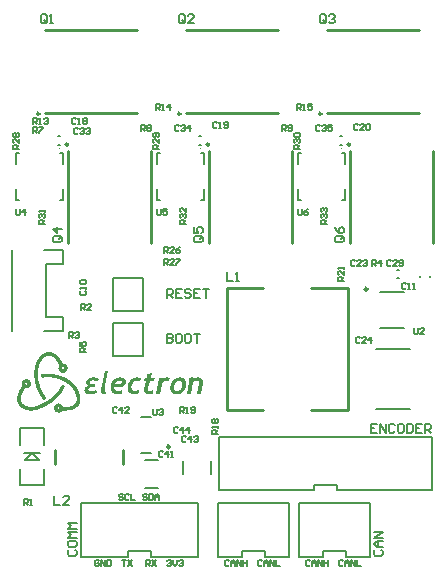
<source format=gto>
G04 Layer_Color=65535*
%FSAX25Y25*%
%MOIN*%
G70*
G01*
G75*
%ADD40C,0.01000*%
%ADD77C,0.00984*%
%ADD78C,0.00394*%
%ADD79C,0.00787*%
%ADD80C,0.00800*%
%ADD81C,0.00799*%
%ADD82C,0.00500*%
G36*
X0564774Y0274997D02*
X0564842D01*
X0564932Y0274983D01*
X0565022Y0274975D01*
X0565119Y0274960D01*
X0565344Y0274915D01*
X0565569Y0274848D01*
X0565689Y0274810D01*
X0565802Y0274758D01*
X0565907Y0274705D01*
X0566012Y0274638D01*
X0566019Y0274630D01*
X0566034Y0274623D01*
X0566064Y0274600D01*
X0566094Y0274570D01*
X0566132Y0274533D01*
X0566177Y0274487D01*
X0566229Y0274435D01*
X0566282Y0274375D01*
X0566327Y0274307D01*
X0566379Y0274225D01*
X0566424Y0274143D01*
X0566462Y0274053D01*
X0566492Y0273955D01*
X0566522Y0273843D01*
X0566537Y0273730D01*
X0566544Y0273610D01*
Y0273603D01*
Y0273572D01*
X0566537Y0273520D01*
X0566529Y0273460D01*
X0566522Y0273385D01*
X0566499Y0273295D01*
X0566477Y0273198D01*
X0566447Y0273085D01*
X0566402Y0272972D01*
X0566349Y0272860D01*
X0566289Y0272740D01*
X0566207Y0272620D01*
X0566117Y0272500D01*
X0566012Y0272388D01*
X0565892Y0272283D01*
X0565749Y0272178D01*
X0565742Y0272170D01*
X0565712Y0272155D01*
X0565667Y0272132D01*
X0565607Y0272095D01*
X0565532Y0272058D01*
X0565442Y0272012D01*
X0565337Y0271968D01*
X0565209Y0271922D01*
X0565082Y0271870D01*
X0564932Y0271825D01*
X0564774Y0271780D01*
X0564602Y0271743D01*
X0564422Y0271705D01*
X0564227Y0271683D01*
X0564024Y0271668D01*
X0563814Y0271660D01*
X0563717D01*
X0563664Y0271668D01*
X0563604D01*
X0563537Y0271675D01*
X0563462Y0271683D01*
X0563297Y0271705D01*
X0563109Y0271735D01*
X0562914Y0271780D01*
X0562712Y0271840D01*
Y0271832D01*
Y0271817D01*
X0562704Y0271795D01*
Y0271765D01*
X0562697Y0271690D01*
Y0271615D01*
Y0271607D01*
Y0271592D01*
Y0271563D01*
X0562704Y0271525D01*
Y0271473D01*
X0562712Y0271420D01*
X0562742Y0271300D01*
X0562779Y0271158D01*
X0562839Y0271015D01*
X0562922Y0270872D01*
X0562967Y0270813D01*
X0563027Y0270753D01*
X0563034D01*
X0563042Y0270738D01*
X0563064Y0270723D01*
X0563087Y0270708D01*
X0563162Y0270655D01*
X0563274Y0270602D01*
X0563402Y0270550D01*
X0563567Y0270497D01*
X0563754Y0270467D01*
X0563964Y0270452D01*
X0564017D01*
X0564084Y0270460D01*
X0564174Y0270475D01*
X0564279Y0270497D01*
X0564407Y0270528D01*
X0564542Y0270565D01*
X0564692Y0270625D01*
X0564699D01*
X0564707Y0270633D01*
X0564729Y0270640D01*
X0564759Y0270655D01*
X0564834Y0270692D01*
X0564932Y0270738D01*
X0565029Y0270797D01*
X0565142Y0270865D01*
X0565247Y0270933D01*
X0565344Y0271015D01*
X0565194Y0269688D01*
X0565187D01*
X0565164Y0269672D01*
X0565127Y0269665D01*
X0565082Y0269642D01*
X0565022Y0269620D01*
X0564947Y0269598D01*
X0564857Y0269575D01*
X0564759Y0269545D01*
X0564654Y0269515D01*
X0564534Y0269493D01*
X0564407Y0269470D01*
X0564264Y0269447D01*
X0564122Y0269432D01*
X0563964Y0269418D01*
X0563807Y0269403D01*
X0563589D01*
X0563537Y0269410D01*
X0563469D01*
X0563387Y0269425D01*
X0563289Y0269432D01*
X0563177Y0269455D01*
X0563057Y0269485D01*
X0562929Y0269515D01*
X0562802Y0269560D01*
X0562667Y0269605D01*
X0562532Y0269665D01*
X0562397Y0269740D01*
X0562262Y0269823D01*
X0562134Y0269920D01*
X0562014Y0270033D01*
X0562007Y0270040D01*
X0561992Y0270062D01*
X0561954Y0270100D01*
X0561917Y0270145D01*
X0561872Y0270213D01*
X0561819Y0270287D01*
X0561767Y0270377D01*
X0561707Y0270482D01*
X0561647Y0270602D01*
X0561594Y0270730D01*
X0561542Y0270872D01*
X0561497Y0271030D01*
X0561459Y0271195D01*
X0561429Y0271368D01*
X0561407Y0271555D01*
X0561399Y0271758D01*
Y0271765D01*
Y0271773D01*
Y0271817D01*
X0561407Y0271892D01*
X0561414Y0271990D01*
X0561429Y0272110D01*
X0561444Y0272245D01*
X0561474Y0272403D01*
X0561512Y0272568D01*
X0561557Y0272747D01*
X0561617Y0272935D01*
X0561692Y0273130D01*
X0561774Y0273325D01*
X0561879Y0273520D01*
X0561999Y0273708D01*
X0562134Y0273895D01*
X0562292Y0274075D01*
X0562299Y0274082D01*
X0562337Y0274113D01*
X0562382Y0274158D01*
X0562457Y0274218D01*
X0562547Y0274292D01*
X0562652Y0274367D01*
X0562779Y0274450D01*
X0562922Y0274540D01*
X0563079Y0274630D01*
X0563252Y0274712D01*
X0563447Y0274787D01*
X0563657Y0274863D01*
X0563882Y0274922D01*
X0564114Y0274968D01*
X0564369Y0274997D01*
X0564632Y0275005D01*
X0564714D01*
X0564774Y0274997D01*
D02*
G37*
G36*
X0570347D02*
X0570414D01*
X0570497Y0274990D01*
X0570594Y0274975D01*
X0570692Y0274968D01*
X0570909Y0274922D01*
X0571142Y0274863D01*
X0571382Y0274787D01*
X0571502Y0274735D01*
X0571614Y0274675D01*
X0571352Y0273572D01*
X0571344Y0273580D01*
X0571329Y0273587D01*
X0571299Y0273610D01*
X0571262Y0273633D01*
X0571209Y0273662D01*
X0571157Y0273692D01*
X0571089Y0273730D01*
X0571022Y0273767D01*
X0570857Y0273835D01*
X0570677Y0273895D01*
X0570489Y0273940D01*
X0570384Y0273948D01*
X0570287Y0273955D01*
X0570249D01*
X0570204Y0273948D01*
X0570144D01*
X0570069Y0273933D01*
X0569987Y0273918D01*
X0569889Y0273903D01*
X0569784Y0273872D01*
X0569679Y0273843D01*
X0569567Y0273797D01*
X0569447Y0273745D01*
X0569334Y0273677D01*
X0569214Y0273603D01*
X0569102Y0273520D01*
X0568997Y0273415D01*
X0568892Y0273303D01*
X0568884Y0273295D01*
X0568869Y0273272D01*
X0568847Y0273235D01*
X0568809Y0273190D01*
X0568772Y0273123D01*
X0568727Y0273047D01*
X0568682Y0272957D01*
X0568629Y0272860D01*
X0568584Y0272747D01*
X0568532Y0272627D01*
X0568487Y0272493D01*
X0568449Y0272350D01*
X0568412Y0272193D01*
X0568389Y0272035D01*
X0568374Y0271863D01*
X0568367Y0271683D01*
Y0271675D01*
Y0271660D01*
Y0271638D01*
X0568374Y0271600D01*
Y0271555D01*
X0568382Y0271502D01*
X0568404Y0271390D01*
X0568442Y0271255D01*
X0568487Y0271105D01*
X0568562Y0270963D01*
X0568659Y0270820D01*
X0568674Y0270805D01*
X0568712Y0270767D01*
X0568779Y0270708D01*
X0568869Y0270648D01*
X0568982Y0270580D01*
X0569109Y0270520D01*
X0569259Y0270482D01*
X0569342Y0270475D01*
X0569424Y0270467D01*
X0569454D01*
X0569492Y0270475D01*
X0569544D01*
X0569612Y0270482D01*
X0569687Y0270497D01*
X0569777Y0270513D01*
X0569874Y0270543D01*
X0569987Y0270572D01*
X0570107Y0270610D01*
X0570242Y0270655D01*
X0570377Y0270715D01*
X0570527Y0270775D01*
X0570684Y0270858D01*
X0570849Y0270940D01*
X0571014Y0271045D01*
X0570864Y0269725D01*
X0570857D01*
X0570827Y0269710D01*
X0570789Y0269695D01*
X0570729Y0269672D01*
X0570662Y0269650D01*
X0570579Y0269620D01*
X0570482Y0269598D01*
X0570377Y0269567D01*
X0570264Y0269537D01*
X0570137Y0269508D01*
X0569867Y0269455D01*
X0569574Y0269418D01*
X0569424Y0269410D01*
X0569274Y0269403D01*
X0569229D01*
X0569177Y0269410D01*
X0569102D01*
X0569019Y0269418D01*
X0568914Y0269432D01*
X0568809Y0269447D01*
X0568689Y0269470D01*
X0568562Y0269500D01*
X0568427Y0269537D01*
X0568292Y0269583D01*
X0568157Y0269642D01*
X0568022Y0269703D01*
X0567887Y0269777D01*
X0567767Y0269867D01*
X0567647Y0269965D01*
X0567639Y0269972D01*
X0567624Y0269995D01*
X0567594Y0270025D01*
X0567557Y0270070D01*
X0567512Y0270130D01*
X0567459Y0270198D01*
X0567407Y0270280D01*
X0567354Y0270377D01*
X0567294Y0270482D01*
X0567242Y0270595D01*
X0567189Y0270723D01*
X0567144Y0270865D01*
X0567107Y0271015D01*
X0567077Y0271172D01*
X0567062Y0271345D01*
X0567054Y0271525D01*
Y0271533D01*
Y0271540D01*
Y0271563D01*
Y0271592D01*
X0567062Y0271668D01*
X0567069Y0271773D01*
X0567084Y0271907D01*
X0567099Y0272058D01*
X0567129Y0272222D01*
X0567167Y0272403D01*
X0567212Y0272598D01*
X0567264Y0272793D01*
X0567339Y0273003D01*
X0567422Y0273213D01*
X0567519Y0273423D01*
X0567639Y0273625D01*
X0567774Y0273828D01*
X0567924Y0274015D01*
X0567932Y0274030D01*
X0567962Y0274060D01*
X0568014Y0274105D01*
X0568082Y0274172D01*
X0568172Y0274248D01*
X0568277Y0274330D01*
X0568397Y0274420D01*
X0568539Y0274510D01*
X0568689Y0274600D01*
X0568862Y0274690D01*
X0569057Y0274773D01*
X0569259Y0274848D01*
X0569477Y0274915D01*
X0569709Y0274960D01*
X0569949Y0274997D01*
X0570212Y0275005D01*
X0570294D01*
X0570347Y0274997D01*
D02*
G37*
G36*
X0555842Y0275012D02*
X0555924Y0275005D01*
X0556029Y0274997D01*
X0556142Y0274983D01*
X0556269Y0274968D01*
X0556404Y0274945D01*
X0556547Y0274922D01*
X0556862Y0274848D01*
X0557027Y0274802D01*
X0557192Y0274743D01*
X0557357Y0274682D01*
X0557522Y0274607D01*
X0557094Y0273655D01*
X0557087Y0273662D01*
X0557064Y0273670D01*
X0557027Y0273685D01*
X0556974Y0273708D01*
X0556907Y0273738D01*
X0556824Y0273767D01*
X0556734Y0273797D01*
X0556637Y0273835D01*
X0556524Y0273865D01*
X0556404Y0273895D01*
X0556277Y0273925D01*
X0556142Y0273955D01*
X0555849Y0273992D01*
X0555692Y0274008D01*
X0555467D01*
X0555384Y0274000D01*
X0555287Y0273977D01*
X0555182Y0273955D01*
X0555062Y0273918D01*
X0554949Y0273865D01*
X0554837Y0273790D01*
X0554822Y0273782D01*
X0554792Y0273752D01*
X0554754Y0273708D01*
X0554702Y0273647D01*
X0554649Y0273572D01*
X0554612Y0273482D01*
X0554582Y0273385D01*
X0554567Y0273272D01*
Y0273265D01*
Y0273250D01*
X0554574Y0273228D01*
X0554582Y0273190D01*
X0554597Y0273152D01*
X0554612Y0273108D01*
X0554642Y0273062D01*
X0554679Y0273010D01*
X0554724Y0272965D01*
X0554777Y0272913D01*
X0554852Y0272867D01*
X0554934Y0272830D01*
X0555032Y0272793D01*
X0555152Y0272770D01*
X0555287Y0272755D01*
X0555437Y0272747D01*
X0555609D01*
X0555729Y0272755D01*
X0555864D01*
X0556022Y0272762D01*
X0556187Y0272770D01*
X0556352Y0272778D01*
X0556172Y0271802D01*
X0556119D01*
X0556089Y0271810D01*
X0556044D01*
X0555992Y0271817D01*
X0555872Y0271825D01*
X0555729D01*
X0555572Y0271832D01*
X0555407Y0271840D01*
X0555197D01*
X0555159Y0271832D01*
X0555114D01*
X0555054Y0271825D01*
X0554934Y0271810D01*
X0554792Y0271773D01*
X0554642Y0271727D01*
X0554499Y0271660D01*
X0554364Y0271570D01*
X0554349Y0271555D01*
X0554312Y0271525D01*
X0554259Y0271465D01*
X0554199Y0271397D01*
X0554139Y0271307D01*
X0554087Y0271202D01*
X0554049Y0271082D01*
X0554042Y0271023D01*
X0554034Y0270955D01*
Y0270948D01*
Y0270933D01*
X0554042Y0270902D01*
X0554049Y0270865D01*
X0554064Y0270828D01*
X0554079Y0270782D01*
X0554109Y0270730D01*
X0554139Y0270677D01*
X0554184Y0270625D01*
X0554244Y0270572D01*
X0554312Y0270528D01*
X0554394Y0270490D01*
X0554492Y0270452D01*
X0554604Y0270423D01*
X0554739Y0270408D01*
X0554889Y0270400D01*
X0554927D01*
X0554979Y0270408D01*
X0555039D01*
X0555122Y0270415D01*
X0555219Y0270430D01*
X0555324Y0270445D01*
X0555437Y0270467D01*
X0555564Y0270497D01*
X0555699Y0270535D01*
X0555842Y0270580D01*
X0555984Y0270633D01*
X0556134Y0270692D01*
X0556292Y0270767D01*
X0556442Y0270850D01*
X0556592Y0270948D01*
X0557012Y0269980D01*
X0556997Y0269972D01*
X0556967Y0269957D01*
X0556907Y0269928D01*
X0556832Y0269890D01*
X0556734Y0269845D01*
X0556622Y0269793D01*
X0556487Y0269740D01*
X0556329Y0269688D01*
X0556164Y0269627D01*
X0555984Y0269575D01*
X0555782Y0269523D01*
X0555572Y0269478D01*
X0555347Y0269440D01*
X0555114Y0269410D01*
X0554867Y0269395D01*
X0554612Y0269388D01*
X0554529D01*
X0554469Y0269395D01*
X0554402D01*
X0554319Y0269410D01*
X0554222Y0269418D01*
X0554124Y0269432D01*
X0553899Y0269478D01*
X0553674Y0269537D01*
X0553442Y0269627D01*
X0553337Y0269680D01*
X0553232Y0269740D01*
X0553224Y0269747D01*
X0553209Y0269755D01*
X0553179Y0269777D01*
X0553149Y0269808D01*
X0553112Y0269845D01*
X0553067Y0269890D01*
X0553014Y0269942D01*
X0552969Y0270003D01*
X0552917Y0270070D01*
X0552864Y0270145D01*
X0552819Y0270228D01*
X0552782Y0270318D01*
X0552752Y0270415D01*
X0552722Y0270528D01*
X0552707Y0270640D01*
X0552699Y0270760D01*
Y0270767D01*
Y0270782D01*
Y0270805D01*
X0552707Y0270843D01*
Y0270887D01*
X0552714Y0270933D01*
X0552744Y0271053D01*
X0552782Y0271195D01*
X0552842Y0271345D01*
X0552932Y0271495D01*
X0552984Y0271578D01*
X0553044Y0271653D01*
X0553052Y0271660D01*
X0553059Y0271668D01*
X0553082Y0271690D01*
X0553104Y0271720D01*
X0553142Y0271750D01*
X0553187Y0271795D01*
X0553292Y0271885D01*
X0553427Y0271983D01*
X0553592Y0272080D01*
X0553779Y0272178D01*
X0553989Y0272268D01*
X0553974Y0272275D01*
X0553929Y0272290D01*
X0553869Y0272312D01*
X0553794Y0272350D01*
X0553704Y0272395D01*
X0553614Y0272463D01*
X0553532Y0272537D01*
X0553449Y0272627D01*
X0553442Y0272642D01*
X0553419Y0272673D01*
X0553389Y0272725D01*
X0553359Y0272800D01*
X0553322Y0272890D01*
X0553292Y0272995D01*
X0553269Y0273108D01*
X0553262Y0273228D01*
Y0273235D01*
Y0273257D01*
X0553269Y0273295D01*
Y0273347D01*
X0553284Y0273408D01*
X0553299Y0273482D01*
X0553322Y0273565D01*
X0553344Y0273655D01*
X0553382Y0273745D01*
X0553427Y0273850D01*
X0553487Y0273948D01*
X0553547Y0274060D01*
X0553629Y0274165D01*
X0553719Y0274270D01*
X0553824Y0274375D01*
X0553944Y0274480D01*
X0553952Y0274487D01*
X0553974Y0274502D01*
X0554012Y0274533D01*
X0554064Y0274563D01*
X0554132Y0274607D01*
X0554214Y0274653D01*
X0554312Y0274697D01*
X0554417Y0274750D01*
X0554537Y0274802D01*
X0554664Y0274848D01*
X0554807Y0274892D01*
X0554964Y0274938D01*
X0555129Y0274968D01*
X0555302Y0274997D01*
X0555482Y0275012D01*
X0555677Y0275020D01*
X0555774D01*
X0555842Y0275012D01*
D02*
G37*
G36*
X0588932Y0274428D02*
X0588939Y0274435D01*
X0588962Y0274450D01*
X0588999Y0274480D01*
X0589052Y0274517D01*
X0589119Y0274563D01*
X0589194Y0274607D01*
X0589284Y0274660D01*
X0589389Y0274720D01*
X0589502Y0274773D01*
X0589629Y0274825D01*
X0589764Y0274870D01*
X0589914Y0274915D01*
X0590072Y0274953D01*
X0590237Y0274983D01*
X0590409Y0274997D01*
X0590597Y0275005D01*
X0590672D01*
X0590754Y0274997D01*
X0590859Y0274983D01*
X0590987Y0274960D01*
X0591129Y0274922D01*
X0591279Y0274878D01*
X0591437Y0274810D01*
X0591587Y0274728D01*
X0591737Y0274623D01*
X0591879Y0274495D01*
X0592007Y0274345D01*
X0592112Y0274165D01*
X0592157Y0274067D01*
X0592194Y0273962D01*
X0592232Y0273843D01*
X0592254Y0273723D01*
X0592262Y0273587D01*
X0592269Y0273445D01*
Y0273430D01*
Y0273393D01*
Y0273340D01*
X0592262Y0273257D01*
X0592254Y0273160D01*
X0592239Y0273047D01*
X0592217Y0272920D01*
X0592194Y0272785D01*
X0591587Y0269500D01*
X0590282D01*
X0590867Y0272642D01*
Y0272650D01*
Y0272657D01*
X0590882Y0272710D01*
X0590889Y0272778D01*
X0590904Y0272867D01*
X0590919Y0272965D01*
X0590927Y0273070D01*
X0590942Y0273183D01*
Y0273280D01*
Y0273288D01*
Y0273310D01*
X0590934Y0273340D01*
X0590927Y0273385D01*
X0590919Y0273438D01*
X0590897Y0273498D01*
X0590874Y0273557D01*
X0590844Y0273618D01*
X0590799Y0273677D01*
X0590747Y0273745D01*
X0590687Y0273797D01*
X0590604Y0273850D01*
X0590514Y0273895D01*
X0590409Y0273925D01*
X0590289Y0273948D01*
X0590147Y0273955D01*
X0590079D01*
X0590034Y0273948D01*
X0589974Y0273940D01*
X0589907Y0273925D01*
X0589824Y0273910D01*
X0589742Y0273887D01*
X0589652Y0273857D01*
X0589554Y0273813D01*
X0589457Y0273767D01*
X0589352Y0273715D01*
X0589247Y0273647D01*
X0589142Y0273572D01*
X0589037Y0273482D01*
X0588932Y0273385D01*
X0588212Y0269500D01*
X0586937D01*
X0587702Y0273550D01*
Y0273557D01*
X0587709Y0273572D01*
Y0273595D01*
X0587717Y0273625D01*
Y0273670D01*
X0587724Y0273715D01*
Y0273775D01*
Y0273843D01*
Y0273850D01*
Y0273865D01*
Y0273887D01*
Y0273918D01*
X0587717Y0273962D01*
Y0274015D01*
X0587709Y0274135D01*
X0587687Y0274277D01*
X0587664Y0274435D01*
X0587627Y0274615D01*
X0587582Y0274802D01*
X0588819Y0275027D01*
X0588932Y0274428D01*
D02*
G37*
G36*
X0574742Y0274907D02*
X0576227D01*
X0576009Y0273895D01*
X0574517D01*
X0573977Y0271487D01*
Y0271473D01*
X0573969Y0271443D01*
X0573954Y0271390D01*
X0573947Y0271322D01*
X0573932Y0271248D01*
X0573917Y0271165D01*
X0573909Y0271082D01*
Y0271007D01*
Y0271000D01*
Y0270985D01*
X0573917Y0270955D01*
Y0270925D01*
X0573939Y0270835D01*
X0573992Y0270738D01*
X0574022Y0270685D01*
X0574067Y0270633D01*
X0574112Y0270587D01*
X0574172Y0270543D01*
X0574247Y0270513D01*
X0574329Y0270482D01*
X0574427Y0270467D01*
X0574539Y0270460D01*
X0574554D01*
X0574592Y0270467D01*
X0574659Y0270475D01*
X0574757Y0270490D01*
X0574817Y0270505D01*
X0574884Y0270520D01*
X0574959Y0270543D01*
X0575042Y0270565D01*
X0575132Y0270595D01*
X0575229Y0270633D01*
X0575334Y0270670D01*
X0575447Y0270715D01*
Y0269583D01*
X0575439D01*
X0575424Y0269575D01*
X0575394Y0269567D01*
X0575349Y0269552D01*
X0575289Y0269537D01*
X0575229Y0269523D01*
X0575147Y0269508D01*
X0575057Y0269493D01*
X0574959Y0269478D01*
X0574847Y0269462D01*
X0574727Y0269447D01*
X0574592Y0269432D01*
X0574449Y0269418D01*
X0574299Y0269410D01*
X0574134Y0269403D01*
X0573902D01*
X0573857Y0269410D01*
X0573804Y0269418D01*
X0573744Y0269425D01*
X0573609Y0269447D01*
X0573452Y0269493D01*
X0573287Y0269567D01*
X0573204Y0269605D01*
X0573122Y0269657D01*
X0573047Y0269718D01*
X0572972Y0269785D01*
X0572964Y0269793D01*
X0572957Y0269800D01*
X0572942Y0269823D01*
X0572912Y0269852D01*
X0572889Y0269890D01*
X0572859Y0269935D01*
X0572822Y0269995D01*
X0572792Y0270055D01*
X0572724Y0270198D01*
X0572664Y0270362D01*
X0572619Y0270557D01*
X0572612Y0270662D01*
X0572604Y0270775D01*
Y0270782D01*
Y0270813D01*
Y0270850D01*
X0572612Y0270902D01*
Y0270963D01*
X0572627Y0271030D01*
X0572649Y0271180D01*
X0573257Y0273895D01*
X0572634D01*
X0572844Y0274907D01*
X0573474D01*
X0573684Y0276010D01*
X0575117Y0276528D01*
X0574742Y0274907D01*
D02*
G37*
G36*
X0584604Y0274997D02*
X0584694Y0274990D01*
X0584792Y0274975D01*
X0584904Y0274960D01*
X0585024Y0274938D01*
X0585152Y0274907D01*
X0585287Y0274870D01*
X0585422Y0274825D01*
X0585557Y0274773D01*
X0585684Y0274712D01*
X0585812Y0274638D01*
X0585932Y0274555D01*
X0586044Y0274458D01*
X0586052Y0274450D01*
X0586067Y0274435D01*
X0586097Y0274405D01*
X0586134Y0274360D01*
X0586179Y0274300D01*
X0586224Y0274233D01*
X0586277Y0274158D01*
X0586329Y0274060D01*
X0586382Y0273962D01*
X0586434Y0273843D01*
X0586479Y0273723D01*
X0586524Y0273580D01*
X0586562Y0273430D01*
X0586592Y0273272D01*
X0586607Y0273100D01*
X0586614Y0272920D01*
Y0272913D01*
Y0272905D01*
Y0272883D01*
Y0272852D01*
X0586607Y0272778D01*
X0586599Y0272673D01*
X0586584Y0272545D01*
X0586569Y0272395D01*
X0586539Y0272230D01*
X0586502Y0272050D01*
X0586457Y0271855D01*
X0586397Y0271653D01*
X0586329Y0271443D01*
X0586239Y0271233D01*
X0586142Y0271023D01*
X0586022Y0270813D01*
X0585887Y0270610D01*
X0585729Y0270415D01*
X0585722Y0270408D01*
X0585692Y0270370D01*
X0585639Y0270325D01*
X0585572Y0270257D01*
X0585482Y0270182D01*
X0585377Y0270093D01*
X0585249Y0270003D01*
X0585114Y0269913D01*
X0584957Y0269815D01*
X0584784Y0269725D01*
X0584597Y0269635D01*
X0584394Y0269560D01*
X0584177Y0269493D01*
X0583944Y0269447D01*
X0583697Y0269418D01*
X0583442Y0269403D01*
X0583397D01*
X0583344Y0269410D01*
X0583277D01*
X0583187Y0269418D01*
X0583089Y0269432D01*
X0582977Y0269447D01*
X0582864Y0269470D01*
X0582737Y0269500D01*
X0582609Y0269537D01*
X0582474Y0269575D01*
X0582339Y0269627D01*
X0582212Y0269695D01*
X0582084Y0269762D01*
X0581964Y0269845D01*
X0581852Y0269942D01*
X0581844Y0269950D01*
X0581829Y0269965D01*
X0581799Y0270003D01*
X0581762Y0270047D01*
X0581717Y0270100D01*
X0581672Y0270167D01*
X0581619Y0270250D01*
X0581567Y0270347D01*
X0581514Y0270452D01*
X0581462Y0270572D01*
X0581417Y0270700D01*
X0581372Y0270843D01*
X0581334Y0270992D01*
X0581304Y0271158D01*
X0581289Y0271338D01*
X0581282Y0271525D01*
Y0271533D01*
Y0271540D01*
Y0271563D01*
Y0271592D01*
X0581289Y0271668D01*
X0581297Y0271773D01*
X0581312Y0271892D01*
X0581327Y0272042D01*
X0581357Y0272207D01*
X0581394Y0272380D01*
X0581439Y0272575D01*
X0581499Y0272770D01*
X0581574Y0272972D01*
X0581657Y0273183D01*
X0581762Y0273393D01*
X0581882Y0273595D01*
X0582017Y0273797D01*
X0582174Y0273992D01*
X0582182Y0274008D01*
X0582219Y0274038D01*
X0582264Y0274082D01*
X0582332Y0274150D01*
X0582422Y0274225D01*
X0582527Y0274315D01*
X0582654Y0274405D01*
X0582789Y0274502D01*
X0582947Y0274592D01*
X0583119Y0274682D01*
X0583307Y0274773D01*
X0583502Y0274848D01*
X0583719Y0274915D01*
X0583944Y0274960D01*
X0584184Y0274997D01*
X0584432Y0275005D01*
X0584529D01*
X0584604Y0274997D01*
D02*
G37*
G36*
X0559659Y0272088D02*
Y0272073D01*
X0559652Y0272042D01*
X0559637Y0271983D01*
X0559629Y0271915D01*
X0559607Y0271825D01*
X0559592Y0271720D01*
X0559569Y0271607D01*
X0559554Y0271487D01*
X0559509Y0271240D01*
X0559479Y0270985D01*
X0559464Y0270865D01*
X0559449Y0270745D01*
X0559442Y0270640D01*
Y0270550D01*
Y0270535D01*
Y0270505D01*
X0559449Y0270445D01*
X0559464Y0270385D01*
X0559487Y0270310D01*
X0559517Y0270228D01*
X0559562Y0270152D01*
X0559622Y0270085D01*
X0559629Y0270077D01*
X0559652Y0270062D01*
X0559697Y0270033D01*
X0559749Y0270003D01*
X0559809Y0269972D01*
X0559892Y0269942D01*
X0559982Y0269928D01*
X0560079Y0269920D01*
Y0269913D01*
X0560064Y0269898D01*
X0560049Y0269875D01*
X0560027Y0269845D01*
X0559952Y0269770D01*
X0559854Y0269688D01*
X0559727Y0269598D01*
X0559569Y0269523D01*
X0559479Y0269493D01*
X0559382Y0269470D01*
X0559284Y0269455D01*
X0559172Y0269447D01*
X0559127D01*
X0559097Y0269455D01*
X0559014Y0269462D01*
X0558917Y0269485D01*
X0558797Y0269523D01*
X0558684Y0269567D01*
X0558564Y0269642D01*
X0558459Y0269740D01*
X0558452Y0269755D01*
X0558422Y0269793D01*
X0558377Y0269860D01*
X0558332Y0269950D01*
X0558279Y0270062D01*
X0558242Y0270190D01*
X0558212Y0270347D01*
X0558197Y0270513D01*
Y0270520D01*
Y0270543D01*
Y0270580D01*
X0558204Y0270625D01*
Y0270692D01*
X0558212Y0270767D01*
X0558219Y0270865D01*
X0558227Y0270970D01*
X0558242Y0271090D01*
X0558257Y0271217D01*
X0558272Y0271368D01*
X0558302Y0271525D01*
X0558324Y0271697D01*
X0558354Y0271885D01*
X0558392Y0272080D01*
X0558437Y0272290D01*
X0559457Y0277120D01*
X0560709D01*
X0559659Y0272088D01*
D02*
G37*
G36*
X0540448Y0276242D02*
X0540606Y0276239D01*
X0540606D01*
X0540779Y0276233D01*
X0540965Y0276224D01*
X0541173Y0276212D01*
X0541179Y0276205D01*
X0541326Y0276200D01*
X0541447Y0276186D01*
X0541566Y0276172D01*
X0542443Y0276068D01*
X0543150Y0275927D01*
X0543270Y0275903D01*
X0543543Y0275849D01*
X0543661Y0275816D01*
X0543661Y0275816D01*
X0543955Y0275733D01*
Y0275733D01*
X0544195Y0275665D01*
X0544209Y0275673D01*
X0544411Y0275612D01*
X0544609Y0275549D01*
X0544794Y0275487D01*
X0544964Y0275428D01*
X0545120Y0275371D01*
X0545276Y0275312D01*
X0545418Y0275256D01*
X0545559Y0275199D01*
X0545687Y0275145D01*
X0545814Y0275090D01*
X0545940Y0275033D01*
X0545940D01*
X0546065Y0274976D01*
X0546178Y0274922D01*
X0546289Y0274868D01*
X0546400Y0274813D01*
X0546511Y0274756D01*
X0546620Y0274699D01*
X0546729Y0274640D01*
X0546837Y0274580D01*
X0546932Y0274526D01*
X0547027Y0274471D01*
X0547121Y0274415D01*
X0547215Y0274358D01*
X0547308Y0274301D01*
X0547400Y0274242D01*
X0547492Y0274183D01*
X0547582Y0274123D01*
X0547672Y0274061D01*
X0547762Y0273999D01*
X0547850Y0273936D01*
X0547938Y0273872D01*
X0548025Y0273808D01*
X0548111Y0273742D01*
X0548197Y0273675D01*
X0548281Y0273608D01*
X0548365Y0273539D01*
X0548448Y0273470D01*
X0548530Y0273400D01*
X0548611Y0273329D01*
X0548691Y0273257D01*
X0548770Y0273184D01*
X0548849Y0273111D01*
X0548936Y0273027D01*
X0549021Y0272941D01*
X0549106Y0272855D01*
X0549189Y0272768D01*
X0549271Y0272679D01*
X0549361Y0272579D01*
X0549449Y0272478D01*
X0549457Y0272469D01*
X0549532Y0272373D01*
X0549607Y0272277D01*
X0549622Y0272257D01*
X0549710Y0272138D01*
Y0272138D01*
X0549806Y0272009D01*
X0549878Y0271909D01*
X0550016Y0271714D01*
X0550016Y0271714D01*
X0550070Y0271638D01*
X0550087Y0271613D01*
X0550140Y0271538D01*
X0550198Y0271431D01*
X0550264Y0271313D01*
X0550264Y0271313D01*
X0550434Y0271005D01*
X0550498Y0270899D01*
X0550516Y0270865D01*
X0550536Y0270824D01*
X0550556Y0270783D01*
X0550576Y0270742D01*
X0550596Y0270701D01*
X0550615Y0270661D01*
X0550634Y0270620D01*
X0550654Y0270580D01*
X0550672Y0270539D01*
X0550691Y0270499D01*
X0550709Y0270459D01*
X0550727Y0270419D01*
X0550744Y0270378D01*
X0550762Y0270339D01*
X0550779Y0270299D01*
X0550796Y0270259D01*
X0550813Y0270219D01*
X0550829Y0270179D01*
X0550846Y0270140D01*
X0550862Y0270100D01*
X0550877Y0270061D01*
X0550893Y0270022D01*
Y0270022D01*
X0550908Y0269983D01*
X0550923Y0269944D01*
X0550938Y0269904D01*
X0550952Y0269866D01*
X0550966Y0269827D01*
X0550980Y0269788D01*
X0550994Y0269749D01*
X0550994D01*
X0551008Y0269711D01*
X0551021Y0269672D01*
X0551034Y0269634D01*
X0551047Y0269596D01*
X0551059Y0269558D01*
X0551071Y0269520D01*
X0551083Y0269482D01*
X0551095Y0269444D01*
X0551106Y0269406D01*
X0551118Y0269368D01*
X0551129Y0269331D01*
X0551139Y0269293D01*
Y0269293D01*
X0551150Y0269256D01*
X0551160Y0269218D01*
X0551170Y0269181D01*
X0551180Y0269144D01*
X0551189Y0269107D01*
X0551199Y0269070D01*
X0551208Y0269033D01*
X0551216Y0268997D01*
X0551225Y0268960D01*
X0551233Y0268923D01*
X0551241Y0268887D01*
X0551249Y0268851D01*
X0551256Y0268814D01*
X0551264Y0268778D01*
X0551271Y0268742D01*
X0551277Y0268706D01*
X0551277Y0268706D01*
X0551284Y0268671D01*
X0551290Y0268635D01*
X0551296Y0268599D01*
X0551302Y0268564D01*
X0551307Y0268528D01*
X0551313Y0268493D01*
X0551318Y0268458D01*
X0551322Y0268423D01*
X0551327Y0268388D01*
X0551331Y0268353D01*
X0551335Y0268318D01*
X0551339Y0268283D01*
X0551342Y0268249D01*
X0551346Y0268214D01*
X0551349Y0268179D01*
X0551349D01*
X0551352Y0268145D01*
X0551354Y0268111D01*
X0551356Y0268077D01*
X0551358Y0268043D01*
X0551360Y0268009D01*
X0551362Y0267975D01*
X0551363Y0267942D01*
X0551364Y0267908D01*
X0551365Y0267869D01*
X0551366Y0267830D01*
X0551366Y0267791D01*
X0551366Y0267753D01*
X0551365Y0267714D01*
X0551364Y0267676D01*
X0551363Y0267638D01*
X0551362Y0267600D01*
X0551360Y0267562D01*
X0551358Y0267524D01*
X0551355Y0267487D01*
X0551352Y0267444D01*
X0551348Y0267401D01*
X0551344Y0267359D01*
X0551339Y0267317D01*
X0551334Y0267275D01*
X0551328Y0267228D01*
X0551321Y0267181D01*
X0551314Y0267135D01*
X0551306Y0267089D01*
X0551297Y0267038D01*
X0551289Y0266997D01*
X0551250Y0266879D01*
X0551248Y0266867D01*
X0551225Y0266775D01*
X0551213Y0266722D01*
X0551201Y0266677D01*
X0551173Y0266586D01*
X0551147Y0266519D01*
X0551100Y0266406D01*
X0550988Y0266136D01*
X0550845Y0265903D01*
X0550782Y0265799D01*
X0550771Y0265781D01*
X0550732Y0265717D01*
X0550657Y0265623D01*
X0550620Y0265580D01*
X0550581Y0265533D01*
X0550513Y0265454D01*
X0550411Y0265335D01*
X0550327Y0265246D01*
X0550237Y0265169D01*
X0550189Y0265127D01*
Y0265127D01*
X0550141Y0265087D01*
X0550102Y0265054D01*
X0550092Y0265045D01*
X0550030Y0264992D01*
X0550030Y0264992D01*
X0549969Y0264940D01*
X0549883Y0264872D01*
X0549815Y0264823D01*
X0549811Y0264821D01*
X0549764Y0264790D01*
X0549717Y0264759D01*
X0549674Y0264732D01*
X0549630Y0264705D01*
X0549589Y0264682D01*
X0549549Y0264658D01*
X0549508Y0264635D01*
X0549467Y0264613D01*
X0549430Y0264593D01*
X0549393Y0264574D01*
X0549355Y0264555D01*
X0549318Y0264536D01*
X0549280Y0264518D01*
X0549242Y0264500D01*
X0549208Y0264484D01*
X0549174Y0264469D01*
X0549139Y0264454D01*
X0549105Y0264439D01*
X0549071Y0264424D01*
X0549036Y0264410D01*
X0549001Y0264396D01*
X0548967Y0264382D01*
X0548932Y0264369D01*
X0548897Y0264355D01*
X0548897D01*
X0548861Y0264342D01*
X0548826Y0264330D01*
X0548795Y0264319D01*
X0548764Y0264308D01*
X0548733Y0264298D01*
X0548702Y0264287D01*
X0548671Y0264277D01*
X0548671D01*
X0548639Y0264267D01*
X0548608Y0264257D01*
X0548576Y0264248D01*
X0548545Y0264238D01*
X0548513Y0264229D01*
X0548482Y0264220D01*
X0548450Y0264211D01*
X0548418Y0264202D01*
X0548386Y0264194D01*
X0548354Y0264186D01*
X0548322Y0264177D01*
X0548291Y0264169D01*
X0548258Y0264161D01*
X0548226Y0264154D01*
X0548194Y0264146D01*
X0548194D01*
X0548162Y0264139D01*
X0548130Y0264132D01*
X0548098Y0264125D01*
X0548098D01*
X0548065Y0264118D01*
X0548033Y0264111D01*
X0548001Y0264105D01*
X0547968Y0264099D01*
X0547936Y0264092D01*
X0547903Y0264086D01*
X0547871Y0264081D01*
X0547838Y0264075D01*
X0547806Y0264069D01*
X0547773Y0264064D01*
X0547741Y0264058D01*
X0547708Y0264053D01*
X0547675Y0264048D01*
X0547643Y0264044D01*
X0547610Y0264039D01*
X0547577Y0264034D01*
X0547544Y0264030D01*
X0547544Y0264030D01*
X0547512Y0264026D01*
X0547479Y0264021D01*
X0547446Y0264018D01*
X0547413Y0264014D01*
X0547413D01*
X0547381Y0264010D01*
X0547348Y0264006D01*
X0547315Y0264003D01*
X0547283Y0263999D01*
X0547250Y0263996D01*
X0547217Y0263993D01*
X0547184Y0263990D01*
X0547152Y0263987D01*
X0547119Y0263985D01*
Y0263985D01*
X0547086Y0263982D01*
X0547053Y0263980D01*
X0547021Y0263977D01*
X0546988Y0263975D01*
X0546955Y0263973D01*
X0546923Y0263971D01*
X0546890Y0263969D01*
X0546858Y0263967D01*
X0546825Y0263965D01*
X0546793Y0263964D01*
X0546760Y0263962D01*
X0546728Y0263961D01*
X0546695Y0263960D01*
X0546663Y0263958D01*
X0546630Y0263957D01*
X0546598Y0263956D01*
X0546566Y0263955D01*
X0546534Y0263955D01*
X0546501Y0263954D01*
X0546469Y0263953D01*
X0546437Y0263953D01*
X0546405Y0263953D01*
X0546373Y0263952D01*
X0546341Y0263952D01*
X0546309Y0263952D01*
X0546273Y0263952D01*
X0546257Y0263952D01*
X0546230Y0263952D01*
X0546205Y0263952D01*
X0546179Y0263952D01*
X0546154Y0263952D01*
X0546129Y0263953D01*
X0546104Y0263953D01*
X0546080Y0263953D01*
X0546056Y0263954D01*
X0546032Y0263954D01*
X0546032Y0263954D01*
X0546007Y0263955D01*
X0545984Y0263955D01*
X0545961Y0263956D01*
X0545938Y0263956D01*
X0545915Y0263957D01*
X0545892Y0263958D01*
X0545870Y0263958D01*
X0545848Y0263959D01*
X0545826Y0263960D01*
X0545805Y0263961D01*
X0545784Y0263961D01*
X0545763Y0263962D01*
X0545743Y0263963D01*
X0545723Y0263964D01*
X0545703Y0263965D01*
X0545703D01*
X0545683Y0263965D01*
X0545664Y0263966D01*
X0545646Y0263967D01*
X0545627Y0263968D01*
X0545608Y0263969D01*
X0545590Y0263970D01*
X0545572Y0263971D01*
X0545554Y0263971D01*
X0545536Y0263972D01*
X0545519Y0263973D01*
X0545502Y0263974D01*
X0545485Y0263975D01*
X0545469Y0263976D01*
X0545453Y0263977D01*
X0545437Y0263978D01*
X0545421Y0263979D01*
X0545421D01*
X0545405Y0263980D01*
X0545390Y0263981D01*
X0545375Y0263982D01*
X0545360Y0263983D01*
X0545359Y0263983D01*
X0545358Y0263983D01*
X0545358Y0263983D01*
X0545357Y0263982D01*
X0545355Y0263981D01*
Y0263981D01*
X0545340Y0263969D01*
X0545279Y0263890D01*
X0545261Y0263868D01*
X0545196Y0263775D01*
X0545190Y0263766D01*
X0545178Y0263754D01*
X0545164Y0263739D01*
X0545150Y0263724D01*
X0545136Y0263710D01*
X0545122Y0263697D01*
X0545120Y0263694D01*
X0545020Y0263620D01*
X0545009Y0263611D01*
X0544974Y0263582D01*
X0544940Y0263555D01*
X0544887Y0263518D01*
X0544846Y0263492D01*
X0544806Y0263469D01*
X0544633Y0263376D01*
X0544539Y0263347D01*
X0544452Y0263313D01*
X0544360Y0263299D01*
X0544331Y0263295D01*
X0544247Y0263276D01*
X0544162Y0263275D01*
X0544118Y0263270D01*
X0544038Y0263269D01*
X0543978Y0263271D01*
X0543937Y0263275D01*
X0543925Y0263276D01*
X0543877Y0263281D01*
X0543843Y0263284D01*
X0543820Y0263287D01*
X0543796Y0263290D01*
X0543758Y0263296D01*
X0543727Y0263302D01*
X0543696Y0263309D01*
X0543658Y0263318D01*
X0543631Y0263326D01*
X0543569Y0263344D01*
X0543452Y0263383D01*
X0543366Y0263429D01*
X0543314Y0263457D01*
X0543265Y0263484D01*
X0543212Y0263519D01*
X0543178Y0263542D01*
X0543140Y0263570D01*
X0543134Y0263575D01*
X0543032Y0263646D01*
X0543029Y0263648D01*
X0543012Y0263664D01*
X0543007Y0263669D01*
X0542926Y0263763D01*
X0542908Y0263785D01*
X0542907Y0263786D01*
X0542888Y0263809D01*
X0542888Y0263809D01*
X0542867Y0263835D01*
X0542828Y0263882D01*
X0542823Y0263888D01*
X0542791Y0263932D01*
X0542746Y0263997D01*
X0542742Y0264005D01*
X0542656Y0264167D01*
X0542611Y0264281D01*
X0542580Y0264384D01*
X0542566Y0264435D01*
X0542553Y0264494D01*
X0542541Y0264564D01*
X0542538Y0264589D01*
X0542532Y0264649D01*
X0542529Y0264679D01*
X0542529Y0264681D01*
X0542528Y0264688D01*
X0542526Y0264719D01*
X0542524Y0264768D01*
X0542524Y0264794D01*
X0542524Y0264834D01*
X0542527Y0264887D01*
X0542529Y0264916D01*
X0542532Y0265025D01*
X0542548Y0265099D01*
X0542563Y0265153D01*
X0542572Y0265183D01*
X0542574Y0265190D01*
X0542607Y0265299D01*
Y0265299D01*
X0542607Y0265299D01*
X0542649Y0265414D01*
X0542694Y0265498D01*
X0542694D01*
X0542729Y0265564D01*
X0542774Y0265637D01*
X0542823Y0265704D01*
X0542829Y0265712D01*
X0542877Y0265782D01*
X0542898Y0265812D01*
X0542967Y0265877D01*
X0543013Y0265917D01*
X0543034Y0265934D01*
X0543040Y0265939D01*
X0543048Y0265946D01*
X0543086Y0265977D01*
X0543139Y0266021D01*
X0543237Y0266092D01*
X0543254Y0266105D01*
X0543295Y0266136D01*
X0543489Y0266217D01*
X0543604Y0266256D01*
X0543652Y0266271D01*
X0543724Y0266289D01*
X0543801Y0266303D01*
X0543848Y0266308D01*
X0543854Y0266309D01*
X0543976Y0266331D01*
X0543980Y0266331D01*
X0543994Y0266331D01*
X0544118Y0266322D01*
X0544148Y0266319D01*
X0544148Y0266319D01*
X0544172Y0266316D01*
X0544229Y0266311D01*
X0544249Y0266309D01*
X0544275Y0266305D01*
X0544303Y0266302D01*
X0544360Y0266291D01*
X0544404Y0266282D01*
X0544445Y0266271D01*
X0544636Y0266213D01*
X0544745Y0266155D01*
X0544815Y0266118D01*
X0544893Y0266070D01*
X0544962Y0266020D01*
X0544975Y0266009D01*
X0545022Y0265971D01*
X0545045Y0265951D01*
X0545045Y0265951D01*
X0545046Y0265951D01*
X0545073Y0265928D01*
X0545153Y0265854D01*
X0545176Y0265827D01*
X0545193Y0265806D01*
X0545197Y0265802D01*
X0545208Y0265788D01*
X0545233Y0265757D01*
X0545261Y0265724D01*
X0545307Y0265664D01*
X0545364Y0265574D01*
X0545465Y0265385D01*
X0545479Y0265337D01*
X0545512Y0265230D01*
X0545521Y0265201D01*
X0545536Y0265200D01*
X0545538Y0265199D01*
Y0265199D01*
X0545554Y0265198D01*
Y0265198D01*
X0545562Y0265198D01*
X0545571Y0265198D01*
X0545571Y0265198D01*
X0545583Y0265197D01*
X0545588Y0265197D01*
Y0265197D01*
X0545606Y0265196D01*
X0545609Y0265195D01*
X0545609D01*
X0545614Y0265195D01*
X0545628Y0265195D01*
X0545631Y0265194D01*
Y0265195D01*
X0545652Y0265193D01*
X0545652Y0265193D01*
Y0265193D01*
X0545673Y0265192D01*
X0545673D01*
X0545694Y0265191D01*
Y0265191D01*
X0545694Y0265191D01*
X0545716Y0265190D01*
Y0265190D01*
X0545716Y0265190D01*
X0545737Y0265189D01*
X0545737Y0265189D01*
Y0265189D01*
X0545759Y0265188D01*
X0545780Y0265188D01*
X0545781D01*
X0545802Y0265187D01*
X0545802D01*
X0545824Y0265186D01*
X0545824D01*
X0545845Y0265185D01*
X0545845Y0265185D01*
Y0265185D01*
X0545867Y0265184D01*
X0545867D01*
X0545889Y0265183D01*
X0545889D01*
X0545911Y0265183D01*
X0545933Y0265182D01*
X0545933D01*
X0545955Y0265181D01*
X0545955D01*
X0545976Y0265181D01*
X0545976D01*
X0545998Y0265180D01*
X0546020Y0265180D01*
X0546020D01*
X0546042Y0265179D01*
Y0265179D01*
X0546042Y0265179D01*
X0546065Y0265179D01*
X0546065D01*
X0546087Y0265178D01*
X0546087D01*
X0546109Y0265178D01*
X0546109D01*
X0546131Y0265178D01*
X0546131D01*
X0546153Y0265178D01*
X0546153D01*
X0546175Y0265177D01*
X0546175D01*
X0546198Y0265177D01*
X0546198Y0265177D01*
X0546198Y0265177D01*
X0546220Y0265177D01*
X0546220D01*
X0546242Y0265177D01*
X0546265Y0265177D01*
X0546265D01*
X0546287Y0265177D01*
X0546287D01*
X0546309Y0265177D01*
X0546309D01*
X0546332Y0265177D01*
X0546332D01*
X0546354Y0265177D01*
X0546354D01*
X0546377Y0265177D01*
X0546377D01*
X0546399Y0265177D01*
X0546399D01*
X0546422Y0265178D01*
X0546422Y0265178D01*
Y0265178D01*
X0546444Y0265178D01*
X0546444D01*
X0546467Y0265178D01*
X0546467D01*
X0546489Y0265179D01*
X0546489Y0265179D01*
X0546512Y0265179D01*
X0546512Y0265179D01*
X0546512Y0265179D01*
X0546534Y0265180D01*
X0546534D01*
X0546557Y0265180D01*
X0546557D01*
X0546580Y0265181D01*
X0546580D01*
X0546602Y0265182D01*
X0546602D01*
X0546625Y0265182D01*
X0546625Y0265182D01*
Y0265182D01*
X0546647Y0265183D01*
X0546647D01*
X0546670Y0265184D01*
X0546670D01*
X0546693Y0265185D01*
X0546693D01*
X0546715Y0265186D01*
X0546715Y0265186D01*
Y0265186D01*
X0546738Y0265187D01*
X0546738D01*
X0546761Y0265188D01*
X0546761D01*
X0546783Y0265189D01*
X0546783D01*
X0546806Y0265190D01*
X0546806D01*
X0546829Y0265192D01*
X0546829D01*
X0546851Y0265193D01*
X0546851Y0265193D01*
X0546851Y0265193D01*
X0546874Y0265194D01*
X0546874D01*
X0546897Y0265196D01*
X0546897D01*
X0546919Y0265197D01*
X0546919Y0265197D01*
Y0265197D01*
X0546942Y0265199D01*
X0546942Y0265199D01*
X0546942Y0265199D01*
X0546965Y0265200D01*
X0546965D01*
X0546987Y0265202D01*
X0546987D01*
X0547010Y0265204D01*
X0547010Y0265204D01*
X0547010D01*
X0547033Y0265206D01*
X0547055Y0265208D01*
X0547055D01*
X0547078Y0265210D01*
Y0265210D01*
X0547078Y0265210D01*
X0547101Y0265212D01*
X0547101D01*
X0547123Y0265214D01*
X0547123D01*
X0547146Y0265216D01*
X0547146D01*
X0547168Y0265218D01*
X0547169Y0265218D01*
X0547169Y0265218D01*
X0547191Y0265220D01*
X0547191D01*
X0547214Y0265223D01*
X0547214D01*
X0547236Y0265225D01*
X0547236Y0265225D01*
X0547236Y0265225D01*
X0547259Y0265228D01*
X0547259Y0265228D01*
X0547259D01*
X0547281Y0265230D01*
X0547281D01*
X0547304Y0265233D01*
X0547304D01*
X0547327Y0265236D01*
X0547327Y0265236D01*
X0547327D01*
X0547349Y0265239D01*
X0547349Y0265239D01*
X0547349Y0265239D01*
X0547371Y0265242D01*
X0547371Y0265242D01*
X0547371Y0265242D01*
X0547394Y0265245D01*
X0547394Y0265245D01*
X0547394D01*
X0547416Y0265248D01*
X0547416Y0265248D01*
X0547416D01*
X0547439Y0265251D01*
X0547439D01*
X0547461Y0265254D01*
X0547461Y0265254D01*
X0547461D01*
X0547483Y0265257D01*
X0547483D01*
X0547506Y0265261D01*
X0547506D01*
X0547528Y0265264D01*
X0547528D01*
X0547550Y0265267D01*
X0547550Y0265267D01*
X0547550Y0265267D01*
X0547573Y0265271D01*
X0547573Y0265271D01*
X0547573Y0265271D01*
X0547595Y0265275D01*
X0547595Y0265275D01*
X0547595D01*
X0547617Y0265279D01*
X0547617D01*
X0547639Y0265282D01*
X0547639D01*
X0547661Y0265286D01*
X0547661Y0265286D01*
X0547661Y0265286D01*
X0547683Y0265290D01*
X0547683D01*
X0547706Y0265294D01*
X0547706Y0265294D01*
X0547706Y0265294D01*
X0547727Y0265299D01*
X0547728Y0265299D01*
X0547728Y0265299D01*
X0547750Y0265303D01*
X0547750Y0265303D01*
X0547750D01*
X0547772Y0265307D01*
X0547772Y0265307D01*
X0547772Y0265307D01*
X0547793Y0265312D01*
X0547793D01*
X0547815Y0265316D01*
X0547815Y0265316D01*
X0547815D01*
X0547837Y0265321D01*
X0547837D01*
X0547859Y0265325D01*
X0547859Y0265325D01*
X0547859Y0265325D01*
X0547881Y0265330D01*
X0547881Y0265330D01*
X0547881D01*
X0547902Y0265335D01*
X0547902D01*
X0547924Y0265340D01*
X0547924Y0265340D01*
X0547924D01*
X0547946Y0265345D01*
X0547946Y0265345D01*
X0547946D01*
X0547967Y0265350D01*
X0547967Y0265350D01*
X0547967D01*
X0547989Y0265355D01*
X0547989Y0265355D01*
X0547989Y0265355D01*
X0548010Y0265361D01*
X0548010Y0265361D01*
X0548010D01*
X0548032Y0265366D01*
X0548032Y0265366D01*
X0548032D01*
X0548053Y0265372D01*
X0548053Y0265372D01*
X0548053D01*
X0548075Y0265377D01*
X0548075Y0265377D01*
X0548075D01*
X0548096Y0265383D01*
X0548096D01*
X0548117Y0265389D01*
X0548117Y0265389D01*
X0548117D01*
X0548139Y0265395D01*
X0548139Y0265395D01*
X0548139D01*
X0548160Y0265401D01*
X0548160Y0265401D01*
X0548160D01*
X0548181Y0265407D01*
X0548181Y0265407D01*
X0548181D01*
X0548202Y0265413D01*
X0548202Y0265413D01*
X0548202D01*
X0548223Y0265420D01*
X0548223Y0265420D01*
X0548223D01*
X0548244Y0265426D01*
X0548244Y0265426D01*
X0548244D01*
X0548265Y0265433D01*
X0548265Y0265433D01*
X0548286Y0265439D01*
X0548286Y0265439D01*
X0548286D01*
X0548306Y0265446D01*
X0548306Y0265446D01*
X0548306D01*
X0548327Y0265453D01*
X0548327Y0265453D01*
X0548327Y0265453D01*
X0548348Y0265460D01*
X0548348Y0265460D01*
X0548348D01*
X0548368Y0265467D01*
X0548368Y0265467D01*
X0548368D01*
X0548389Y0265474D01*
X0548389Y0265474D01*
X0548389D01*
X0548409Y0265481D01*
X0548409Y0265481D01*
X0548409D01*
X0548430Y0265488D01*
X0548430Y0265488D01*
X0548430D01*
X0548450Y0265496D01*
X0548450Y0265496D01*
X0548450D01*
X0548470Y0265503D01*
X0548470Y0265503D01*
X0548470D01*
X0548490Y0265511D01*
X0548490D01*
X0548511Y0265519D01*
X0548511Y0265519D01*
X0548511D01*
X0548531Y0265527D01*
X0548531Y0265527D01*
X0548531D01*
X0548551Y0265535D01*
X0548551Y0265535D01*
X0548551D01*
X0548571Y0265543D01*
X0548571Y0265543D01*
X0548571D01*
X0548591Y0265551D01*
X0548591Y0265551D01*
X0548591D01*
X0548610Y0265559D01*
X0548610Y0265559D01*
X0548610D01*
X0548630Y0265568D01*
X0548630Y0265568D01*
X0548630D01*
X0548650Y0265576D01*
X0548650Y0265576D01*
X0548650D01*
X0548669Y0265585D01*
Y0265585D01*
X0548669D01*
X0548689Y0265594D01*
X0548689Y0265594D01*
X0548689D01*
X0548708Y0265603D01*
X0548708Y0265603D01*
X0548708D01*
X0548727Y0265612D01*
X0548727Y0265612D01*
X0548727Y0265612D01*
X0548750Y0265623D01*
X0548750Y0265623D01*
X0548750Y0265623D01*
X0548773Y0265634D01*
X0548773Y0265634D01*
X0548773D01*
X0548796Y0265645D01*
X0548796Y0265645D01*
X0548796D01*
X0548819Y0265657D01*
X0548819Y0265657D01*
X0548819D01*
X0548842Y0265668D01*
X0548842Y0265668D01*
X0548842D01*
X0548864Y0265680D01*
X0548864Y0265680D01*
X0548864D01*
X0548886Y0265692D01*
X0548886Y0265692D01*
X0548886D01*
X0548909Y0265704D01*
X0548909Y0265704D01*
X0548909D01*
X0548931Y0265717D01*
X0548931Y0265717D01*
X0548931D01*
X0548953Y0265729D01*
X0548953Y0265729D01*
X0548953Y0265729D01*
X0548975Y0265742D01*
X0548975Y0265742D01*
X0548975D01*
X0548996Y0265755D01*
X0548996Y0265755D01*
X0548996Y0265755D01*
X0549018Y0265768D01*
X0549018Y0265768D01*
X0549018D01*
X0549040Y0265781D01*
X0549040Y0265781D01*
X0549040Y0265781D01*
X0549064Y0265797D01*
X0549064Y0265797D01*
X0549064Y0265797D01*
X0549089Y0265812D01*
X0549089Y0265812D01*
X0549089Y0265813D01*
X0549114Y0265829D01*
X0549114Y0265829D01*
X0549114Y0265829D01*
X0549138Y0265845D01*
X0549138Y0265845D01*
X0549138D01*
X0549162Y0265862D01*
X0549162Y0265862D01*
X0549162Y0265862D01*
X0549186Y0265879D01*
X0549186Y0265879D01*
X0549186D01*
X0549213Y0265898D01*
X0549213Y0265898D01*
X0549213Y0265898D01*
X0549240Y0265918D01*
X0549240Y0265918D01*
X0549240Y0265918D01*
X0549266Y0265939D01*
X0549266Y0265939D01*
X0549266Y0265939D01*
X0549296Y0265962D01*
X0549296Y0265962D01*
X0549296Y0265962D01*
X0549325Y0265986D01*
X0549335Y0265994D01*
X0549412Y0266058D01*
X0549421Y0266066D01*
X0549422Y0266066D01*
X0549461Y0266098D01*
X0549462Y0266099D01*
X0549500Y0266130D01*
X0549500Y0266130D01*
X0549502Y0266132D01*
X0549506Y0266137D01*
X0549506Y0266137D01*
X0549551Y0266192D01*
X0549624Y0266280D01*
X0549624Y0266281D01*
X0549701Y0266375D01*
X0549771Y0266461D01*
X0549778Y0266473D01*
Y0266473D01*
X0549819Y0266550D01*
X0549839Y0266587D01*
Y0266587D01*
X0549876Y0266656D01*
X0549879Y0266661D01*
X0549932Y0266761D01*
X0549947Y0266788D01*
X0549955Y0266804D01*
X0549965Y0266823D01*
X0549965Y0266824D01*
X0549972Y0266846D01*
X0549984Y0266885D01*
X0550016Y0266991D01*
X0550026Y0267022D01*
X0550026Y0267022D01*
X0550026Y0267022D01*
X0550036Y0267053D01*
Y0267053D01*
X0550036Y0267053D01*
X0550044Y0267081D01*
X0550044Y0267081D01*
X0550044Y0267082D01*
X0550052Y0267110D01*
Y0267110D01*
X0550052Y0267110D01*
X0550059Y0267140D01*
Y0267140D01*
X0550059Y0267140D01*
X0550066Y0267166D01*
X0550066Y0267166D01*
X0550066Y0267166D01*
X0550072Y0267193D01*
X0550072Y0267193D01*
X0550072Y0267193D01*
X0550078Y0267219D01*
X0550078Y0267219D01*
X0550078Y0267219D01*
X0550083Y0267247D01*
Y0267247D01*
X0550083Y0267247D01*
X0550089Y0267274D01*
X0550089Y0267274D01*
X0550089Y0267274D01*
X0550094Y0267298D01*
X0550094Y0267298D01*
X0550094Y0267298D01*
X0550098Y0267323D01*
X0550098Y0267323D01*
X0550098Y0267323D01*
X0550102Y0267348D01*
Y0267348D01*
Y0267348D01*
X0550106Y0267373D01*
X0550106Y0267373D01*
X0550106Y0267373D01*
X0550110Y0267398D01*
X0550110Y0267398D01*
X0550110Y0267398D01*
X0550113Y0267423D01*
X0550113Y0267423D01*
X0550113Y0267423D01*
X0550116Y0267449D01*
X0550116Y0267449D01*
X0550116Y0267449D01*
X0550119Y0267471D01*
X0550119Y0267471D01*
X0550119Y0267471D01*
X0550121Y0267494D01*
X0550121Y0267494D01*
X0550121Y0267494D01*
X0550124Y0267516D01*
X0550124Y0267516D01*
X0550124Y0267516D01*
X0550126Y0267539D01*
X0550126Y0267539D01*
X0550126Y0267539D01*
X0550128Y0267562D01*
X0550128Y0267562D01*
X0550128Y0267562D01*
X0550130Y0267585D01*
X0550130Y0267585D01*
X0550130Y0267585D01*
X0550131Y0267608D01*
Y0267608D01*
X0550131Y0267608D01*
X0550133Y0267631D01*
X0550133Y0267631D01*
X0550133Y0267631D01*
X0550134Y0267655D01*
X0550134Y0267655D01*
X0550134Y0267655D01*
X0550135Y0267679D01*
X0550135Y0267679D01*
X0550135Y0267679D01*
X0550136Y0267703D01*
Y0267703D01*
X0550136Y0267703D01*
X0550137Y0267727D01*
X0550137Y0267727D01*
X0550137Y0267727D01*
X0550137Y0267751D01*
X0550137Y0267751D01*
X0550137Y0267751D01*
X0550138Y0267772D01*
X0550138Y0267772D01*
X0550138Y0267772D01*
X0550138Y0267792D01*
X0550138Y0267792D01*
X0550138Y0267792D01*
X0550138Y0267813D01*
X0550138Y0267813D01*
X0550138Y0267813D01*
X0550138Y0267833D01*
Y0267833D01*
Y0267833D01*
X0550137Y0267854D01*
X0550137Y0267854D01*
X0550137Y0267854D01*
X0550137Y0267875D01*
Y0267875D01*
Y0267875D01*
X0550136Y0267897D01*
X0550136Y0267897D01*
X0550136Y0267897D01*
X0550136Y0267918D01*
Y0267918D01*
Y0267918D01*
X0550135Y0267939D01*
Y0267939D01*
Y0267939D01*
X0550134Y0267961D01*
X0550134Y0267961D01*
X0550134Y0267961D01*
X0550133Y0267982D01*
X0550133Y0267982D01*
Y0267982D01*
X0550132Y0268004D01*
Y0268004D01*
Y0268004D01*
X0550131Y0268026D01*
X0550131Y0268026D01*
Y0268026D01*
X0550129Y0268048D01*
X0550129Y0268048D01*
Y0268048D01*
X0550127Y0268070D01*
X0550127Y0268070D01*
Y0268070D01*
X0550126Y0268093D01*
Y0268093D01*
Y0268093D01*
X0550124Y0268115D01*
X0550124Y0268115D01*
X0550124Y0268115D01*
X0550121Y0268138D01*
X0550121Y0268138D01*
Y0268138D01*
X0550119Y0268160D01*
X0550119Y0268160D01*
X0550119Y0268160D01*
X0550117Y0268183D01*
X0550117Y0268183D01*
Y0268183D01*
X0550114Y0268206D01*
X0550114Y0268206D01*
X0550114Y0268206D01*
X0550112Y0268229D01*
Y0268229D01*
Y0268229D01*
X0550109Y0268252D01*
X0550109Y0268252D01*
Y0268252D01*
X0550106Y0268276D01*
X0550106Y0268276D01*
Y0268276D01*
X0550103Y0268299D01*
X0550103Y0268299D01*
Y0268299D01*
X0550099Y0268323D01*
X0550099Y0268323D01*
X0550099Y0268323D01*
X0550096Y0268347D01*
X0550096Y0268347D01*
X0550096Y0268347D01*
X0550092Y0268371D01*
X0550092Y0268371D01*
X0550092Y0268371D01*
X0550089Y0268395D01*
X0550089Y0268395D01*
Y0268395D01*
X0550085Y0268419D01*
X0550084Y0268419D01*
X0550085Y0268419D01*
X0550080Y0268443D01*
X0550080Y0268443D01*
X0550080Y0268443D01*
X0550076Y0268467D01*
Y0268467D01*
Y0268467D01*
X0550073Y0268487D01*
X0550073Y0268487D01*
X0550073Y0268487D01*
X0550069Y0268507D01*
Y0268507D01*
Y0268507D01*
X0550065Y0268527D01*
Y0268527D01*
X0550061Y0268547D01*
X0550061Y0268547D01*
Y0268547D01*
X0550057Y0268567D01*
X0550057Y0268567D01*
X0550057Y0268567D01*
X0550053Y0268587D01*
X0550053Y0268587D01*
Y0268587D01*
X0550049Y0268607D01*
Y0268607D01*
Y0268607D01*
X0550045Y0268627D01*
X0550045Y0268627D01*
Y0268627D01*
X0550040Y0268648D01*
X0550040Y0268648D01*
Y0268648D01*
X0550036Y0268668D01*
X0550036Y0268668D01*
X0550036Y0268668D01*
X0550031Y0268689D01*
X0550031Y0268689D01*
Y0268689D01*
X0550027Y0268709D01*
Y0268709D01*
Y0268709D01*
X0550022Y0268730D01*
X0550022Y0268730D01*
Y0268730D01*
X0550017Y0268751D01*
X0550017Y0268751D01*
X0550017Y0268751D01*
X0550012Y0268772D01*
X0550012Y0268772D01*
Y0268772D01*
X0550007Y0268792D01*
X0550007Y0268792D01*
Y0268793D01*
X0550001Y0268813D01*
X0550001Y0268813D01*
Y0268813D01*
X0549996Y0268835D01*
X0549996Y0268835D01*
X0549996Y0268835D01*
X0549990Y0268856D01*
X0549990Y0268856D01*
Y0268856D01*
X0549985Y0268877D01*
X0549985Y0268877D01*
Y0268877D01*
X0549979Y0268899D01*
X0549979Y0268899D01*
X0549979Y0268899D01*
X0549973Y0268920D01*
X0549973Y0268920D01*
Y0268920D01*
X0549967Y0268942D01*
X0549967Y0268942D01*
Y0268942D01*
X0549961Y0268963D01*
X0549961Y0268964D01*
Y0268964D01*
X0549955Y0268985D01*
X0549955Y0268985D01*
Y0268985D01*
X0549949Y0269007D01*
X0549948Y0269007D01*
Y0269007D01*
X0549942Y0269029D01*
X0549942Y0269029D01*
Y0269029D01*
X0549935Y0269051D01*
X0549935Y0269051D01*
X0549929Y0269073D01*
Y0269073D01*
Y0269073D01*
X0549922Y0269096D01*
Y0269096D01*
Y0269096D01*
X0549915Y0269118D01*
X0549915Y0269118D01*
Y0269118D01*
X0549908Y0269140D01*
X0549908Y0269140D01*
Y0269140D01*
X0549901Y0269163D01*
X0549901Y0269163D01*
Y0269163D01*
X0549893Y0269185D01*
X0549893Y0269185D01*
Y0269185D01*
X0549886Y0269208D01*
X0549886Y0269208D01*
Y0269208D01*
X0549878Y0269231D01*
X0549878Y0269231D01*
Y0269231D01*
X0549871Y0269254D01*
X0549871Y0269254D01*
Y0269254D01*
X0549863Y0269277D01*
Y0269277D01*
Y0269277D01*
X0549855Y0269300D01*
Y0269300D01*
Y0269300D01*
X0549847Y0269323D01*
X0549847Y0269323D01*
Y0269323D01*
X0549839Y0269346D01*
Y0269346D01*
Y0269346D01*
X0549830Y0269370D01*
X0549830Y0269370D01*
Y0269370D01*
X0549822Y0269393D01*
X0549822Y0269393D01*
Y0269393D01*
X0549813Y0269417D01*
X0549813Y0269417D01*
Y0269417D01*
X0549805Y0269440D01*
X0549805D01*
Y0269440D01*
X0549796Y0269464D01*
Y0269464D01*
Y0269464D01*
X0549787Y0269488D01*
X0549787Y0269488D01*
X0549778Y0269512D01*
X0549778D01*
Y0269512D01*
X0549768Y0269536D01*
X0549768Y0269536D01*
Y0269536D01*
X0549759Y0269560D01*
Y0269560D01*
X0549750Y0269584D01*
X0549750D01*
Y0269584D01*
X0549740Y0269609D01*
Y0269609D01*
Y0269609D01*
X0549730Y0269633D01*
Y0269633D01*
Y0269633D01*
X0549720Y0269657D01*
Y0269657D01*
Y0269657D01*
X0549710Y0269682D01*
X0549710D01*
Y0269682D01*
X0549700Y0269707D01*
Y0269707D01*
Y0269707D01*
X0549690Y0269732D01*
Y0269732D01*
Y0269732D01*
X0549679Y0269757D01*
X0549679Y0269757D01*
X0549669Y0269781D01*
X0549669Y0269781D01*
Y0269782D01*
X0549658Y0269807D01*
X0549658Y0269807D01*
Y0269807D01*
X0549647Y0269832D01*
Y0269832D01*
X0549636Y0269857D01*
Y0269857D01*
X0549625Y0269882D01*
X0549625Y0269882D01*
Y0269882D01*
X0549614Y0269908D01*
X0549614D01*
Y0269908D01*
X0549603Y0269934D01*
X0549602Y0269934D01*
Y0269934D01*
X0549591Y0269959D01*
X0549591Y0269959D01*
Y0269959D01*
X0549579Y0269985D01*
X0549579D01*
X0549567Y0270011D01*
X0549567Y0270011D01*
Y0270011D01*
X0549555Y0270037D01*
Y0270037D01*
X0549543Y0270063D01*
X0549543Y0270063D01*
Y0270063D01*
X0549531Y0270089D01*
X0549531D01*
Y0270089D01*
X0549519Y0270115D01*
Y0270115D01*
Y0270115D01*
X0549506Y0270142D01*
X0549506D01*
Y0270142D01*
X0549493Y0270168D01*
X0549493Y0270168D01*
Y0270168D01*
X0549480Y0270195D01*
X0549480D01*
Y0270195D01*
X0549468Y0270221D01*
X0549468Y0270221D01*
Y0270221D01*
X0549454Y0270248D01*
X0549454D01*
Y0270248D01*
X0549441Y0270275D01*
X0549441Y0270275D01*
X0549428Y0270302D01*
Y0270302D01*
X0549414Y0270329D01*
X0549414Y0270329D01*
Y0270329D01*
X0549400Y0270356D01*
X0549400D01*
Y0270356D01*
X0549387Y0270384D01*
X0549387D01*
Y0270384D01*
X0549372Y0270411D01*
Y0270411D01*
X0549355Y0270445D01*
X0549355Y0270445D01*
Y0270445D01*
X0549346Y0270461D01*
X0549346Y0270461D01*
Y0270461D01*
X0549326Y0270501D01*
X0549326Y0270501D01*
Y0270501D01*
X0549304Y0270540D01*
X0549304Y0270540D01*
X0549304Y0270540D01*
X0549283Y0270580D01*
X0549283Y0270580D01*
Y0270580D01*
X0549261Y0270619D01*
X0549261Y0270619D01*
Y0270619D01*
X0549238Y0270659D01*
X0549238Y0270659D01*
Y0270659D01*
X0549215Y0270698D01*
X0549215Y0270698D01*
X0549215Y0270698D01*
X0549192Y0270737D01*
X0549192Y0270737D01*
Y0270738D01*
X0549168Y0270777D01*
X0549168Y0270777D01*
Y0270777D01*
X0549144Y0270816D01*
X0549144Y0270816D01*
X0549144Y0270816D01*
X0549119Y0270855D01*
X0549119Y0270855D01*
Y0270855D01*
X0549094Y0270894D01*
X0549094Y0270894D01*
X0549094Y0270895D01*
X0549069Y0270934D01*
X0549069Y0270934D01*
Y0270934D01*
X0549043Y0270973D01*
X0549043Y0270973D01*
Y0270973D01*
X0549017Y0271012D01*
X0549017Y0271012D01*
Y0271012D01*
X0548990Y0271051D01*
X0548990Y0271051D01*
Y0271051D01*
X0548964Y0271089D01*
X0548963Y0271090D01*
X0548963Y0271090D01*
X0548936Y0271128D01*
X0548936Y0271128D01*
Y0271128D01*
X0548909Y0271167D01*
X0548909Y0271167D01*
X0548909Y0271167D01*
X0548880Y0271206D01*
X0548880Y0271206D01*
Y0271206D01*
X0548852Y0271244D01*
X0548852Y0271244D01*
X0548852Y0271245D01*
X0548823Y0271283D01*
X0548823Y0271283D01*
X0548823Y0271283D01*
X0548794Y0271322D01*
X0548794Y0271322D01*
X0548794Y0271322D01*
X0548764Y0271360D01*
X0548764Y0271360D01*
Y0271360D01*
X0548734Y0271398D01*
X0548734Y0271398D01*
X0548734Y0271398D01*
X0548704Y0271437D01*
X0548704Y0271437D01*
X0548704Y0271437D01*
X0548667Y0271482D01*
X0548667Y0271482D01*
X0548667Y0271482D01*
X0548629Y0271528D01*
X0548629Y0271528D01*
X0548629Y0271528D01*
X0548591Y0271574D01*
X0548591Y0271574D01*
X0548591Y0271574D01*
X0548553Y0271619D01*
X0548553Y0271619D01*
X0548553Y0271619D01*
X0548514Y0271664D01*
X0548514Y0271664D01*
X0548514Y0271664D01*
X0548474Y0271709D01*
X0548474Y0271709D01*
X0548474Y0271709D01*
X0548434Y0271755D01*
X0548434Y0271755D01*
X0548434Y0271755D01*
X0548393Y0271799D01*
X0548393Y0271799D01*
X0548393Y0271799D01*
X0548352Y0271844D01*
X0548352Y0271844D01*
X0548352Y0271844D01*
X0548310Y0271889D01*
X0548310Y0271889D01*
X0548310Y0271889D01*
X0548268Y0271933D01*
X0548268Y0271933D01*
X0548268Y0271933D01*
X0548225Y0271977D01*
X0548225Y0271977D01*
X0548225Y0271977D01*
X0548174Y0272029D01*
X0548174Y0272029D01*
Y0272029D01*
X0548123Y0272080D01*
X0548123Y0272080D01*
X0548123Y0272080D01*
X0548071Y0272131D01*
X0548071Y0272131D01*
Y0272131D01*
X0548019Y0272182D01*
X0548019Y0272182D01*
X0548019Y0272182D01*
X0547965Y0272232D01*
X0547965Y0272232D01*
X0547965Y0272233D01*
X0547911Y0272283D01*
X0547911Y0272283D01*
X0547911Y0272283D01*
X0547857Y0272333D01*
X0547857Y0272333D01*
X0547857Y0272333D01*
X0547801Y0272382D01*
X0547801Y0272382D01*
X0547801Y0272382D01*
X0547737Y0272439D01*
X0547737Y0272439D01*
X0547737Y0272439D01*
X0547672Y0272495D01*
X0547672D01*
Y0272495D01*
X0547607Y0272551D01*
X0547607D01*
X0547607Y0272551D01*
X0547540Y0272606D01*
X0547540Y0272606D01*
X0547540Y0272606D01*
X0547472Y0272661D01*
X0547472Y0272661D01*
X0547472Y0272661D01*
X0547404Y0272716D01*
X0547404Y0272716D01*
X0547404Y0272716D01*
X0547326Y0272777D01*
X0547326D01*
X0547326Y0272777D01*
X0547247Y0272837D01*
X0547247D01*
X0547247Y0272837D01*
X0547167Y0272897D01*
X0547167Y0272897D01*
X0547167Y0272897D01*
X0547086Y0272957D01*
X0547086Y0272957D01*
X0547086Y0272957D01*
X0546995Y0273022D01*
X0546995Y0273022D01*
X0546995Y0273022D01*
X0546903Y0273087D01*
X0546903D01*
X0546903Y0273087D01*
X0546800Y0273157D01*
X0546799Y0273157D01*
X0546799Y0273157D01*
X0546695Y0273226D01*
X0546695Y0273226D01*
X0546695Y0273226D01*
X0546589Y0273294D01*
X0546589Y0273294D01*
X0546589Y0273294D01*
X0546471Y0273368D01*
X0546471Y0273368D01*
X0546471Y0273368D01*
X0546342Y0273446D01*
X0546342D01*
X0546342Y0273446D01*
X0546211Y0273523D01*
X0546211Y0273523D01*
X0546211Y0273523D01*
X0546068Y0273604D01*
X0546068Y0273604D01*
X0546068Y0273604D01*
X0545912Y0273690D01*
X0545912Y0273690D01*
X0545912Y0273690D01*
X0545742Y0273778D01*
X0545561Y0273872D01*
X0545561Y0273872D01*
X0545389Y0273962D01*
X0545366Y0273971D01*
X0545140Y0274065D01*
X0545140Y0274065D01*
Y0274065D01*
X0544889Y0274169D01*
X0544612Y0274284D01*
X0544612Y0274284D01*
X0544487Y0274336D01*
X0544279Y0274401D01*
X0544279Y0274401D01*
X0543889Y0274524D01*
X0543549Y0274632D01*
X0543527Y0274638D01*
X0543430Y0274660D01*
Y0274660D01*
X0542877Y0274782D01*
Y0274782D01*
X0542524Y0274861D01*
X0542365Y0274882D01*
X0542244Y0274898D01*
X0542244D01*
X0541565Y0274987D01*
X0541566Y0274987D01*
X0541490Y0274997D01*
X0541442Y0274999D01*
X0540911Y0275022D01*
X0540910Y0275023D01*
X0540909Y0275022D01*
X0540436Y0275043D01*
X0540430Y0275043D01*
X0540313Y0275038D01*
X0539914Y0275021D01*
X0539794Y0275015D01*
X0539794Y0275016D01*
X0539793Y0275015D01*
X0539793D01*
X0539446Y0275000D01*
X0539350Y0274996D01*
X0539324Y0274993D01*
Y0274993D01*
X0539017Y0274952D01*
X0538893Y0274947D01*
X0538824Y0274933D01*
X0538824Y0274933D01*
X0538771Y0274942D01*
X0538653Y0274965D01*
X0538541Y0275008D01*
X0538474Y0275053D01*
X0538379Y0275122D01*
X0538314Y0275219D01*
X0538272Y0275283D01*
X0538239Y0275388D01*
X0538234Y0275411D01*
X0538228Y0275439D01*
X0538221Y0275486D01*
X0538216Y0275590D01*
X0538254Y0275779D01*
X0538387Y0275977D01*
X0538557Y0276091D01*
X0538673Y0276128D01*
X0538745Y0276142D01*
X0538867Y0276167D01*
X0538880Y0276168D01*
X0538955Y0276176D01*
X0539043Y0276185D01*
X0539130Y0276193D01*
X0539219Y0276201D01*
X0539307Y0276208D01*
X0539396Y0276214D01*
X0539498Y0276221D01*
X0539601Y0276226D01*
X0539704Y0276231D01*
X0539807Y0276235D01*
X0539924Y0276239D01*
X0540041Y0276241D01*
X0540172Y0276243D01*
X0540303Y0276243D01*
X0540448Y0276242D01*
D02*
G37*
G36*
X0533419Y0274428D02*
X0533449Y0274425D01*
X0533449Y0274425D01*
X0533472Y0274423D01*
X0533530Y0274417D01*
X0533549Y0274415D01*
X0533579Y0274411D01*
X0533635Y0274404D01*
X0533733Y0274381D01*
X0533933Y0274320D01*
X0534039Y0274264D01*
X0534146Y0274204D01*
X0534163Y0274194D01*
X0534210Y0274163D01*
X0534232Y0274146D01*
X0534265Y0274122D01*
X0534272Y0274116D01*
X0534320Y0274076D01*
X0534342Y0274058D01*
X0534343Y0274058D01*
X0534365Y0274040D01*
X0534421Y0273994D01*
X0534462Y0273948D01*
X0534485Y0273920D01*
X0534504Y0273897D01*
X0534506Y0273895D01*
X0534513Y0273886D01*
X0534533Y0273861D01*
X0534560Y0273829D01*
X0534583Y0273799D01*
X0534619Y0273749D01*
X0534644Y0273710D01*
X0534667Y0273672D01*
X0534764Y0273490D01*
X0534802Y0273364D01*
X0534823Y0273296D01*
X0534832Y0273258D01*
X0534843Y0273212D01*
X0534853Y0273152D01*
X0534859Y0273110D01*
X0534862Y0273074D01*
X0534866Y0273035D01*
X0534867Y0273026D01*
X0534867Y0273024D01*
X0534870Y0272993D01*
X0534871Y0272987D01*
X0534872Y0272976D01*
X0534873Y0272915D01*
X0534873Y0272886D01*
X0534872Y0272852D01*
X0534871Y0272829D01*
X0534869Y0272795D01*
X0534867Y0272775D01*
X0534865Y0272759D01*
X0534860Y0272708D01*
X0534859Y0272693D01*
X0534853Y0272653D01*
X0534842Y0272587D01*
X0534821Y0272502D01*
X0534764Y0272316D01*
X0534720Y0272234D01*
X0534680Y0272158D01*
X0534674Y0272147D01*
X0534635Y0272081D01*
X0534597Y0272027D01*
X0534570Y0271990D01*
X0534567Y0271986D01*
X0534525Y0271935D01*
X0534505Y0271910D01*
X0534502Y0271907D01*
X0534485Y0271887D01*
X0534466Y0271863D01*
X0534391Y0271778D01*
X0534296Y0271709D01*
X0534272Y0271690D01*
X0534240Y0271665D01*
X0534190Y0271628D01*
X0534151Y0271604D01*
X0534108Y0271578D01*
X0533950Y0271494D01*
X0533836Y0271454D01*
X0533836D01*
X0533720Y0271410D01*
X0533714Y0271408D01*
X0533700Y0271405D01*
X0533685Y0271402D01*
X0533671Y0271399D01*
X0533657Y0271396D01*
X0533642Y0271393D01*
X0533642D01*
X0533628Y0271391D01*
X0533628Y0271391D01*
X0533628Y0271391D01*
X0533626Y0271391D01*
X0533622Y0271390D01*
X0533618Y0271389D01*
X0533614Y0271389D01*
X0533610Y0271388D01*
X0533606Y0271387D01*
X0533602Y0271386D01*
X0533597Y0271386D01*
X0533577Y0271385D01*
X0533473Y0271383D01*
X0533448Y0271380D01*
X0533402Y0271377D01*
X0533343Y0271376D01*
X0533287Y0271378D01*
X0533247Y0271380D01*
X0533238Y0271381D01*
X0533226Y0271382D01*
X0533178Y0271387D01*
X0533139Y0271391D01*
X0533133Y0271392D01*
X0533101Y0271395D01*
X0533029Y0271407D01*
X0533029D01*
X0532980Y0271416D01*
X0532973Y0271407D01*
X0532972Y0271406D01*
X0532972Y0271406D01*
X0532972Y0271406D01*
X0532970Y0271403D01*
X0532963Y0271394D01*
X0532963Y0271394D01*
Y0271394D01*
X0532956Y0271384D01*
X0532950Y0271376D01*
X0532940Y0271363D01*
X0532937Y0271359D01*
Y0271359D01*
X0532926Y0271344D01*
X0532924Y0271341D01*
Y0271341D01*
X0532912Y0271324D01*
X0532912Y0271324D01*
Y0271324D01*
X0532912D01*
X0532899Y0271307D01*
Y0271307D01*
X0532886Y0271289D01*
X0532886Y0271289D01*
X0532872Y0271269D01*
X0532872D01*
Y0271269D01*
X0532857Y0271249D01*
X0532857Y0271249D01*
X0532843Y0271229D01*
X0532843Y0271229D01*
X0532829Y0271209D01*
Y0271209D01*
X0532814Y0271189D01*
Y0271189D01*
X0532800Y0271169D01*
Y0271169D01*
X0532786Y0271149D01*
X0532786D01*
X0532772Y0271129D01*
X0532772Y0271129D01*
X0532758Y0271109D01*
Y0271109D01*
X0532744Y0271089D01*
Y0271089D01*
X0532744D01*
X0532730Y0271070D01*
Y0271070D01*
X0532730D01*
X0532717Y0271050D01*
Y0271050D01*
X0532703Y0271030D01*
Y0271030D01*
X0532703D01*
X0532690Y0271010D01*
Y0271010D01*
X0532690D01*
X0532676Y0270991D01*
Y0270991D01*
X0532676D01*
X0532663Y0270971D01*
X0532663Y0270971D01*
X0532650Y0270952D01*
Y0270952D01*
X0532637Y0270932D01*
X0532637Y0270932D01*
X0532624Y0270913D01*
Y0270913D01*
X0532624D01*
X0532611Y0270893D01*
Y0270893D01*
X0532598Y0270874D01*
X0532598D01*
Y0270874D01*
X0532585Y0270855D01*
Y0270855D01*
X0532572Y0270835D01*
Y0270835D01*
X0532572D01*
X0532560Y0270816D01*
Y0270816D01*
X0532560D01*
X0532547Y0270797D01*
Y0270797D01*
X0532535Y0270778D01*
Y0270778D01*
X0532522Y0270759D01*
X0532510Y0270739D01*
Y0270739D01*
X0532510Y0270739D01*
X0532498Y0270720D01*
Y0270720D01*
X0532498Y0270720D01*
X0532485Y0270701D01*
Y0270701D01*
X0532474Y0270682D01*
X0532473Y0270682D01*
X0532462Y0270663D01*
X0532462D01*
X0532450Y0270644D01*
Y0270644D01*
X0532438Y0270625D01*
X0532438D01*
X0532426Y0270606D01*
X0532426Y0270606D01*
X0532414Y0270588D01*
Y0270588D01*
X0532414D01*
X0532401Y0270566D01*
Y0270566D01*
X0532388Y0270545D01*
X0532388Y0270545D01*
X0532375Y0270523D01*
X0532375D01*
Y0270523D01*
X0532362Y0270502D01*
Y0270502D01*
X0532349Y0270480D01*
Y0270480D01*
X0532349Y0270480D01*
X0532337Y0270459D01*
X0532337Y0270459D01*
X0532324Y0270438D01*
Y0270438D01*
X0532324Y0270438D01*
X0532312Y0270417D01*
X0532312Y0270417D01*
X0532299Y0270396D01*
Y0270395D01*
X0532299Y0270395D01*
X0532287Y0270374D01*
Y0270374D01*
X0532287D01*
X0532275Y0270353D01*
Y0270353D01*
X0532275D01*
X0532263Y0270332D01*
Y0270332D01*
X0532263Y0270332D01*
X0532251Y0270311D01*
Y0270311D01*
X0532239Y0270290D01*
Y0270290D01*
X0532239Y0270290D01*
X0532227Y0270269D01*
Y0270269D01*
X0532227Y0270269D01*
X0532215Y0270248D01*
Y0270248D01*
X0532215D01*
X0532204Y0270227D01*
Y0270227D01*
X0532204Y0270227D01*
X0532191Y0270204D01*
Y0270204D01*
X0532191D01*
X0532178Y0270181D01*
Y0270181D01*
X0532178Y0270180D01*
X0532166Y0270157D01*
Y0270157D01*
X0532166Y0270157D01*
X0532153Y0270134D01*
Y0270134D01*
X0532153Y0270134D01*
X0532141Y0270110D01*
Y0270110D01*
X0532141D01*
X0532129Y0270087D01*
Y0270087D01*
X0532129Y0270087D01*
X0532117Y0270064D01*
Y0270064D01*
X0532117D01*
X0532105Y0270041D01*
Y0270041D01*
X0532105Y0270041D01*
X0532093Y0270018D01*
Y0270018D01*
X0532093D01*
X0532081Y0269994D01*
Y0269994D01*
X0532081Y0269994D01*
X0532068Y0269969D01*
Y0269969D01*
X0532068D01*
X0532055Y0269943D01*
Y0269943D01*
X0532055Y0269943D01*
X0532043Y0269918D01*
Y0269918D01*
X0532043D01*
X0532030Y0269892D01*
Y0269892D01*
X0532030Y0269892D01*
X0532018Y0269867D01*
Y0269867D01*
X0532018Y0269867D01*
X0532006Y0269841D01*
Y0269841D01*
X0532006Y0269841D01*
X0531994Y0269816D01*
Y0269816D01*
X0531994Y0269816D01*
X0531981Y0269788D01*
Y0269788D01*
X0531981Y0269788D01*
X0531968Y0269760D01*
Y0269760D01*
X0531968Y0269760D01*
X0531956Y0269732D01*
Y0269732D01*
X0531956Y0269732D01*
X0531943Y0269704D01*
Y0269704D01*
X0531943Y0269704D01*
X0531930Y0269674D01*
Y0269674D01*
X0531930Y0269674D01*
X0531917Y0269644D01*
Y0269644D01*
X0531917Y0269644D01*
X0531904Y0269614D01*
Y0269614D01*
X0531904Y0269614D01*
X0531891Y0269584D01*
Y0269584D01*
X0531891Y0269584D01*
X0531877Y0269551D01*
Y0269551D01*
X0531877Y0269551D01*
X0531864Y0269518D01*
Y0269518D01*
Y0269518D01*
X0531850Y0269483D01*
Y0269483D01*
X0531850Y0269483D01*
X0531836Y0269448D01*
Y0269448D01*
X0531836Y0269448D01*
X0531822Y0269411D01*
Y0269411D01*
X0531822Y0269411D01*
X0531808Y0269374D01*
Y0269374D01*
X0531808Y0269374D01*
X0531793Y0269334D01*
Y0269334D01*
X0531793Y0269334D01*
X0531777Y0269292D01*
X0531777Y0269292D01*
X0531777Y0269292D01*
X0531762Y0269247D01*
Y0269247D01*
X0531762Y0269247D01*
X0531745Y0269198D01*
Y0269198D01*
X0531745Y0269197D01*
X0531727Y0269143D01*
Y0269143D01*
X0531727Y0269143D01*
X0531708Y0269084D01*
X0531708Y0269084D01*
X0531708Y0269084D01*
X0531687Y0269014D01*
X0531655Y0268930D01*
X0531639Y0268885D01*
X0531621Y0268791D01*
X0531600Y0268681D01*
X0531596Y0268661D01*
Y0268661D01*
X0531596Y0268661D01*
X0531591Y0268642D01*
X0531591Y0268642D01*
X0531587Y0268623D01*
X0531587Y0268623D01*
X0531587Y0268623D01*
X0531583Y0268604D01*
X0531583Y0268604D01*
X0531583Y0268604D01*
X0531579Y0268585D01*
Y0268585D01*
X0531579Y0268585D01*
X0531576Y0268566D01*
Y0268566D01*
Y0268566D01*
X0531572Y0268547D01*
Y0268547D01*
X0531572Y0268547D01*
X0531568Y0268528D01*
X0531568Y0268528D01*
X0531568Y0268528D01*
X0531565Y0268510D01*
Y0268510D01*
Y0268510D01*
X0531561Y0268491D01*
Y0268491D01*
X0531561Y0268491D01*
X0531558Y0268472D01*
Y0268472D01*
X0531558Y0268472D01*
X0531555Y0268453D01*
X0531555Y0268453D01*
X0531555Y0268453D01*
X0531552Y0268435D01*
X0531552Y0268435D01*
X0531549Y0268416D01*
X0531549Y0268416D01*
X0531549Y0268416D01*
X0531546Y0268398D01*
Y0268398D01*
X0531546Y0268398D01*
X0531543Y0268379D01*
Y0268379D01*
X0531543Y0268379D01*
X0531540Y0268361D01*
X0531540Y0268361D01*
X0531540Y0268361D01*
X0531538Y0268343D01*
X0531538Y0268342D01*
X0531538Y0268342D01*
X0531535Y0268324D01*
Y0268324D01*
X0531535Y0268324D01*
X0531533Y0268306D01*
Y0268306D01*
X0531533Y0268306D01*
X0531531Y0268288D01*
Y0268288D01*
Y0268288D01*
X0531528Y0268270D01*
X0531528Y0268270D01*
X0531528Y0268270D01*
X0531526Y0268251D01*
X0531526Y0268251D01*
X0531526Y0268251D01*
X0531524Y0268233D01*
Y0268233D01*
X0531524Y0268233D01*
X0531522Y0268215D01*
X0531522Y0268215D01*
X0531522Y0268215D01*
X0531520Y0268195D01*
Y0268195D01*
X0531520Y0268195D01*
X0531519Y0268175D01*
X0531519Y0268175D01*
X0531519Y0268175D01*
X0531517Y0268155D01*
X0531517Y0268155D01*
X0531517Y0268155D01*
X0531515Y0268135D01*
Y0268135D01*
X0531515Y0268135D01*
X0531514Y0268115D01*
X0531514Y0268115D01*
X0531514Y0268115D01*
X0531512Y0268095D01*
X0531512Y0268095D01*
X0531512Y0268095D01*
X0531511Y0268075D01*
Y0268075D01*
X0531511Y0268075D01*
X0531510Y0268056D01*
X0531510Y0268056D01*
X0531510Y0268056D01*
X0531509Y0268036D01*
X0531509Y0268036D01*
X0531509Y0268036D01*
X0531508Y0268016D01*
Y0268016D01*
Y0268016D01*
X0531507Y0267997D01*
X0531497Y0267889D01*
X0531496Y0267887D01*
X0531498Y0267867D01*
X0531508Y0267754D01*
X0531509Y0267728D01*
X0531509Y0267728D01*
X0531509Y0267728D01*
X0531511Y0267704D01*
X0531511Y0267704D01*
X0531511Y0267704D01*
X0531513Y0267679D01*
Y0267679D01*
Y0267679D01*
X0531515Y0267654D01*
X0531515Y0267654D01*
X0531515Y0267654D01*
X0531517Y0267627D01*
X0531517Y0267627D01*
X0531517Y0267627D01*
X0531520Y0267601D01*
X0531520Y0267601D01*
X0531520Y0267601D01*
X0531523Y0267572D01*
X0531523Y0267572D01*
X0531523Y0267572D01*
X0531526Y0267544D01*
X0531526Y0267544D01*
X0531526Y0267544D01*
X0531530Y0267514D01*
X0531530Y0267514D01*
X0531530Y0267514D01*
X0531535Y0267482D01*
X0531543Y0267373D01*
X0531543Y0267370D01*
X0531555Y0267332D01*
X0531580Y0267248D01*
X0531584Y0267235D01*
X0531602Y0267175D01*
X0531604Y0267170D01*
X0531604Y0267170D01*
X0531604Y0267169D01*
X0531620Y0267118D01*
X0531675Y0266935D01*
X0531675Y0266935D01*
X0531676Y0266932D01*
X0531707Y0266873D01*
X0531708Y0266873D01*
X0531729Y0266833D01*
X0531731Y0266828D01*
X0531732Y0266828D01*
X0531732Y0266828D01*
X0531764Y0266768D01*
X0531789Y0266720D01*
X0531789Y0266719D01*
X0531847Y0266613D01*
X0531896Y0266521D01*
X0532006Y0266387D01*
X0532022Y0266367D01*
X0532022Y0266367D01*
X0532023Y0266366D01*
X0532032Y0266355D01*
X0532084Y0266292D01*
X0532090Y0266284D01*
X0532157Y0266203D01*
X0532185Y0266168D01*
X0532273Y0266097D01*
X0532297Y0266075D01*
X0532297Y0266075D01*
X0532297Y0266075D01*
X0532320Y0266055D01*
X0532320Y0266055D01*
X0532320Y0266055D01*
X0532342Y0266036D01*
X0532342Y0266036D01*
X0532342Y0266036D01*
X0532364Y0266017D01*
X0532364Y0266017D01*
Y0266017D01*
X0532385Y0266000D01*
X0532385Y0266000D01*
X0532385Y0265999D01*
X0532407Y0265982D01*
X0532407Y0265982D01*
X0532407Y0265982D01*
X0532427Y0265966D01*
X0532427Y0265966D01*
X0532427Y0265966D01*
X0532447Y0265950D01*
X0532447Y0265950D01*
X0532447Y0265950D01*
X0532466Y0265936D01*
X0532466Y0265936D01*
X0532466Y0265935D01*
X0532485Y0265921D01*
X0532485D01*
X0532485Y0265921D01*
X0532505Y0265907D01*
X0532505Y0265907D01*
X0532505Y0265907D01*
X0532523Y0265893D01*
X0532523Y0265893D01*
X0532523Y0265893D01*
X0532541Y0265880D01*
X0532541D01*
X0532541Y0265880D01*
X0532560Y0265867D01*
X0532560D01*
X0532560Y0265867D01*
X0532578Y0265854D01*
X0532578D01*
X0532578Y0265854D01*
X0532596Y0265843D01*
X0532596Y0265843D01*
X0532596Y0265843D01*
X0532613Y0265831D01*
X0532613D01*
X0532613Y0265831D01*
X0532630Y0265820D01*
X0532630Y0265820D01*
X0532630Y0265820D01*
X0532648Y0265808D01*
X0532648D01*
X0532648Y0265808D01*
X0532666Y0265797D01*
X0532666D01*
X0532666Y0265797D01*
X0532684Y0265785D01*
X0532684Y0265785D01*
X0532684Y0265785D01*
X0532702Y0265774D01*
X0532702D01*
X0532702Y0265774D01*
X0532718Y0265764D01*
X0532718D01*
X0532718Y0265764D01*
X0532735Y0265754D01*
X0532735D01*
X0532735Y0265754D01*
X0532752Y0265744D01*
X0532752Y0265744D01*
X0532752Y0265744D01*
X0532768Y0265734D01*
X0532769Y0265734D01*
X0532769Y0265734D01*
X0532786Y0265724D01*
X0532786D01*
X0532786Y0265724D01*
X0532803Y0265714D01*
X0532803D01*
X0532803Y0265714D01*
X0532820Y0265704D01*
X0532820D01*
X0532820Y0265704D01*
X0532837Y0265695D01*
X0532837D01*
X0532837Y0265695D01*
X0532855Y0265685D01*
X0532855Y0265685D01*
X0532855Y0265685D01*
X0532870Y0265677D01*
X0532870D01*
X0532870Y0265677D01*
X0532886Y0265668D01*
X0532886D01*
X0532886Y0265668D01*
X0532902Y0265659D01*
X0532902D01*
X0532902Y0265659D01*
X0532918Y0265651D01*
X0532918D01*
X0532918Y0265651D01*
X0532935Y0265643D01*
X0532935Y0265643D01*
X0532935Y0265643D01*
X0532951Y0265634D01*
X0532951D01*
X0532951Y0265634D01*
X0532967Y0265626D01*
X0532967D01*
X0532967Y0265626D01*
X0532984Y0265618D01*
X0532984D01*
X0532984Y0265618D01*
X0533000Y0265610D01*
X0533000D01*
Y0265610D01*
X0533017Y0265602D01*
X0533017D01*
X0533017Y0265602D01*
X0533034Y0265594D01*
X0533034D01*
X0533034Y0265594D01*
X0533050Y0265586D01*
X0533050D01*
X0533050Y0265586D01*
X0533067Y0265578D01*
X0533068D01*
X0533068Y0265578D01*
X0533084Y0265570D01*
X0533084D01*
X0533084Y0265570D01*
X0533102Y0265562D01*
X0533102D01*
X0533102Y0265562D01*
X0533119Y0265554D01*
X0533119D01*
X0533119Y0265554D01*
X0533136Y0265546D01*
X0533236Y0265494D01*
X0533243Y0265491D01*
X0533358Y0265452D01*
X0533551Y0265387D01*
X0533634Y0265358D01*
X0533711Y0265332D01*
X0533785Y0265317D01*
X0533854Y0265299D01*
X0533855D01*
X0533855Y0265299D01*
X0533922Y0265283D01*
X0533922Y0265283D01*
X0533922Y0265283D01*
X0533986Y0265268D01*
X0533986Y0265268D01*
X0533986Y0265268D01*
X0534049Y0265255D01*
X0534049Y0265255D01*
X0534049Y0265255D01*
X0534109Y0265243D01*
X0534109Y0265243D01*
X0534109Y0265243D01*
X0534168Y0265232D01*
X0534168Y0265232D01*
X0534168Y0265232D01*
X0534225Y0265222D01*
X0534225Y0265222D01*
X0534226Y0265222D01*
X0534283Y0265213D01*
X0534283Y0265213D01*
X0534283Y0265213D01*
X0534338Y0265205D01*
X0534338Y0265205D01*
X0534338Y0265205D01*
X0534392Y0265198D01*
X0534392Y0265198D01*
X0534392Y0265198D01*
X0534446Y0265191D01*
X0534446Y0265191D01*
X0534446Y0265191D01*
X0534498Y0265185D01*
X0534498Y0265185D01*
X0534498Y0265185D01*
X0534550Y0265180D01*
X0534550Y0265180D01*
X0534550Y0265180D01*
X0534603Y0265175D01*
X0534603Y0265175D01*
X0534603Y0265175D01*
X0534653Y0265171D01*
X0534653Y0265171D01*
X0534653Y0265171D01*
X0534704Y0265167D01*
X0534704Y0265167D01*
X0534704Y0265167D01*
X0534755Y0265164D01*
X0534755Y0265164D01*
X0534755Y0265164D01*
X0534803Y0265162D01*
X0534804Y0265162D01*
X0534804Y0265161D01*
X0534853Y0265159D01*
X0534853Y0265159D01*
X0534853Y0265159D01*
X0534902Y0265158D01*
X0534902D01*
X0534949Y0265157D01*
X0534949Y0265157D01*
X0534949Y0265157D01*
X0534996Y0265156D01*
X0534996Y0265156D01*
X0534997Y0265156D01*
X0535044Y0265155D01*
X0535044Y0265155D01*
Y0265155D01*
X0535092Y0265155D01*
X0535092Y0265155D01*
X0535092Y0265155D01*
X0535139Y0265156D01*
X0535139Y0265156D01*
X0535140Y0265156D01*
X0535185Y0265156D01*
X0535185Y0265156D01*
X0535185Y0265156D01*
X0535231Y0265158D01*
X0535231Y0265158D01*
X0535231Y0265158D01*
X0535279Y0265159D01*
X0535279Y0265159D01*
X0535280Y0265159D01*
X0535286Y0265160D01*
X0535286Y0265160D01*
X0535286D01*
X0535298Y0265160D01*
X0535298Y0265160D01*
X0535298Y0265160D01*
X0535309Y0265161D01*
X0535309Y0265161D01*
X0535309D01*
X0535321Y0265162D01*
X0535321D01*
X0535332Y0265163D01*
X0535332D01*
X0535344Y0265164D01*
X0535344D01*
X0535355Y0265165D01*
X0535355D01*
X0535367Y0265166D01*
Y0265166D01*
X0535367D01*
X0535379Y0265168D01*
X0535379D01*
X0535391Y0265169D01*
X0535391D01*
X0535402Y0265170D01*
X0535402D01*
X0535414Y0265171D01*
X0535414Y0265171D01*
X0535414D01*
X0535426Y0265173D01*
X0535426D01*
X0535438Y0265174D01*
X0535438D01*
X0535450Y0265176D01*
X0535450Y0265176D01*
X0535450D01*
X0535462Y0265177D01*
X0535462D01*
X0535474Y0265178D01*
Y0265178D01*
X0535474Y0265178D01*
X0535486Y0265180D01*
X0535486Y0265180D01*
X0535486D01*
X0535498Y0265181D01*
X0535498Y0265181D01*
X0535498Y0265181D01*
X0535510Y0265183D01*
X0535510D01*
X0535522Y0265185D01*
X0535522Y0265185D01*
X0535522D01*
X0535535Y0265187D01*
X0535535Y0265187D01*
Y0265187D01*
X0535547Y0265188D01*
X0535547D01*
X0535559Y0265190D01*
X0535559D01*
X0535572Y0265192D01*
X0535572D01*
X0535584Y0265194D01*
X0535584D01*
X0535596Y0265196D01*
X0535596D01*
X0535609Y0265198D01*
X0535609D01*
X0535621Y0265200D01*
X0535622Y0265200D01*
X0535622Y0265200D01*
X0535634Y0265202D01*
X0535634D01*
X0535647Y0265204D01*
X0535647D01*
X0535659Y0265206D01*
X0535659Y0265206D01*
X0535659Y0265206D01*
X0535672Y0265208D01*
X0535672D01*
X0535685Y0265210D01*
Y0265210D01*
X0535685D01*
X0535698Y0265212D01*
X0535698Y0265212D01*
Y0265212D01*
X0535710Y0265215D01*
X0535710D01*
X0535723Y0265217D01*
X0535723Y0265217D01*
X0535723D01*
X0535736Y0265219D01*
X0535736Y0265219D01*
X0535736D01*
X0535749Y0265222D01*
Y0265222D01*
X0535749D01*
X0535762Y0265224D01*
Y0265224D01*
X0535775Y0265227D01*
X0535775Y0265227D01*
X0535775D01*
X0535788Y0265229D01*
Y0265229D01*
X0535788D01*
X0535801Y0265232D01*
X0535801D01*
X0535814Y0265234D01*
X0535815D01*
X0535828Y0265237D01*
X0535828Y0265237D01*
X0535828Y0265237D01*
X0535841Y0265240D01*
Y0265240D01*
X0535854Y0265243D01*
X0535854D01*
X0535868Y0265245D01*
X0535868Y0265246D01*
X0535868D01*
X0535881Y0265248D01*
X0535881D01*
X0535894Y0265251D01*
X0535894Y0265251D01*
X0535908Y0265254D01*
X0535908Y0265254D01*
X0535908Y0265254D01*
X0535921Y0265257D01*
X0535921D01*
X0535935Y0265260D01*
Y0265260D01*
X0535935D01*
X0535948Y0265263D01*
X0535948D01*
X0535962Y0265266D01*
X0535962Y0265266D01*
X0535962Y0265266D01*
X0535976Y0265269D01*
X0535976D01*
X0535989Y0265272D01*
X0535989D01*
X0536003Y0265276D01*
X0536003D01*
X0536017Y0265279D01*
X0536017D01*
X0536031Y0265282D01*
Y0265282D01*
X0536031Y0265282D01*
X0536044Y0265286D01*
X0536044D01*
X0536058Y0265289D01*
X0536058D01*
X0536072Y0265292D01*
X0536072D01*
X0536086Y0265296D01*
X0536086D01*
X0536100Y0265299D01*
Y0265299D01*
X0536100Y0265299D01*
X0536114Y0265303D01*
X0536128Y0265306D01*
X0536128D01*
X0536142Y0265310D01*
X0536143D01*
X0536157Y0265314D01*
X0536157D01*
X0536171Y0265318D01*
Y0265318D01*
X0536171D01*
X0536185Y0265321D01*
X0536185D01*
X0536200Y0265325D01*
X0536214Y0265329D01*
X0536214D01*
X0536228Y0265333D01*
X0536228D01*
X0536243Y0265337D01*
X0536243D01*
X0536257Y0265341D01*
Y0265341D01*
X0536257D01*
X0536272Y0265345D01*
X0536272Y0265345D01*
X0536272D01*
X0536286Y0265349D01*
X0536286D01*
X0536301Y0265353D01*
X0536301D01*
X0536315Y0265357D01*
X0536315D01*
X0536330Y0265361D01*
X0536345Y0265365D01*
X0536345D01*
X0536363Y0265370D01*
X0536363D01*
X0536380Y0265375D01*
Y0265376D01*
X0536380D01*
X0536398Y0265381D01*
X0536398D01*
X0536416Y0265386D01*
Y0265386D01*
X0536416D01*
X0536434Y0265391D01*
X0536434D01*
X0536452Y0265397D01*
Y0265397D01*
X0536452D01*
X0536470Y0265402D01*
X0536470D01*
X0536488Y0265408D01*
Y0265408D01*
X0536488D01*
X0536506Y0265413D01*
X0536506D01*
X0536525Y0265419D01*
X0536525D01*
X0536543Y0265425D01*
X0536543D01*
X0536561Y0265430D01*
X0536561Y0265430D01*
X0536561D01*
X0536580Y0265436D01*
X0536580D01*
X0536598Y0265442D01*
X0536598Y0265442D01*
X0536617Y0265448D01*
X0536617D01*
X0536635Y0265454D01*
X0536635D01*
X0536654Y0265460D01*
X0536654D01*
X0536672Y0265466D01*
X0536672D01*
X0536691Y0265473D01*
X0536691Y0265473D01*
X0536710Y0265479D01*
X0536710D01*
X0536729Y0265485D01*
X0536729D01*
X0536748Y0265492D01*
Y0265492D01*
X0536748D01*
X0536767Y0265498D01*
X0536767D01*
X0536786Y0265504D01*
X0536786D01*
X0536805Y0265511D01*
X0536805D01*
X0536824Y0265517D01*
Y0265518D01*
X0536843Y0265524D01*
X0536843D01*
X0536863Y0265531D01*
Y0265531D01*
X0536882Y0265538D01*
X0536882D01*
X0536901Y0265545D01*
X0536921Y0265551D01*
Y0265551D01*
X0536921D01*
X0536940Y0265558D01*
X0536940Y0265558D01*
X0536960Y0265565D01*
X0536960D01*
X0536979Y0265573D01*
X0536979D01*
X0536999Y0265580D01*
X0536999D01*
X0537019Y0265587D01*
X0537019Y0265587D01*
X0537039Y0265594D01*
Y0265594D01*
X0537039D01*
X0537059Y0265601D01*
X0537059Y0265601D01*
X0537079Y0265609D01*
X0537079D01*
X0537098Y0265616D01*
Y0265616D01*
X0537098D01*
X0537118Y0265624D01*
X0537118D01*
X0537139Y0265631D01*
Y0265631D01*
X0537139D01*
X0537159Y0265639D01*
Y0265639D01*
X0537159D01*
X0537179Y0265647D01*
X0537179Y0265647D01*
X0537199Y0265654D01*
X0537199D01*
X0537219Y0265662D01*
X0537240Y0265670D01*
Y0265670D01*
X0537240D01*
X0537260Y0265678D01*
X0537260D01*
X0537281Y0265686D01*
X0537281D01*
X0537301Y0265694D01*
X0537301D01*
X0537322Y0265702D01*
X0537322D01*
X0537342Y0265710D01*
X0537342D01*
X0537363Y0265718D01*
X0537363D01*
X0537387Y0265728D01*
X0537387D01*
X0537412Y0265738D01*
X0537412D01*
X0537436Y0265748D01*
Y0265748D01*
X0537436D01*
X0537460Y0265757D01*
X0537460Y0265757D01*
X0537485Y0265767D01*
X0537485D01*
X0537510Y0265777D01*
X0537534Y0265788D01*
X0537559Y0265798D01*
X0537584Y0265808D01*
Y0265808D01*
X0537584D01*
X0537609Y0265819D01*
X0537609D01*
X0537634Y0265829D01*
X0537634D01*
X0537659Y0265840D01*
X0537659D01*
X0537684Y0265850D01*
X0537684Y0265850D01*
X0537709Y0265861D01*
Y0265861D01*
X0537709D01*
X0537734Y0265872D01*
X0537735D01*
X0537760Y0265882D01*
X0537760Y0265882D01*
X0537785Y0265893D01*
Y0265893D01*
X0537785D01*
X0537811Y0265904D01*
X0537811D01*
X0537836Y0265915D01*
X0537836D01*
X0537862Y0265927D01*
X0537862Y0265927D01*
X0537888Y0265938D01*
X0537888D01*
X0537914Y0265949D01*
X0537914D01*
X0537940Y0265961D01*
Y0265961D01*
X0537965Y0265972D01*
X0537992Y0265984D01*
X0537992D01*
X0538018Y0265996D01*
X0538018Y0265996D01*
X0538044Y0266007D01*
X0538044D01*
X0538070Y0266019D01*
X0538070D01*
X0538097Y0266031D01*
X0538097D01*
X0538123Y0266043D01*
X0538123D01*
X0538149Y0266055D01*
Y0266055D01*
X0538149D01*
X0538176Y0266067D01*
X0538176D01*
X0538203Y0266079D01*
Y0266079D01*
X0538229Y0266092D01*
X0538229Y0266092D01*
X0538256Y0266104D01*
X0538256D01*
X0538283Y0266116D01*
X0538283Y0266117D01*
X0538310Y0266129D01*
X0538310D01*
X0538337Y0266142D01*
X0538337D01*
X0538368Y0266156D01*
X0538368Y0266156D01*
X0538368D01*
X0538436Y0266188D01*
X0538436Y0266188D01*
X0538436D01*
X0538684Y0266308D01*
X0538684Y0266308D01*
X0538684D01*
X0538879Y0266406D01*
X0538879Y0266406D01*
X0538879D01*
X0539045Y0266491D01*
X0539045Y0266491D01*
X0539045Y0266491D01*
X0539190Y0266568D01*
X0539190Y0266568D01*
X0539190D01*
X0539321Y0266638D01*
X0539321Y0266638D01*
X0539321Y0266638D01*
X0539442Y0266704D01*
X0539442Y0266704D01*
X0539442D01*
X0539554Y0266767D01*
X0539554Y0266767D01*
X0539554D01*
X0539658Y0266826D01*
X0539658Y0266826D01*
X0539658Y0266826D01*
X0539756Y0266882D01*
X0539756Y0266882D01*
X0539756D01*
X0539849Y0266937D01*
X0539849Y0266937D01*
X0539849D01*
X0539937Y0266989D01*
X0539937Y0266989D01*
X0539937D01*
X0540020Y0267039D01*
X0540020Y0267039D01*
X0540020D01*
X0540101Y0267088D01*
X0540101Y0267088D01*
X0540101Y0267088D01*
X0540177Y0267135D01*
X0540177Y0267135D01*
X0540177D01*
X0540254Y0267183D01*
X0540254Y0267183D01*
X0540254Y0267183D01*
X0540417Y0267287D01*
X0540417D01*
X0540418Y0267286D01*
X0540715Y0267484D01*
X0540715D01*
X0540716Y0267485D01*
X0540716Y0267485D01*
X0540818Y0267553D01*
X0540963Y0267649D01*
X0540960Y0267653D01*
X0540960Y0267653D01*
X0541170Y0267803D01*
X0541170Y0267803D01*
X0541170Y0267803D01*
X0541356Y0267942D01*
X0541356Y0267942D01*
X0541356Y0267942D01*
X0541525Y0268071D01*
X0541525Y0268071D01*
X0541525Y0268071D01*
X0541681Y0268193D01*
X0541681Y0268193D01*
X0541681Y0268193D01*
X0541824Y0268309D01*
X0541824Y0268309D01*
X0541824Y0268309D01*
X0541958Y0268419D01*
X0541958Y0268419D01*
X0541958D01*
X0542083Y0268525D01*
X0542083Y0268525D01*
X0542083D01*
X0542203Y0268628D01*
X0542203Y0268629D01*
X0542203Y0268629D01*
X0542315Y0268728D01*
X0542315Y0268728D01*
X0542315Y0268728D01*
X0542424Y0268826D01*
X0542424Y0268826D01*
X0542424Y0268826D01*
X0542473Y0268870D01*
X0542473Y0268871D01*
X0542473D01*
X0542524Y0268918D01*
X0542524Y0268918D01*
X0542524Y0268919D01*
X0542576Y0268967D01*
X0542576Y0268967D01*
X0542576Y0268967D01*
X0542627Y0269015D01*
X0542627Y0269015D01*
X0542627Y0269015D01*
X0542677Y0269063D01*
Y0269063D01*
X0542677Y0269063D01*
X0542727Y0269111D01*
X0542727Y0269111D01*
X0542727D01*
X0542777Y0269160D01*
X0542777Y0269160D01*
X0542777Y0269160D01*
X0542826Y0269208D01*
Y0269208D01*
X0542826D01*
X0542875Y0269257D01*
X0542875Y0269257D01*
X0542875D01*
X0542923Y0269306D01*
X0542923Y0269306D01*
X0542923Y0269306D01*
X0542971Y0269355D01*
X0542971Y0269355D01*
X0542971Y0269355D01*
X0543018Y0269404D01*
X0543018Y0269404D01*
X0543018D01*
X0543065Y0269453D01*
X0543065Y0269453D01*
X0543065Y0269453D01*
X0543112Y0269502D01*
X0543112Y0269502D01*
X0543112D01*
X0543161Y0269554D01*
X0543161Y0269555D01*
X0543161D01*
X0543210Y0269607D01*
Y0269607D01*
X0543210Y0269607D01*
X0543258Y0269660D01*
Y0269660D01*
X0543258D01*
X0543306Y0269713D01*
X0543306Y0269713D01*
X0543353Y0269766D01*
X0543353Y0269766D01*
X0543353Y0269766D01*
X0543399Y0269819D01*
Y0269819D01*
X0543399Y0269819D01*
X0543445Y0269872D01*
Y0269872D01*
X0543446Y0269872D01*
X0543491Y0269925D01*
X0543491Y0269925D01*
X0543491Y0269925D01*
X0543536Y0269979D01*
X0543536Y0269979D01*
X0543536D01*
X0543581Y0270032D01*
X0543581Y0270032D01*
X0543581Y0270032D01*
X0543625Y0270086D01*
Y0270086D01*
X0543625Y0270086D01*
X0543669Y0270140D01*
Y0270140D01*
X0543669Y0270140D01*
X0543712Y0270193D01*
X0543712Y0270194D01*
X0543712Y0270194D01*
X0543754Y0270247D01*
X0543754Y0270247D01*
X0543754Y0270247D01*
X0543796Y0270301D01*
X0543796Y0270301D01*
X0543796Y0270301D01*
X0543838Y0270356D01*
Y0270356D01*
X0543838Y0270356D01*
X0543879Y0270410D01*
Y0270410D01*
X0543879Y0270410D01*
X0543920Y0270464D01*
X0543920Y0270464D01*
X0543920Y0270464D01*
X0543960Y0270518D01*
X0543960Y0270518D01*
X0543960Y0270518D01*
X0544002Y0270576D01*
Y0270576D01*
X0544002Y0270576D01*
X0544043Y0270634D01*
Y0270634D01*
X0544043Y0270634D01*
X0544084Y0270692D01*
X0544084Y0270692D01*
X0544084Y0270692D01*
X0544124Y0270751D01*
X0544124Y0270751D01*
X0544124Y0270751D01*
X0544164Y0270809D01*
X0544164Y0270809D01*
X0544164Y0270809D01*
X0544203Y0270867D01*
Y0270867D01*
X0544203Y0270867D01*
X0544241Y0270926D01*
X0544241Y0270926D01*
X0544242Y0270926D01*
X0544279Y0270985D01*
Y0270985D01*
X0544279Y0270985D01*
X0544317Y0271043D01*
Y0271043D01*
X0544317Y0271043D01*
X0544356Y0271106D01*
Y0271106D01*
X0544356Y0271106D01*
X0544394Y0271168D01*
Y0271168D01*
X0544394Y0271168D01*
X0544431Y0271231D01*
X0544431Y0271231D01*
X0544431Y0271231D01*
X0544468Y0271293D01*
Y0271293D01*
X0544468Y0271293D01*
X0544505Y0271356D01*
Y0271356D01*
X0544505Y0271356D01*
X0544542Y0271422D01*
Y0271422D01*
X0544542Y0271422D01*
X0544579Y0271489D01*
Y0271489D01*
X0544579Y0271489D01*
X0544615Y0271555D01*
Y0271555D01*
X0544615Y0271555D01*
X0544650Y0271622D01*
Y0271622D01*
X0544650Y0271622D01*
X0544687Y0271692D01*
Y0271692D01*
X0544687Y0271692D01*
X0544722Y0271763D01*
Y0271763D01*
X0544722Y0271763D01*
X0544757Y0271833D01*
Y0271833D01*
X0544757Y0271833D01*
X0544793Y0271907D01*
Y0271907D01*
X0544793Y0271907D01*
X0544828Y0271982D01*
X0544828Y0271982D01*
X0544828Y0271982D01*
X0544861Y0272056D01*
Y0272056D01*
X0544861Y0272056D01*
X0544896Y0272134D01*
X0544897Y0272137D01*
X0544952Y0272247D01*
X0545062Y0272412D01*
X0545261Y0272545D01*
X0545496Y0272591D01*
X0545619Y0272567D01*
X0545651Y0272560D01*
X0545685Y0272549D01*
X0545742Y0272528D01*
X0545804Y0272495D01*
X0545928Y0272412D01*
X0546061Y0272213D01*
X0546108Y0271979D01*
X0546075Y0271815D01*
X0546049Y0271725D01*
X0546027Y0271665D01*
X0546011Y0271628D01*
X0545976Y0271548D01*
X0545930Y0271447D01*
X0545884Y0271351D01*
X0545837Y0271254D01*
X0545791Y0271162D01*
X0545744Y0271070D01*
X0545698Y0270983D01*
X0545698D01*
X0545650Y0270895D01*
X0545604Y0270812D01*
X0545557Y0270729D01*
X0545509Y0270646D01*
X0545462Y0270568D01*
X0545414Y0270489D01*
X0545366Y0270411D01*
X0545316Y0270333D01*
X0545268Y0270259D01*
X0545220Y0270185D01*
X0545170Y0270111D01*
Y0270111D01*
X0545120Y0270038D01*
Y0270038D01*
X0545069Y0269964D01*
X0545017Y0269891D01*
X0544968Y0269822D01*
X0544917Y0269753D01*
X0544866Y0269684D01*
X0544814Y0269616D01*
X0544814D01*
X0544761Y0269547D01*
X0544761D01*
X0544708Y0269479D01*
X0544654Y0269410D01*
X0544599Y0269342D01*
X0544599D01*
X0544547Y0269279D01*
X0544494Y0269215D01*
X0544440Y0269151D01*
X0544386Y0269087D01*
X0544331Y0269024D01*
X0544276Y0268961D01*
X0544219Y0268897D01*
X0544163Y0268834D01*
X0544105Y0268772D01*
X0544047Y0268709D01*
X0544047D01*
X0543989Y0268647D01*
X0543929Y0268584D01*
X0543870Y0268522D01*
X0543809Y0268460D01*
X0543748Y0268398D01*
X0543686Y0268337D01*
X0543624Y0268275D01*
X0543624D01*
X0543561Y0268214D01*
X0543498Y0268153D01*
X0543437Y0268095D01*
X0543376Y0268038D01*
X0543315Y0267981D01*
X0543249Y0267921D01*
X0543159Y0267840D01*
X0543159D01*
X0543034Y0267728D01*
X0542900Y0267612D01*
X0542758Y0267492D01*
X0542608Y0267367D01*
X0542446Y0267237D01*
X0542271Y0267099D01*
X0542076Y0266951D01*
X0541864Y0266794D01*
X0541853Y0266796D01*
Y0266796D01*
X0541600Y0266620D01*
X0541299Y0266411D01*
X0541299Y0266411D01*
X0541058Y0266244D01*
X0540902Y0266151D01*
X0540800Y0266080D01*
X0540726Y0266035D01*
X0540636Y0265980D01*
X0540541Y0265923D01*
X0540541D01*
X0540441Y0265864D01*
X0540441D01*
X0540335Y0265802D01*
X0540222Y0265738D01*
X0540101Y0265669D01*
X0539968Y0265596D01*
X0539822Y0265517D01*
X0539657Y0265429D01*
X0539465Y0265330D01*
X0539229Y0265212D01*
X0539227Y0265212D01*
X0539227Y0265212D01*
X0538884Y0265057D01*
X0538777Y0264995D01*
X0538771Y0264993D01*
X0538741Y0264979D01*
X0538711Y0264965D01*
X0538681Y0264951D01*
X0538651Y0264938D01*
X0538621Y0264924D01*
X0538591Y0264911D01*
X0538562Y0264897D01*
X0538532Y0264884D01*
X0538503Y0264871D01*
X0538473Y0264858D01*
X0538444Y0264844D01*
X0538415Y0264832D01*
X0538385Y0264819D01*
X0538356Y0264806D01*
X0538328Y0264793D01*
X0538299Y0264781D01*
X0538270Y0264768D01*
X0538241Y0264756D01*
X0538212Y0264744D01*
X0538184Y0264732D01*
X0538155Y0264719D01*
X0538127Y0264707D01*
X0538099Y0264696D01*
X0538070Y0264684D01*
X0538042Y0264672D01*
X0538014Y0264660D01*
X0537986Y0264649D01*
X0537958Y0264637D01*
X0537930Y0264626D01*
X0537930D01*
X0537903Y0264615D01*
X0537875Y0264604D01*
X0537848Y0264593D01*
X0537820Y0264582D01*
X0537793Y0264571D01*
X0537765Y0264560D01*
X0537738Y0264549D01*
X0537711Y0264539D01*
X0537711D01*
X0537684Y0264528D01*
X0537657Y0264518D01*
X0537630Y0264507D01*
X0537603Y0264497D01*
X0537577Y0264487D01*
X0537550Y0264477D01*
X0537523Y0264467D01*
X0537497Y0264457D01*
X0537471Y0264447D01*
X0537444Y0264438D01*
X0537418Y0264428D01*
X0537392Y0264419D01*
X0537366Y0264409D01*
X0537366Y0264409D01*
X0537344Y0264401D01*
X0537321Y0264393D01*
X0537299Y0264386D01*
X0537277Y0264378D01*
X0537255Y0264370D01*
X0537233Y0264362D01*
X0537211Y0264355D01*
X0537189Y0264347D01*
X0537167Y0264340D01*
X0537146Y0264333D01*
X0537146D01*
X0537124Y0264325D01*
X0537102Y0264318D01*
X0537081Y0264311D01*
X0537059Y0264304D01*
X0537038Y0264297D01*
X0537016Y0264290D01*
X0536995Y0264283D01*
X0536974Y0264276D01*
X0536952Y0264269D01*
X0536931Y0264263D01*
X0536910Y0264256D01*
X0536889Y0264249D01*
X0536868Y0264243D01*
X0536847Y0264236D01*
X0536847D01*
X0536826Y0264230D01*
X0536806Y0264224D01*
X0536785Y0264217D01*
X0536764Y0264211D01*
X0536743Y0264205D01*
X0536723Y0264199D01*
X0536702Y0264193D01*
X0536682Y0264187D01*
X0536661Y0264181D01*
X0536641Y0264176D01*
X0536621Y0264170D01*
X0536601Y0264164D01*
X0536580Y0264159D01*
Y0264159D01*
X0536560Y0264153D01*
X0536540Y0264148D01*
X0536520Y0264142D01*
X0536500Y0264137D01*
X0536480Y0264132D01*
X0536460Y0264127D01*
X0536441Y0264122D01*
X0536421Y0264117D01*
X0536401Y0264112D01*
X0536381Y0264107D01*
X0536362Y0264102D01*
X0536362D01*
X0536342Y0264097D01*
X0536323Y0264092D01*
X0536304Y0264088D01*
X0536284Y0264083D01*
X0536265Y0264079D01*
X0536265D01*
X0536246Y0264074D01*
X0536246D01*
X0536226Y0264070D01*
X0536207Y0264066D01*
X0536188Y0264061D01*
Y0264061D01*
X0536169Y0264057D01*
X0536150Y0264053D01*
X0536131Y0264049D01*
X0536112Y0264045D01*
X0536094Y0264041D01*
X0536075Y0264037D01*
X0536056Y0264034D01*
X0536037Y0264030D01*
X0536019Y0264026D01*
X0536000Y0264023D01*
X0535982Y0264019D01*
X0535963Y0264016D01*
X0535945Y0264012D01*
X0535927Y0264009D01*
Y0264009D01*
X0535909Y0264006D01*
X0535909D01*
X0535890Y0264003D01*
X0535872Y0264000D01*
X0535854Y0263997D01*
X0535836Y0263994D01*
X0535818Y0263990D01*
X0535800Y0263988D01*
X0535779Y0263984D01*
X0535758Y0263981D01*
X0535738Y0263978D01*
X0535717Y0263975D01*
X0535696Y0263972D01*
X0535676Y0263970D01*
X0535655Y0263967D01*
X0535655D01*
X0535635Y0263964D01*
X0535615Y0263962D01*
X0535595Y0263959D01*
X0535574Y0263957D01*
X0535554Y0263955D01*
X0535534Y0263952D01*
X0535514Y0263950D01*
X0535494Y0263948D01*
X0535475Y0263946D01*
X0535475D01*
X0535455Y0263945D01*
X0535455D01*
X0535435Y0263943D01*
X0535416Y0263941D01*
X0535396Y0263940D01*
X0535377Y0263938D01*
X0535354Y0263937D01*
X0535354Y0263937D01*
X0535354D01*
X0535354Y0263937D01*
Y0263937D01*
X0535354D01*
X0535354Y0263937D01*
X0535354D01*
X0535354Y0263937D01*
X0535354Y0263937D01*
X0535354D01*
X0535354Y0263937D01*
X0535354D01*
X0535354Y0263937D01*
Y0263937D01*
X0535354D01*
X0535354Y0263937D01*
X0535354D01*
X0535354Y0263936D01*
X0535354Y0263937D01*
X0535354D01*
X0535354Y0263936D01*
X0535354D01*
X0535354Y0263936D01*
Y0263936D01*
X0535354D01*
X0535354Y0263936D01*
X0535354D01*
X0535354Y0263936D01*
Y0263936D01*
X0535354D01*
X0535353Y0263936D01*
X0535353D01*
X0535353Y0263936D01*
Y0263936D01*
X0535353D01*
X0535353Y0263936D01*
X0535353D01*
X0535353Y0263936D01*
X0535353Y0263936D01*
X0535353Y0263936D01*
X0535353Y0263936D01*
X0535353D01*
X0535353Y0263936D01*
X0535353D01*
X0535353Y0263936D01*
X0535353Y0263936D01*
X0535353Y0263936D01*
X0535353Y0263936D01*
X0535353Y0263936D01*
X0535353D01*
X0535353Y0263936D01*
X0535353D01*
X0535353Y0263936D01*
X0535353Y0263936D01*
X0535353D01*
X0535353Y0263936D01*
X0535353D01*
X0535353Y0263936D01*
X0535353Y0263936D01*
X0535353Y0263936D01*
X0535353Y0263936D01*
X0535352Y0263936D01*
X0535352Y0263936D01*
X0535352D01*
X0535352Y0263936D01*
X0535352Y0263936D01*
X0535352Y0263936D01*
X0535352D01*
X0535352Y0263936D01*
X0535352D01*
X0535352Y0263936D01*
X0535352Y0263936D01*
X0535352D01*
X0535352Y0263936D01*
X0535352D01*
X0535352Y0263936D01*
X0535352Y0263936D01*
X0535352Y0263936D01*
X0535352Y0263936D01*
X0535352Y0263936D01*
X0535351D01*
X0535351Y0263936D01*
X0535351Y0263936D01*
X0535351Y0263936D01*
X0535351D01*
X0535351Y0263936D01*
X0535351Y0263936D01*
X0535351Y0263936D01*
X0535351D01*
X0535351Y0263936D01*
X0535351Y0263936D01*
X0535351Y0263936D01*
X0535351Y0263936D01*
X0535351Y0263936D01*
X0535351D01*
Y0263936D01*
X0535351D01*
X0535350Y0263936D01*
X0535350Y0263936D01*
X0535350Y0263936D01*
X0535350Y0263936D01*
X0535350Y0263936D01*
X0535350Y0263936D01*
X0535350Y0263936D01*
X0535350D01*
X0535350Y0263936D01*
X0535350Y0263936D01*
X0535350Y0263936D01*
X0535350Y0263936D01*
X0535350Y0263936D01*
X0535350Y0263936D01*
X0535350Y0263936D01*
X0535350Y0263936D01*
X0535349Y0263936D01*
X0535349Y0263936D01*
X0535349Y0263936D01*
X0535349Y0263936D01*
X0535349Y0263936D01*
X0535349D01*
X0535349Y0263936D01*
X0535349D01*
X0535349Y0263936D01*
X0535349D01*
X0535349Y0263936D01*
X0535349D01*
X0535348Y0263936D01*
X0535348D01*
X0535348Y0263936D01*
X0535348Y0263936D01*
X0535348D01*
X0535348Y0263936D01*
X0535348D01*
X0535348Y0263936D01*
X0535348D01*
X0535348Y0263936D01*
X0535347Y0263936D01*
X0535347Y0263936D01*
X0535347Y0263936D01*
X0535347D01*
X0535347Y0263936D01*
X0535347D01*
X0535347Y0263936D01*
X0535347Y0263936D01*
X0535347Y0263936D01*
X0535347D01*
X0535346Y0263936D01*
X0535346D01*
X0535346Y0263936D01*
X0535346Y0263936D01*
X0535346D01*
X0535346Y0263936D01*
X0535346Y0263936D01*
X0535346D01*
X0535345Y0263936D01*
X0535345Y0263936D01*
X0535345Y0263936D01*
X0535345D01*
X0535345Y0263936D01*
X0535345Y0263936D01*
X0535345Y0263936D01*
X0535345D01*
X0535345Y0263936D01*
X0535345D01*
X0535345Y0263936D01*
X0535344Y0263936D01*
X0535344D01*
X0535344Y0263936D01*
X0535344Y0263936D01*
X0535344Y0263936D01*
X0535344Y0263936D01*
X0535344Y0263936D01*
X0535344Y0263936D01*
X0535344Y0263936D01*
X0535344Y0263936D01*
X0535344D01*
Y0263936D01*
X0535344D01*
X0535344Y0263936D01*
X0535343Y0263936D01*
X0535343D01*
X0535343Y0263936D01*
X0535343D01*
X0535343Y0263936D01*
X0535343Y0263936D01*
X0535343Y0263936D01*
X0535343Y0263936D01*
X0535343D01*
X0535343Y0263936D01*
X0535343Y0263936D01*
X0535343Y0263936D01*
X0535342Y0263936D01*
X0535342Y0263936D01*
X0535342Y0263936D01*
X0535342Y0263936D01*
X0535341Y0263936D01*
X0535341Y0263936D01*
X0535341Y0263936D01*
X0535341Y0263936D01*
X0535340Y0263936D01*
X0535339Y0263936D01*
X0535339Y0263936D01*
X0535339Y0263936D01*
X0535338Y0263936D01*
X0535338Y0263936D01*
X0535338Y0263936D01*
X0535337Y0263936D01*
X0535337Y0263936D01*
X0535337Y0263936D01*
X0535337Y0263936D01*
X0535337Y0263936D01*
X0535337Y0263936D01*
X0535337D01*
X0535325Y0263935D01*
X0535262Y0263933D01*
X0535197Y0263931D01*
X0535131Y0263931D01*
X0535064Y0263930D01*
X0535020Y0263930D01*
X0534948Y0263931D01*
X0534875Y0263933D01*
X0534801Y0263935D01*
X0534726Y0263939D01*
X0534650Y0263943D01*
X0534573Y0263948D01*
X0534493Y0263955D01*
X0534411Y0263962D01*
X0534327Y0263971D01*
X0534241Y0263982D01*
X0534153Y0263994D01*
X0534063Y0264007D01*
X0533995Y0264019D01*
X0533875Y0264051D01*
X0533787Y0264066D01*
X0533667Y0264094D01*
X0533553Y0264116D01*
X0533548Y0264117D01*
X0533429Y0264146D01*
X0533429D01*
X0533295Y0264192D01*
X0533295Y0264192D01*
X0532957Y0264307D01*
X0532957Y0264307D01*
X0532780Y0264367D01*
X0532687Y0264412D01*
X0532572Y0264458D01*
X0532567Y0264459D01*
X0532533Y0264475D01*
X0532499Y0264492D01*
Y0264492D01*
X0532466Y0264508D01*
X0532432Y0264524D01*
X0532397Y0264542D01*
X0532361Y0264561D01*
X0532326Y0264579D01*
X0532291Y0264598D01*
X0532256Y0264617D01*
X0532222Y0264636D01*
X0532186Y0264656D01*
X0532150Y0264678D01*
X0532114Y0264699D01*
X0532078Y0264720D01*
X0532041Y0264743D01*
X0532003Y0264767D01*
X0531967Y0264791D01*
X0531930Y0264815D01*
X0531892Y0264841D01*
X0531854Y0264867D01*
X0531815Y0264895D01*
X0531775Y0264924D01*
X0531735Y0264954D01*
X0531694Y0264985D01*
X0531653Y0265018D01*
X0531609Y0265053D01*
X0531565Y0265090D01*
Y0265090D01*
X0531563Y0265092D01*
X0531476Y0265181D01*
X0531432Y0265219D01*
X0531396Y0265250D01*
X0531309Y0265333D01*
X0531264Y0265385D01*
X0531248Y0265404D01*
X0531175Y0265490D01*
X0531094Y0265584D01*
X0530966Y0265734D01*
X0530775Y0266045D01*
X0530713Y0266148D01*
X0530658Y0266248D01*
X0530472Y0266698D01*
X0530439Y0266816D01*
X0530439Y0266817D01*
X0530410Y0266935D01*
X0530408Y0266943D01*
X0530381Y0267056D01*
X0530365Y0267123D01*
X0530360Y0267144D01*
X0530347Y0267196D01*
X0530326Y0267300D01*
X0530312Y0267387D01*
X0530306Y0267442D01*
X0530300Y0267495D01*
X0530295Y0267549D01*
X0530291Y0267599D01*
X0530288Y0267647D01*
X0530286Y0267695D01*
X0530284Y0267740D01*
X0530284Y0267750D01*
X0530285Y0267873D01*
X0530286Y0267916D01*
X0530284Y0268039D01*
X0530286Y0268079D01*
X0530288Y0268120D01*
X0530290Y0268160D01*
X0530292Y0268198D01*
X0530295Y0268235D01*
X0530295D01*
X0530298Y0268273D01*
X0530302Y0268311D01*
X0530306Y0268349D01*
X0530310Y0268387D01*
X0530314Y0268425D01*
X0530318Y0268460D01*
X0530323Y0268495D01*
X0530328Y0268530D01*
X0530333Y0268566D01*
X0530338Y0268601D01*
X0530344Y0268636D01*
X0530350Y0268672D01*
X0530356Y0268708D01*
X0530363Y0268743D01*
X0530369Y0268779D01*
X0530369D01*
X0530376Y0268815D01*
X0530384Y0268851D01*
X0530391Y0268884D01*
X0530398Y0268917D01*
X0530405Y0268950D01*
X0530408Y0268965D01*
X0530444Y0269084D01*
X0530518Y0269341D01*
X0530552Y0269459D01*
X0530584Y0269569D01*
X0530618Y0269688D01*
X0530633Y0269731D01*
Y0269731D01*
X0530657Y0269796D01*
X0530680Y0269855D01*
X0530701Y0269911D01*
X0530722Y0269962D01*
X0530741Y0270009D01*
X0530760Y0270057D01*
X0530779Y0270101D01*
X0530797Y0270143D01*
X0530816Y0270184D01*
X0530833Y0270223D01*
Y0270223D01*
X0530850Y0270262D01*
X0530868Y0270301D01*
X0530885Y0270337D01*
X0530902Y0270373D01*
X0530919Y0270409D01*
X0530935Y0270441D01*
X0530951Y0270475D01*
X0530968Y0270508D01*
X0530984Y0270541D01*
X0531001Y0270574D01*
X0531017Y0270604D01*
X0531032Y0270634D01*
X0531048Y0270665D01*
X0531064Y0270695D01*
X0531080Y0270725D01*
X0531097Y0270756D01*
X0531111Y0270783D01*
X0531126Y0270811D01*
X0531142Y0270838D01*
X0531157Y0270866D01*
X0531173Y0270893D01*
X0531188Y0270921D01*
X0531204Y0270949D01*
X0531220Y0270976D01*
X0531236Y0271004D01*
X0531252Y0271032D01*
X0531269Y0271060D01*
X0531283Y0271084D01*
X0531298Y0271109D01*
X0531313Y0271134D01*
X0531328Y0271159D01*
Y0271159D01*
X0531343Y0271184D01*
Y0271184D01*
X0531358Y0271209D01*
X0531374Y0271234D01*
X0531389Y0271259D01*
X0531405Y0271284D01*
X0531421Y0271309D01*
X0531436Y0271334D01*
X0531453Y0271359D01*
X0531469Y0271385D01*
X0531485Y0271410D01*
X0531501Y0271435D01*
X0531518Y0271461D01*
X0531534Y0271486D01*
X0531549Y0271509D01*
X0531564Y0271531D01*
X0531578Y0271553D01*
X0531594Y0271576D01*
X0531608Y0271598D01*
X0531624Y0271621D01*
X0531639Y0271643D01*
X0531654Y0271666D01*
X0531670Y0271688D01*
X0531685Y0271711D01*
X0531701Y0271734D01*
X0531716Y0271757D01*
X0531732Y0271779D01*
X0531748Y0271802D01*
X0531764Y0271825D01*
X0531780Y0271848D01*
X0531796Y0271871D01*
X0531813Y0271894D01*
X0531829Y0271917D01*
X0531846Y0271940D01*
X0531862Y0271963D01*
X0531879Y0271986D01*
X0531896Y0272009D01*
X0531912Y0272033D01*
X0531929Y0272056D01*
Y0272056D01*
X0531947Y0272079D01*
X0531964Y0272103D01*
X0532012Y0272166D01*
X0531990Y0272206D01*
X0531985Y0272216D01*
X0531930Y0272319D01*
X0531887Y0272458D01*
X0531862Y0272543D01*
X0531847Y0272617D01*
X0531838Y0272671D01*
X0531834Y0272708D01*
X0531828Y0272769D01*
X0531827Y0272779D01*
X0531827Y0272785D01*
X0531824Y0272812D01*
X0531822Y0272840D01*
X0531821Y0272889D01*
X0531821Y0272918D01*
X0531822Y0272952D01*
X0531823Y0272975D01*
X0531825Y0273010D01*
X0531829Y0273044D01*
X0531834Y0273100D01*
X0531837Y0273124D01*
X0531851Y0273214D01*
X0531870Y0273289D01*
X0531875Y0273309D01*
X0531923Y0273467D01*
X0531976Y0273576D01*
X0531977Y0273577D01*
X0532022Y0273662D01*
X0532047Y0273704D01*
X0532078Y0273752D01*
X0532118Y0273808D01*
X0532130Y0273823D01*
X0532173Y0273875D01*
X0532189Y0273895D01*
X0532190Y0273896D01*
X0532200Y0273909D01*
X0532221Y0273933D01*
X0532252Y0273965D01*
X0532272Y0273986D01*
X0532314Y0274027D01*
X0532339Y0274048D01*
X0532340Y0274048D01*
X0532355Y0274060D01*
X0532381Y0274082D01*
X0532414Y0274110D01*
X0532417Y0274112D01*
X0532453Y0274140D01*
X0532534Y0274198D01*
X0532639Y0274263D01*
X0532746Y0274307D01*
X0532805Y0274330D01*
X0532859Y0274349D01*
X0532915Y0274367D01*
X0532959Y0274381D01*
X0533020Y0274395D01*
X0533057Y0274402D01*
X0533080Y0274406D01*
X0533122Y0274413D01*
X0533151Y0274416D01*
X0533154Y0274416D01*
X0533276Y0274438D01*
X0533278Y0274438D01*
X0533295Y0274438D01*
X0533419Y0274428D01*
D02*
G37*
G36*
X0541143Y0283464D02*
X0541264Y0283454D01*
X0541387Y0283443D01*
X0541490Y0283419D01*
X0541543Y0283407D01*
X0541629Y0283386D01*
X0541640Y0283383D01*
X0541762Y0283363D01*
X0541788Y0283355D01*
X0541831Y0283342D01*
X0541873Y0283329D01*
X0541912Y0283315D01*
X0541952Y0283301D01*
X0541988Y0283288D01*
X0542024Y0283275D01*
X0542060Y0283261D01*
X0542093Y0283247D01*
X0542126Y0283234D01*
X0542159Y0283220D01*
X0542193Y0283205D01*
X0542222Y0283191D01*
X0542252Y0283178D01*
X0542282Y0283164D01*
X0542312Y0283149D01*
X0542312D01*
X0542342Y0283134D01*
X0542372Y0283119D01*
X0542399Y0283105D01*
X0542426Y0283091D01*
X0542453Y0283077D01*
X0542480Y0283062D01*
X0542507Y0283047D01*
X0542534Y0283032D01*
X0542560Y0283017D01*
X0542587Y0283001D01*
X0542587D01*
X0542614Y0282985D01*
X0542614D01*
X0542641Y0282969D01*
X0542668Y0282953D01*
X0542694Y0282936D01*
X0542719Y0282920D01*
X0542779Y0282881D01*
X0542835Y0282844D01*
X0542887Y0282808D01*
X0542937Y0282773D01*
X0542986Y0282738D01*
X0543032Y0282704D01*
X0543078Y0282670D01*
X0543120Y0282637D01*
X0543162Y0282604D01*
X0543201Y0282573D01*
X0543241Y0282541D01*
X0543279Y0282509D01*
X0543315Y0282479D01*
X0543351Y0282448D01*
X0543386Y0282418D01*
X0543422Y0282386D01*
X0543457Y0282355D01*
X0543490Y0282325D01*
X0543522Y0282296D01*
X0543554Y0282266D01*
X0543586Y0282236D01*
X0543618Y0282205D01*
X0543650Y0282174D01*
X0543678Y0282145D01*
X0543707Y0282117D01*
X0543736Y0282088D01*
X0543764Y0282059D01*
X0543793Y0282029D01*
X0543822Y0281999D01*
X0543850Y0281969D01*
X0543878Y0281939D01*
X0543907Y0281908D01*
X0543935Y0281877D01*
X0543963Y0281846D01*
X0543988Y0281818D01*
X0544013Y0281789D01*
X0544038Y0281761D01*
X0544064Y0281732D01*
X0544089Y0281702D01*
X0544114Y0281673D01*
X0544138Y0281644D01*
X0544163Y0281614D01*
X0544188Y0281583D01*
X0544213Y0281553D01*
Y0281553D01*
X0544238Y0281523D01*
X0544262Y0281492D01*
X0544287Y0281461D01*
X0544287D01*
X0544311Y0281430D01*
X0544336Y0281398D01*
X0544336Y0281398D01*
X0544360Y0281367D01*
X0544384Y0281335D01*
X0544409Y0281303D01*
X0544433Y0281270D01*
X0544457Y0281238D01*
X0544479Y0281209D01*
X0544500Y0281179D01*
X0544521Y0281150D01*
X0544543Y0281120D01*
X0544564Y0281090D01*
X0544585Y0281060D01*
X0544606Y0281030D01*
X0544627Y0281000D01*
X0544649Y0280969D01*
X0544670Y0280938D01*
X0544691Y0280907D01*
X0544712Y0280876D01*
X0544733Y0280845D01*
X0544753Y0280813D01*
X0544774Y0280782D01*
X0544795Y0280750D01*
X0544816Y0280718D01*
X0544837Y0280685D01*
X0544857Y0280653D01*
X0544878Y0280620D01*
X0544899Y0280588D01*
X0544919Y0280555D01*
X0544940Y0280522D01*
X0544960Y0280488D01*
X0544981Y0280455D01*
X0545001Y0280421D01*
X0545021Y0280387D01*
Y0280387D01*
X0545042Y0280353D01*
X0545062Y0280319D01*
X0545082Y0280284D01*
X0545102Y0280250D01*
X0545123Y0280215D01*
X0545143Y0280180D01*
X0545163Y0280145D01*
X0545183Y0280109D01*
X0545203Y0280074D01*
X0545223Y0280038D01*
X0545243Y0280002D01*
X0545263Y0279966D01*
X0545283Y0279930D01*
X0545302Y0279893D01*
X0545322Y0279857D01*
X0545342Y0279820D01*
X0545362Y0279783D01*
X0545381Y0279745D01*
X0545401Y0279708D01*
Y0279708D01*
X0545421Y0279670D01*
Y0279670D01*
X0545440Y0279633D01*
X0545462Y0279590D01*
X0545463Y0279589D01*
X0545464Y0279588D01*
X0545465Y0279587D01*
X0545466Y0279587D01*
X0545466D01*
X0545509Y0279579D01*
X0545530Y0279581D01*
X0545629Y0279579D01*
X0545681Y0279576D01*
X0545709Y0279573D01*
X0545758Y0279568D01*
X0545781Y0279566D01*
X0545811Y0279562D01*
X0545866Y0279555D01*
X0545964Y0279532D01*
X0546166Y0279471D01*
X0546271Y0279414D01*
X0546378Y0279355D01*
X0546421Y0279329D01*
X0546491Y0279277D01*
X0546507Y0279264D01*
X0546547Y0279231D01*
X0546550Y0279229D01*
X0546550Y0279229D01*
X0546574Y0279209D01*
X0546574Y0279209D01*
X0546597Y0279190D01*
X0546656Y0279142D01*
X0546720Y0279067D01*
X0546797Y0278973D01*
X0546804Y0278964D01*
X0546834Y0278923D01*
X0546855Y0278893D01*
X0546888Y0278842D01*
X0546912Y0278798D01*
X0546976Y0278678D01*
X0547019Y0278566D01*
X0547019D01*
X0547048Y0278470D01*
X0547050Y0278464D01*
X0547070Y0278391D01*
X0547088Y0278286D01*
X0547091Y0278260D01*
X0547097Y0278202D01*
X0547100Y0278170D01*
X0547100Y0278170D01*
X0547103Y0278140D01*
X0547104Y0278131D01*
X0547106Y0278111D01*
X0547110Y0278050D01*
X0547104Y0277983D01*
X0547101Y0277955D01*
X0547101Y0277954D01*
X0547099Y0277934D01*
X0547093Y0277870D01*
X0547091Y0277854D01*
X0547088Y0277826D01*
X0547081Y0277774D01*
X0547064Y0277698D01*
X0547054Y0277658D01*
X0546996Y0277467D01*
X0546899Y0277285D01*
X0546866Y0277231D01*
X0546835Y0277185D01*
X0546800Y0277139D01*
X0546785Y0277120D01*
X0546751Y0277079D01*
X0546733Y0277057D01*
X0546733Y0277057D01*
X0546715Y0277035D01*
X0546647Y0276953D01*
X0546561Y0276887D01*
X0546465Y0276811D01*
X0546419Y0276777D01*
X0546351Y0276735D01*
X0546325Y0276721D01*
X0546181Y0276644D01*
X0546068Y0276605D01*
X0545956Y0276566D01*
X0545904Y0276558D01*
X0545795Y0276533D01*
X0545793Y0276532D01*
X0545675Y0276531D01*
X0545647Y0276528D01*
X0545567Y0276527D01*
X0545506Y0276529D01*
X0545466Y0276532D01*
X0545452Y0276534D01*
X0545410Y0276538D01*
X0545373Y0276542D01*
X0545351Y0276544D01*
X0545311Y0276549D01*
X0545257Y0276559D01*
X0545226Y0276566D01*
X0545187Y0276576D01*
X0545161Y0276583D01*
X0545097Y0276602D01*
X0545027Y0276626D01*
X0544935Y0276665D01*
X0544935Y0276665D01*
X0544841Y0276716D01*
X0544816Y0276729D01*
X0544759Y0276764D01*
X0544722Y0276789D01*
X0544703Y0276803D01*
X0544668Y0276829D01*
X0544652Y0276842D01*
X0544645Y0276848D01*
X0544543Y0276919D01*
X0544542Y0276921D01*
X0544463Y0277010D01*
X0544442Y0277036D01*
X0544427Y0277054D01*
X0544423Y0277060D01*
X0544404Y0277083D01*
X0544366Y0277129D01*
X0544349Y0277150D01*
X0544310Y0277204D01*
X0544277Y0277256D01*
X0544251Y0277300D01*
X0544247Y0277308D01*
X0544181Y0277431D01*
X0544138Y0277546D01*
X0544109Y0277642D01*
X0544095Y0277694D01*
X0544082Y0277752D01*
X0544070Y0277821D01*
X0544068Y0277843D01*
X0544061Y0277906D01*
X0544058Y0277937D01*
X0544058Y0277942D01*
X0544055Y0277968D01*
X0544055Y0277969D01*
X0544053Y0278032D01*
X0544053Y0278089D01*
X0544056Y0278148D01*
X0544059Y0278178D01*
X0544059Y0278179D01*
X0544060Y0278191D01*
X0544064Y0278222D01*
X0544068Y0278264D01*
X0544074Y0278310D01*
X0544085Y0278372D01*
X0544098Y0278423D01*
X0544104Y0278449D01*
X0544162Y0278639D01*
X0544267Y0278836D01*
X0544305Y0278893D01*
X0544321Y0278917D01*
X0544333Y0278935D01*
X0544333Y0278935D01*
X0544357Y0278966D01*
X0544365Y0278976D01*
X0544387Y0279004D01*
X0544347Y0279081D01*
X0544347D01*
Y0279081D01*
X0544332Y0279110D01*
X0544332Y0279110D01*
X0544332Y0279110D01*
X0544317Y0279138D01*
X0544302Y0279167D01*
X0544302D01*
Y0279167D01*
X0544287Y0279196D01*
X0544287Y0279196D01*
X0544272Y0279224D01*
X0544272D01*
Y0279224D01*
X0544257Y0279252D01*
Y0279252D01*
Y0279252D01*
X0544242Y0279280D01*
X0544242D01*
Y0279280D01*
X0544227Y0279308D01*
Y0279308D01*
X0544212Y0279336D01*
X0544212D01*
Y0279336D01*
X0544197Y0279364D01*
X0544196Y0279364D01*
Y0279364D01*
X0544181Y0279392D01*
X0544181Y0279392D01*
Y0279392D01*
X0544166Y0279419D01*
X0544166Y0279419D01*
Y0279419D01*
X0544151Y0279446D01*
X0544151Y0279446D01*
X0544136Y0279473D01*
Y0279473D01*
X0544121Y0279501D01*
Y0279501D01*
Y0279501D01*
X0544105Y0279527D01*
X0544105Y0279527D01*
X0544090Y0279554D01*
Y0279554D01*
Y0279554D01*
X0544075Y0279581D01*
X0544075Y0279581D01*
X0544060Y0279608D01*
X0544060Y0279608D01*
X0544044Y0279634D01*
X0544044Y0279634D01*
Y0279634D01*
X0544029Y0279660D01*
X0544029Y0279660D01*
Y0279660D01*
X0544014Y0279686D01*
Y0279686D01*
X0544014Y0279686D01*
X0543998Y0279713D01*
X0543998Y0279713D01*
Y0279713D01*
X0543983Y0279738D01*
Y0279738D01*
X0543967Y0279764D01*
X0543967Y0279764D01*
Y0279764D01*
X0543952Y0279790D01*
X0543952D01*
Y0279790D01*
X0543937Y0279815D01*
X0543937Y0279815D01*
X0543921Y0279841D01*
X0543921Y0279841D01*
X0543906Y0279866D01*
X0543906D01*
Y0279866D01*
X0543890Y0279891D01*
X0543890D01*
Y0279891D01*
X0543875Y0279916D01*
X0543875D01*
Y0279916D01*
X0543859Y0279941D01*
X0543859Y0279941D01*
Y0279941D01*
X0543844Y0279966D01*
Y0279966D01*
X0543844Y0279966D01*
X0543828Y0279990D01*
X0543828D01*
Y0279990D01*
X0543813Y0280015D01*
X0543813D01*
Y0280015D01*
X0543797Y0280039D01*
X0543797D01*
Y0280039D01*
X0543781Y0280063D01*
X0543781Y0280064D01*
Y0280064D01*
X0543766Y0280088D01*
X0543766Y0280088D01*
X0543750Y0280112D01*
X0543750D01*
Y0280112D01*
X0543734Y0280135D01*
X0543734D01*
Y0280135D01*
X0543719Y0280159D01*
X0543718D01*
Y0280159D01*
X0543703Y0280183D01*
Y0280183D01*
X0543703Y0280183D01*
X0543687Y0280206D01*
X0543687Y0280206D01*
Y0280206D01*
X0543671Y0280229D01*
X0543671Y0280229D01*
Y0280229D01*
X0543656Y0280253D01*
X0543656Y0280253D01*
Y0280253D01*
X0543640Y0280276D01*
X0543640Y0280276D01*
Y0280276D01*
X0543624Y0280299D01*
Y0280299D01*
Y0280299D01*
X0543608Y0280322D01*
X0543608D01*
Y0280322D01*
X0543592Y0280344D01*
X0543592D01*
Y0280344D01*
X0543576Y0280367D01*
X0543576Y0280367D01*
Y0280367D01*
X0543561Y0280389D01*
X0543561D01*
Y0280389D01*
X0543545Y0280412D01*
X0543544Y0280412D01*
Y0280412D01*
X0543526Y0280437D01*
X0543526Y0280437D01*
Y0280437D01*
X0543508Y0280462D01*
X0543508D01*
X0543508Y0280462D01*
X0543490Y0280487D01*
X0543490Y0280487D01*
X0543490Y0280487D01*
X0543471Y0280512D01*
X0543471Y0280512D01*
X0543471Y0280512D01*
X0543453Y0280537D01*
X0543453D01*
X0543453Y0280537D01*
X0543435Y0280561D01*
X0543435Y0280561D01*
X0543417Y0280586D01*
X0543417Y0280586D01*
Y0280586D01*
X0543398Y0280610D01*
X0543398D01*
Y0280610D01*
X0543380Y0280634D01*
X0543380D01*
Y0280634D01*
X0543361Y0280658D01*
X0543361Y0280658D01*
Y0280658D01*
X0543343Y0280682D01*
X0543343Y0280682D01*
X0543343Y0280682D01*
X0543324Y0280705D01*
X0543324D01*
X0543324Y0280705D01*
X0543306Y0280729D01*
X0543306Y0280729D01*
Y0280729D01*
X0543287Y0280752D01*
X0543287D01*
Y0280752D01*
X0543268Y0280775D01*
X0543268D01*
Y0280775D01*
X0543250Y0280798D01*
X0543250Y0280798D01*
X0543250Y0280798D01*
X0543231Y0280820D01*
X0543231Y0280820D01*
X0543231Y0280820D01*
X0543212Y0280843D01*
Y0280843D01*
X0543194Y0280865D01*
X0543194Y0280865D01*
X0543194Y0280865D01*
X0543175Y0280888D01*
X0543175Y0280888D01*
Y0280888D01*
X0543156Y0280910D01*
X0543156Y0280910D01*
Y0280910D01*
X0543137Y0280932D01*
X0543137D01*
X0543137Y0280932D01*
X0543118Y0280953D01*
X0543118Y0280954D01*
X0543100Y0280975D01*
X0543100D01*
Y0280975D01*
X0543081Y0280996D01*
X0543081Y0280996D01*
Y0280996D01*
X0543062Y0281018D01*
X0543062Y0281018D01*
X0543062Y0281018D01*
X0543043Y0281039D01*
X0543043Y0281039D01*
Y0281039D01*
X0543024Y0281060D01*
Y0281060D01*
Y0281060D01*
X0543005Y0281081D01*
X0543005Y0281081D01*
X0543005Y0281081D01*
X0542986Y0281101D01*
X0542986D01*
X0542967Y0281122D01*
X0542967Y0281122D01*
Y0281122D01*
X0542948Y0281142D01*
X0542947Y0281142D01*
Y0281142D01*
X0542928Y0281162D01*
X0542928Y0281162D01*
X0542928Y0281162D01*
X0542909Y0281182D01*
X0542909Y0281182D01*
X0542909Y0281182D01*
X0542890Y0281202D01*
Y0281202D01*
X0542890Y0281202D01*
X0542868Y0281224D01*
X0542868Y0281224D01*
Y0281224D01*
X0542847Y0281246D01*
X0542847Y0281246D01*
X0542847Y0281246D01*
X0542825Y0281268D01*
X0542825Y0281268D01*
Y0281268D01*
X0542803Y0281289D01*
X0542803Y0281289D01*
X0542803Y0281289D01*
X0542781Y0281311D01*
X0542781D01*
X0542781Y0281311D01*
X0542760Y0281332D01*
X0542760Y0281332D01*
X0542760Y0281332D01*
X0542738Y0281352D01*
X0542738Y0281352D01*
Y0281352D01*
X0542716Y0281373D01*
X0542716Y0281373D01*
X0542716Y0281373D01*
X0542694Y0281394D01*
X0542694Y0281394D01*
X0542694Y0281394D01*
X0542672Y0281414D01*
X0542672Y0281414D01*
X0542672Y0281414D01*
X0542650Y0281434D01*
X0542650D01*
Y0281434D01*
X0542628Y0281454D01*
X0542628Y0281454D01*
X0542628Y0281454D01*
X0542606Y0281474D01*
X0542606D01*
X0542605Y0281474D01*
X0542581Y0281495D01*
X0542581D01*
X0542581Y0281495D01*
X0542556Y0281517D01*
X0542556D01*
X0542556Y0281517D01*
X0542531Y0281538D01*
X0542531D01*
X0542531Y0281538D01*
X0542507Y0281559D01*
X0542507Y0281559D01*
X0542507Y0281559D01*
X0542482Y0281579D01*
X0542482D01*
X0542482Y0281579D01*
X0542457Y0281600D01*
X0542457Y0281600D01*
X0542457Y0281600D01*
X0542432Y0281620D01*
X0542432D01*
X0542432Y0281620D01*
X0542407Y0281640D01*
X0542407D01*
X0542407Y0281640D01*
X0542380Y0281662D01*
X0542380Y0281662D01*
X0542380Y0281662D01*
X0542352Y0281683D01*
X0542352Y0281683D01*
X0542352Y0281683D01*
X0542324Y0281704D01*
X0542324Y0281704D01*
X0542324Y0281704D01*
X0542297Y0281725D01*
X0542296Y0281725D01*
X0542296Y0281725D01*
X0542269Y0281745D01*
X0542269Y0281745D01*
X0542269Y0281745D01*
X0542238Y0281767D01*
X0542238Y0281767D01*
X0542238Y0281767D01*
X0542208Y0281789D01*
X0542208Y0281789D01*
X0542208Y0281789D01*
X0542177Y0281810D01*
X0542177Y0281810D01*
X0542177Y0281810D01*
X0542146Y0281831D01*
X0542146Y0281831D01*
X0542146Y0281831D01*
X0542113Y0281853D01*
X0542113Y0281853D01*
X0542113Y0281853D01*
X0542080Y0281875D01*
X0542080D01*
X0542080Y0281875D01*
X0542041Y0281900D01*
X0542041D01*
X0542041Y0281900D01*
X0542029Y0281907D01*
X0542029Y0281907D01*
X0542029Y0281907D01*
X0542018Y0281914D01*
X0542018D01*
X0542018Y0281914D01*
X0542006Y0281922D01*
X0542006D01*
X0542006Y0281922D01*
X0541995Y0281929D01*
X0541995D01*
X0541995Y0281929D01*
X0541983Y0281936D01*
X0541983D01*
X0541983Y0281936D01*
X0541971Y0281943D01*
X0541971D01*
X0541971Y0281943D01*
X0541960Y0281949D01*
X0541960D01*
X0541960Y0281949D01*
X0541948Y0281956D01*
X0541948Y0281956D01*
X0541948Y0281956D01*
X0541937Y0281963D01*
X0541937D01*
X0541937Y0281963D01*
X0541925Y0281969D01*
X0541925D01*
X0541925Y0281969D01*
X0541914Y0281976D01*
X0541914D01*
X0541914Y0281976D01*
X0541902Y0281982D01*
X0541902D01*
X0541891Y0281989D01*
X0541891D01*
X0541891Y0281989D01*
X0541879Y0281995D01*
X0541879D01*
X0541879Y0281995D01*
X0541867Y0282001D01*
X0541867D01*
X0541867Y0282001D01*
X0541856Y0282007D01*
X0541856D01*
X0541856Y0282007D01*
X0541843Y0282014D01*
X0541843D01*
X0541843Y0282014D01*
X0541829Y0282021D01*
X0541829Y0282021D01*
Y0282021D01*
X0541816Y0282028D01*
X0541816D01*
X0541816Y0282028D01*
X0541802Y0282035D01*
X0541802Y0282035D01*
X0541802Y0282035D01*
X0541789Y0282042D01*
X0541789D01*
X0541789Y0282042D01*
X0541776Y0282048D01*
X0541776D01*
X0541776Y0282048D01*
X0541762Y0282055D01*
X0541762D01*
X0541762Y0282055D01*
X0541749Y0282061D01*
X0541749D01*
X0541749Y0282061D01*
X0541735Y0282067D01*
X0541735D01*
X0541735Y0282067D01*
X0541722Y0282074D01*
X0541722D01*
X0541722Y0282074D01*
X0541709Y0282080D01*
X0541709D01*
X0541709Y0282080D01*
X0541695Y0282086D01*
X0541695D01*
Y0282086D01*
X0541682Y0282092D01*
X0541682D01*
X0541682Y0282092D01*
X0541669Y0282097D01*
X0541669D01*
X0541669Y0282097D01*
X0541653Y0282104D01*
X0541653D01*
X0541653Y0282104D01*
X0541638Y0282110D01*
X0541638D01*
X0541638Y0282110D01*
X0541623Y0282116D01*
X0541623D01*
X0541623Y0282116D01*
X0541608Y0282122D01*
X0541608D01*
X0541608Y0282122D01*
X0541593Y0282128D01*
X0541593D01*
X0541593Y0282128D01*
X0541577Y0282134D01*
X0541577D01*
X0541577Y0282134D01*
X0541562Y0282140D01*
X0541562D01*
X0541562Y0282140D01*
X0541545Y0282146D01*
X0541545D01*
X0541545Y0282146D01*
X0541528Y0282152D01*
X0541528D01*
X0541528Y0282152D01*
X0541511Y0282158D01*
X0541511D01*
X0541511Y0282158D01*
X0541494Y0282164D01*
X0541494D01*
X0541494Y0282164D01*
X0541475Y0282170D01*
X0541475D01*
X0541475Y0282170D01*
X0541456Y0282176D01*
X0541456D01*
X0541456Y0282176D01*
X0541437Y0282181D01*
X0541437D01*
X0541437Y0282181D01*
X0541418Y0282187D01*
X0541418Y0282187D01*
X0541418Y0282187D01*
X0541397Y0282193D01*
X0541397D01*
X0541397Y0282193D01*
X0541376Y0282198D01*
X0541376D01*
X0541376Y0282198D01*
X0541354Y0282204D01*
X0541249Y0282234D01*
X0541214Y0282237D01*
X0541126Y0282246D01*
X0541121Y0282246D01*
X0541121Y0282246D01*
X0540944Y0282264D01*
Y0282264D01*
X0540921Y0282266D01*
X0540915Y0282265D01*
X0540915D01*
X0540857Y0282260D01*
X0540856Y0282260D01*
X0540823Y0282256D01*
X0540823D01*
X0540821Y0282256D01*
X0540767Y0282251D01*
X0540767Y0282251D01*
X0540732Y0282248D01*
X0540702Y0282244D01*
X0540701D01*
X0540701Y0282244D01*
X0540675Y0282241D01*
X0540650Y0282237D01*
X0540650Y0282237D01*
X0540650Y0282237D01*
X0540625Y0282233D01*
X0540625Y0282233D01*
X0540625Y0282233D01*
X0540602Y0282229D01*
X0540602Y0282229D01*
X0540602D01*
X0540581Y0282225D01*
X0540580Y0282225D01*
X0540580D01*
X0540559Y0282221D01*
X0540559Y0282221D01*
X0540559D01*
X0540540Y0282217D01*
X0540540Y0282217D01*
X0540540Y0282217D01*
X0540521Y0282213D01*
X0540521Y0282213D01*
X0540520Y0282213D01*
X0540501Y0282209D01*
X0540501Y0282209D01*
X0540501D01*
X0540484Y0282205D01*
X0540484Y0282205D01*
X0540484Y0282205D01*
X0540466Y0282200D01*
X0540466Y0282200D01*
X0540466D01*
X0540449Y0282196D01*
X0540449Y0282196D01*
X0540449Y0282196D01*
X0540431Y0282191D01*
X0540431Y0282191D01*
X0540431Y0282191D01*
X0540414Y0282186D01*
X0540414Y0282186D01*
X0540414D01*
X0540398Y0282182D01*
X0540398Y0282182D01*
X0540398D01*
X0540383Y0282177D01*
X0540383Y0282177D01*
X0540383D01*
X0540367Y0282173D01*
X0540367Y0282173D01*
X0540367D01*
X0540352Y0282168D01*
X0540352Y0282168D01*
X0540352D01*
X0540336Y0282163D01*
X0540336Y0282163D01*
X0540336D01*
X0540320Y0282158D01*
X0540320Y0282158D01*
X0540320Y0282158D01*
X0540305Y0282153D01*
X0540305Y0282153D01*
X0540305D01*
X0540291Y0282148D01*
X0540291Y0282148D01*
X0540291Y0282148D01*
X0540277Y0282143D01*
X0540277Y0282143D01*
X0540277D01*
X0540264Y0282138D01*
X0540264Y0282138D01*
X0540264D01*
X0540250Y0282134D01*
X0540250Y0282134D01*
X0540250D01*
X0540236Y0282129D01*
X0540236Y0282129D01*
X0540236D01*
X0540222Y0282123D01*
X0540222Y0282123D01*
X0540222D01*
X0540208Y0282118D01*
X0540208Y0282118D01*
X0540208D01*
X0540195Y0282113D01*
X0540195Y0282113D01*
X0540195D01*
X0540181Y0282107D01*
X0540181Y0282107D01*
X0540181D01*
X0540167Y0282102D01*
X0540167Y0282102D01*
X0540167D01*
X0540153Y0282096D01*
X0540153Y0282096D01*
X0540153D01*
X0540139Y0282090D01*
X0540139Y0282090D01*
X0540139D01*
X0540123Y0282084D01*
X0540123Y0282084D01*
X0540113Y0282079D01*
X0540113Y0282079D01*
X0540113D01*
X0540093Y0282070D01*
X0540093Y0282070D01*
X0540093D01*
X0540072Y0282062D01*
X0540072Y0282062D01*
X0540072D01*
X0540053Y0282052D01*
X0540053Y0282052D01*
X0540052D01*
X0540032Y0282043D01*
X0540032Y0282043D01*
X0540032D01*
X0540012Y0282034D01*
X0540012Y0282034D01*
X0540012Y0282034D01*
X0539994Y0282025D01*
Y0282025D01*
X0539994D01*
X0539975Y0282016D01*
X0539975Y0282016D01*
X0539975D01*
X0539957Y0282007D01*
X0539957Y0282007D01*
X0539957D01*
X0539938Y0281997D01*
X0539938Y0281997D01*
X0539938D01*
X0539920Y0281988D01*
X0539920Y0281988D01*
X0539920D01*
X0539901Y0281978D01*
X0539901Y0281978D01*
X0539901D01*
X0539883Y0281968D01*
X0539883Y0281968D01*
X0539883D01*
X0539865Y0281958D01*
X0539865Y0281958D01*
X0539864Y0281958D01*
X0539846Y0281948D01*
Y0281948D01*
X0539846D01*
X0539828Y0281938D01*
X0539828Y0281938D01*
X0539828Y0281938D01*
X0539811Y0281928D01*
X0539811Y0281928D01*
X0539811D01*
X0539794Y0281919D01*
X0539794Y0281919D01*
X0539794Y0281919D01*
X0539777Y0281909D01*
X0539777Y0281909D01*
X0539777D01*
X0539760Y0281899D01*
X0539760Y0281899D01*
X0539760D01*
X0539743Y0281889D01*
X0539743Y0281888D01*
X0539743D01*
X0539726Y0281878D01*
X0539726Y0281878D01*
X0539726Y0281878D01*
X0539710Y0281868D01*
X0539710Y0281868D01*
X0539710D01*
X0539693Y0281857D01*
X0539693Y0281857D01*
X0539693Y0281857D01*
X0539676Y0281846D01*
X0539676Y0281846D01*
X0539676Y0281846D01*
X0539659Y0281836D01*
X0539659Y0281836D01*
X0539659Y0281836D01*
X0539642Y0281825D01*
X0539642Y0281825D01*
X0539642Y0281825D01*
X0539625Y0281814D01*
Y0281814D01*
X0539625Y0281814D01*
X0539608Y0281802D01*
X0539608Y0281802D01*
X0539608D01*
X0539592Y0281791D01*
X0539592Y0281791D01*
X0539592D01*
X0539575Y0281779D01*
X0539575Y0281779D01*
X0539575Y0281779D01*
X0539558Y0281768D01*
X0539558Y0281768D01*
X0539558D01*
X0539541Y0281756D01*
X0539541Y0281756D01*
X0539541D01*
X0539524Y0281744D01*
X0539524Y0281744D01*
X0539524D01*
X0539508Y0281732D01*
X0539508Y0281732D01*
X0539508D01*
X0539491Y0281720D01*
X0539491Y0281720D01*
X0539491D01*
X0539474Y0281707D01*
X0539474Y0281707D01*
X0539474D01*
X0539457Y0281695D01*
X0539457Y0281695D01*
X0539457D01*
X0539441Y0281682D01*
X0539440Y0281682D01*
X0539440Y0281682D01*
X0539424Y0281670D01*
Y0281670D01*
X0539424D01*
X0539407Y0281657D01*
X0539407Y0281657D01*
X0539407D01*
X0539390Y0281644D01*
X0539390Y0281644D01*
X0539390Y0281644D01*
X0539375Y0281632D01*
X0539375Y0281632D01*
X0539375Y0281632D01*
X0539360Y0281620D01*
X0539360Y0281620D01*
X0539360Y0281620D01*
X0539345Y0281608D01*
X0539345Y0281608D01*
X0539345D01*
X0539329Y0281595D01*
X0539329Y0281595D01*
X0539329Y0281595D01*
X0539314Y0281583D01*
Y0281583D01*
X0539314Y0281583D01*
X0539299Y0281571D01*
X0539299Y0281571D01*
X0539299Y0281570D01*
X0539284Y0281558D01*
X0539284Y0281558D01*
X0539284D01*
X0539269Y0281545D01*
Y0281545D01*
X0539269D01*
X0539254Y0281532D01*
X0539254Y0281532D01*
X0539239Y0281519D01*
X0539239Y0281519D01*
X0539239D01*
X0539223Y0281506D01*
X0539223Y0281506D01*
X0539223D01*
X0539208Y0281493D01*
Y0281493D01*
X0539208D01*
X0539193Y0281480D01*
Y0281480D01*
X0539193D01*
X0539178Y0281467D01*
X0539178Y0281467D01*
X0539178Y0281467D01*
X0539163Y0281453D01*
Y0281453D01*
X0539163Y0281453D01*
X0539148Y0281439D01*
X0539148Y0281439D01*
X0539148D01*
X0539133Y0281426D01*
X0539133Y0281426D01*
X0539133Y0281426D01*
X0539118Y0281412D01*
Y0281412D01*
X0539118Y0281412D01*
X0539103Y0281398D01*
X0539103Y0281398D01*
X0539103D01*
X0539087Y0281384D01*
Y0281384D01*
X0539087Y0281384D01*
X0539073Y0281370D01*
Y0281370D01*
X0539072Y0281370D01*
X0539057Y0281356D01*
Y0281356D01*
X0539057D01*
X0539042Y0281341D01*
X0539042Y0281341D01*
X0539027Y0281327D01*
X0539027Y0281327D01*
X0539027D01*
X0539012Y0281312D01*
X0539012Y0281312D01*
X0539012Y0281312D01*
X0538997Y0281297D01*
Y0281297D01*
X0538997Y0281297D01*
X0538982Y0281283D01*
X0538982Y0281283D01*
X0538967Y0281268D01*
X0538967Y0281268D01*
X0538967D01*
X0538952Y0281253D01*
Y0281253D01*
X0538952D01*
X0538937Y0281238D01*
Y0281238D01*
X0538937Y0281238D01*
X0538922Y0281222D01*
Y0281222D01*
X0538922D01*
X0538907Y0281207D01*
X0538907Y0281207D01*
X0538907D01*
X0538892Y0281192D01*
Y0281192D01*
X0538892Y0281192D01*
X0538877Y0281176D01*
Y0281176D01*
X0538877D01*
X0538862Y0281160D01*
Y0281160D01*
X0538862Y0281160D01*
X0538847Y0281145D01*
Y0281145D01*
X0538847D01*
X0538833Y0281129D01*
X0538833Y0281129D01*
X0538818Y0281113D01*
X0538818D01*
X0538803Y0281097D01*
X0538803Y0281097D01*
X0538803D01*
X0538788Y0281080D01*
Y0281080D01*
X0538788D01*
X0538771Y0281062D01*
X0538771D01*
X0538755Y0281044D01*
X0538755Y0281044D01*
X0538755D01*
X0538739Y0281026D01*
Y0281026D01*
X0538739Y0281026D01*
X0538722Y0281008D01*
Y0281008D01*
X0538722Y0281008D01*
X0538706Y0280989D01*
X0538706Y0280989D01*
X0538706D01*
X0538690Y0280971D01*
X0538690Y0280971D01*
X0538690Y0280971D01*
X0538673Y0280952D01*
X0538673Y0280952D01*
X0538673Y0280952D01*
X0538657Y0280933D01*
X0538657Y0280933D01*
X0538657Y0280933D01*
X0538641Y0280914D01*
X0538641Y0280914D01*
X0538641D01*
X0538624Y0280895D01*
X0538554Y0280820D01*
X0538489Y0280747D01*
X0538474Y0280726D01*
X0538311Y0280497D01*
X0538312Y0280497D01*
Y0280497D01*
X0538244Y0280403D01*
X0538244Y0280403D01*
X0538244Y0280403D01*
X0538200Y0280339D01*
X0538200Y0280339D01*
X0538200Y0280339D01*
X0538164Y0280287D01*
X0538164Y0280287D01*
X0538164Y0280286D01*
X0538014Y0280049D01*
X0538014Y0280049D01*
X0538006Y0280052D01*
X0537987Y0280018D01*
X0537926Y0279872D01*
X0537926Y0279872D01*
X0537926D01*
X0537889Y0279782D01*
X0537842Y0279669D01*
X0537771Y0279498D01*
X0537771D01*
X0537707Y0279343D01*
X0537707Y0279343D01*
X0537658Y0279225D01*
X0537652Y0279203D01*
X0537620Y0279082D01*
X0537614Y0279065D01*
X0537616Y0279064D01*
X0537616Y0279064D01*
X0537576Y0278937D01*
Y0278937D01*
X0537576Y0278937D01*
X0537540Y0278817D01*
Y0278817D01*
X0537540Y0278817D01*
X0537507Y0278700D01*
X0537507Y0278700D01*
X0537507Y0278700D01*
X0537477Y0278587D01*
X0537477Y0278587D01*
X0537477Y0278587D01*
X0537449Y0278478D01*
X0537449Y0278477D01*
X0537449Y0278477D01*
X0537424Y0278372D01*
X0537424Y0278372D01*
X0537424Y0278372D01*
X0537401Y0278270D01*
X0537401Y0278270D01*
X0537401Y0278270D01*
X0537379Y0278167D01*
Y0278167D01*
X0537379Y0278167D01*
X0537359Y0278068D01*
X0537359Y0278068D01*
X0537359Y0278068D01*
X0537341Y0277973D01*
Y0277973D01*
X0537341Y0277973D01*
X0537325Y0277878D01*
X0537325Y0277878D01*
X0537325Y0277878D01*
X0537309Y0277782D01*
X0537309Y0277782D01*
X0537309Y0277782D01*
X0537295Y0277690D01*
X0537295Y0277690D01*
X0537295Y0277690D01*
X0537281Y0277598D01*
Y0277598D01*
X0537281Y0277598D01*
X0537270Y0277510D01*
Y0277510D01*
X0537270Y0277510D01*
X0537259Y0277421D01*
Y0277421D01*
X0537259Y0277421D01*
X0537249Y0277333D01*
X0537249Y0277333D01*
X0537249Y0277333D01*
X0537239Y0277243D01*
X0537239Y0277243D01*
X0537239Y0277243D01*
X0537231Y0277158D01*
X0537231Y0277158D01*
X0537231Y0277158D01*
X0537224Y0277073D01*
X0537224Y0277073D01*
X0537224Y0277073D01*
X0537217Y0276988D01*
X0537217Y0276988D01*
X0537217Y0276988D01*
X0537211Y0276902D01*
X0537211Y0276902D01*
X0537211Y0276902D01*
X0537206Y0276820D01*
X0537206Y0276820D01*
X0537206Y0276820D01*
X0537202Y0276738D01*
X0537202Y0276738D01*
X0537202Y0276738D01*
X0537198Y0276656D01*
X0537198Y0276656D01*
X0537198Y0276656D01*
X0537195Y0276573D01*
Y0276573D01*
X0537195Y0276573D01*
X0537193Y0276491D01*
X0537193Y0276491D01*
X0537193Y0276491D01*
X0537192Y0276408D01*
X0537192Y0276408D01*
X0537192Y0276408D01*
X0537191Y0276324D01*
X0537181Y0276245D01*
X0537181Y0276240D01*
X0537184Y0276166D01*
X0537191Y0276087D01*
X0537193Y0276007D01*
X0537193Y0276007D01*
X0537193Y0276007D01*
X0537195Y0275927D01*
X0537195Y0275927D01*
X0537195Y0275927D01*
X0537197Y0275847D01*
X0537197Y0275847D01*
X0537197Y0275847D01*
X0537200Y0275767D01*
X0537200Y0275767D01*
X0537200Y0275767D01*
X0537204Y0275686D01*
X0537204Y0275686D01*
Y0275686D01*
X0537209Y0275605D01*
X0537209Y0275605D01*
X0537209Y0275605D01*
X0537211Y0275562D01*
X0537215Y0275440D01*
X0537215D01*
X0537222Y0275280D01*
X0537224Y0275241D01*
X0537228Y0275212D01*
X0537243Y0275090D01*
X0537260Y0274961D01*
X0537276Y0274838D01*
X0537276D01*
X0537309Y0274586D01*
X0537341Y0274346D01*
Y0274346D01*
X0537341D01*
X0537355Y0274236D01*
X0537365Y0274158D01*
X0537375Y0274114D01*
X0537375D01*
X0537424Y0273894D01*
X0537424Y0273894D01*
X0537424D01*
X0537472Y0273677D01*
X0537472Y0273676D01*
X0537519Y0273468D01*
X0537519Y0273468D01*
X0537519Y0273468D01*
X0537568Y0273264D01*
X0537568Y0273264D01*
X0537568Y0273264D01*
X0537620Y0273064D01*
X0537620Y0273064D01*
X0537620Y0273064D01*
X0537674Y0272869D01*
X0537674Y0272869D01*
Y0272869D01*
X0537730Y0272678D01*
X0537730Y0272678D01*
Y0272678D01*
X0537787Y0272492D01*
X0537787Y0272492D01*
Y0272492D01*
X0537846Y0272310D01*
X0537846Y0272310D01*
Y0272310D01*
X0537908Y0272129D01*
X0537908Y0272129D01*
Y0272129D01*
X0537971Y0271952D01*
X0537971Y0271952D01*
Y0271952D01*
X0538036Y0271775D01*
X0538036Y0271775D01*
Y0271775D01*
X0538103Y0271603D01*
X0538103Y0271603D01*
Y0271603D01*
X0538171Y0271431D01*
X0538171Y0271431D01*
Y0271431D01*
X0538241Y0271264D01*
X0538241Y0271264D01*
Y0271264D01*
X0538313Y0271097D01*
X0538313Y0271097D01*
Y0271097D01*
X0538387Y0270930D01*
X0538387Y0270930D01*
Y0270930D01*
X0538463Y0270763D01*
X0538463Y0270763D01*
Y0270763D01*
X0538517Y0270651D01*
X0538517Y0270651D01*
Y0270651D01*
X0538570Y0270539D01*
X0538570Y0270539D01*
X0538570Y0270539D01*
X0538624Y0270430D01*
X0538624Y0270430D01*
Y0270430D01*
X0538677Y0270325D01*
X0538677Y0270325D01*
X0538677Y0270325D01*
X0538728Y0270225D01*
X0538728Y0270225D01*
Y0270225D01*
X0538778Y0270128D01*
X0538778D01*
Y0270128D01*
X0538828Y0270034D01*
X0538828Y0270034D01*
X0538828Y0270034D01*
X0538877Y0269943D01*
X0538877Y0269943D01*
Y0269943D01*
X0538927Y0269853D01*
Y0269853D01*
X0538927Y0269853D01*
X0538975Y0269766D01*
X0538975D01*
Y0269766D01*
X0539023Y0269681D01*
X0539023Y0269681D01*
X0539023Y0269681D01*
X0539071Y0269600D01*
X0539071Y0269600D01*
Y0269600D01*
X0539118Y0269519D01*
X0539118Y0269519D01*
X0539118Y0269519D01*
X0539165Y0269441D01*
X0539165Y0269441D01*
Y0269441D01*
X0539211Y0269365D01*
X0539211Y0269365D01*
X0539211Y0269365D01*
X0539257Y0269290D01*
X0539257Y0269290D01*
Y0269290D01*
X0539302Y0269218D01*
X0539302Y0269218D01*
X0539302Y0269218D01*
X0539347Y0269146D01*
X0539347Y0269146D01*
Y0269146D01*
X0539392Y0269077D01*
X0539392Y0269077D01*
X0539392Y0269077D01*
X0539436Y0269009D01*
X0539436Y0269009D01*
X0539436Y0269009D01*
X0539480Y0268943D01*
X0539480Y0268943D01*
X0539480Y0268943D01*
X0539524Y0268877D01*
X0539524Y0268877D01*
Y0268877D01*
X0539567Y0268814D01*
X0539567Y0268814D01*
X0539567Y0268814D01*
X0539610Y0268752D01*
X0539610Y0268752D01*
Y0268752D01*
X0539653Y0268690D01*
X0539653Y0268690D01*
Y0268690D01*
X0539695Y0268630D01*
X0539731Y0268561D01*
X0539748Y0268535D01*
X0539811Y0268430D01*
X0539855Y0268210D01*
X0539809Y0267976D01*
X0539729Y0267857D01*
X0539673Y0267785D01*
X0539595Y0267723D01*
X0539548Y0267692D01*
X0539492Y0267663D01*
X0539381Y0267625D01*
X0539262Y0267602D01*
X0539262Y0267602D01*
X0539244Y0267598D01*
X0539243Y0267598D01*
X0539129Y0267621D01*
X0539009Y0267645D01*
X0538889Y0267724D01*
X0538797Y0267797D01*
X0538773Y0267832D01*
X0538756Y0267858D01*
X0538674Y0267952D01*
X0538649Y0267988D01*
X0538599Y0268060D01*
X0538549Y0268133D01*
X0538497Y0268209D01*
X0538497D01*
X0538446Y0268285D01*
X0538394Y0268365D01*
X0538342Y0268444D01*
X0538290Y0268527D01*
X0538236Y0268613D01*
X0538182Y0268699D01*
X0538128Y0268788D01*
X0538073Y0268881D01*
X0538018Y0268974D01*
X0537962Y0269070D01*
X0537906Y0269169D01*
Y0269169D01*
X0537849Y0269272D01*
X0537790Y0269378D01*
X0537732Y0269487D01*
X0537672Y0269600D01*
X0537611Y0269718D01*
X0537549Y0269840D01*
X0537486Y0269968D01*
X0537421Y0270102D01*
X0537354Y0270246D01*
X0537272Y0270422D01*
X0537185Y0270618D01*
X0537102Y0270814D01*
X0537018Y0271015D01*
X0536939Y0271216D01*
X0536860Y0271423D01*
X0536783Y0271635D01*
X0536710Y0271847D01*
X0536638Y0272064D01*
X0536569Y0272286D01*
X0536502Y0272513D01*
X0536440Y0272735D01*
X0536448Y0272748D01*
X0536380Y0272988D01*
X0536380Y0272989D01*
Y0272989D01*
Y0272989D01*
D01*
X0536345Y0273113D01*
X0536321Y0273235D01*
X0536321Y0273235D01*
X0536269Y0273493D01*
X0536269Y0273493D01*
X0536245Y0273614D01*
X0536216Y0273760D01*
X0536185Y0273919D01*
X0536161Y0274040D01*
X0536132Y0274182D01*
X0536115Y0274330D01*
X0536115Y0274330D01*
X0536078Y0274640D01*
X0536039Y0274973D01*
X0536019Y0275096D01*
X0536008Y0275209D01*
X0536001Y0275303D01*
X0535997Y0275359D01*
X0535994Y0275403D01*
Y0275403D01*
X0535991Y0275441D01*
Y0275441D01*
X0535990Y0275464D01*
X0535984Y0275562D01*
Y0275562D01*
X0535979Y0275660D01*
X0535979D01*
X0535975Y0275757D01*
X0535972Y0275854D01*
X0535969Y0275951D01*
X0535967Y0276019D01*
X0535970Y0276143D01*
X0535966Y0276244D01*
X0535966Y0276367D01*
X0535967Y0276445D01*
X0535969Y0276546D01*
X0535972Y0276645D01*
X0535976Y0276750D01*
X0535981Y0276855D01*
X0535987Y0276959D01*
X0535994Y0277062D01*
X0536003Y0277171D01*
X0536012Y0277279D01*
X0536022Y0277387D01*
X0536034Y0277499D01*
X0536048Y0277611D01*
X0536062Y0277723D01*
X0536078Y0277839D01*
X0536096Y0277955D01*
X0536096D01*
X0536115Y0278075D01*
X0536137Y0278200D01*
X0536161Y0278324D01*
X0536187Y0278452D01*
X0536216Y0278585D01*
X0536248Y0278722D01*
X0536284Y0278868D01*
X0536321Y0279009D01*
X0536333Y0279016D01*
X0536333D01*
X0536343Y0279058D01*
X0536374Y0279178D01*
X0536398Y0279263D01*
X0536424Y0279343D01*
X0536488Y0279521D01*
X0536488D01*
X0536521Y0279613D01*
X0536560Y0279723D01*
Y0279723D01*
X0536601Y0279838D01*
X0536643Y0279953D01*
X0536692Y0280093D01*
X0536755Y0280225D01*
X0536755Y0280225D01*
X0536890Y0280510D01*
X0536939Y0280613D01*
X0536970Y0280667D01*
Y0280667D01*
X0536969Y0280667D01*
X0537017Y0280764D01*
X0537132Y0280947D01*
X0537132Y0280947D01*
X0537132D01*
X0537132Y0280948D01*
Y0280948D01*
X0537133Y0280948D01*
Y0280948D01*
X0537133Y0280948D01*
X0537133Y0280948D01*
Y0280948D01*
X0537133Y0280949D01*
X0537133Y0280949D01*
X0537133Y0280949D01*
X0537134Y0280949D01*
X0537134Y0280950D01*
X0537134Y0280950D01*
X0537134Y0280950D01*
X0537134Y0280950D01*
X0537134Y0280950D01*
Y0280950D01*
X0537134Y0280950D01*
X0537134Y0280950D01*
X0537134Y0280951D01*
Y0280951D01*
X0537135Y0280951D01*
X0537135Y0280951D01*
Y0280951D01*
X0537135Y0280951D01*
X0537135Y0280951D01*
X0537136Y0280953D01*
X0537136Y0280953D01*
Y0280953D01*
X0537136D01*
X0537136Y0280953D01*
Y0280953D01*
X0537136D01*
X0537136Y0280954D01*
X0537137Y0280954D01*
X0537137Y0280954D01*
X0537137D01*
X0537137Y0280954D01*
Y0280954D01*
X0537137Y0280955D01*
Y0280955D01*
X0537137Y0280955D01*
X0537138Y0280956D01*
Y0280956D01*
X0537138Y0280956D01*
X0537138Y0280956D01*
X0537138Y0280956D01*
X0537138Y0280956D01*
X0537138Y0280957D01*
X0537138Y0280957D01*
X0537139Y0280957D01*
Y0280957D01*
X0537139D01*
X0537139Y0280957D01*
X0537139Y0280957D01*
X0537139Y0280958D01*
Y0280958D01*
X0537139Y0280958D01*
X0537139Y0280958D01*
X0537139Y0280958D01*
X0537139Y0280958D01*
Y0280958D01*
X0537140Y0280959D01*
X0537140Y0280959D01*
Y0280959D01*
X0537140D01*
X0537140Y0280959D01*
X0537140Y0280959D01*
X0537140Y0280960D01*
X0537140Y0280960D01*
X0537141Y0280960D01*
Y0280960D01*
X0537141Y0280960D01*
X0537141Y0280961D01*
Y0280961D01*
X0537141Y0280961D01*
X0537141Y0280961D01*
X0537141Y0280961D01*
X0537141Y0280961D01*
X0537142Y0280962D01*
X0537142Y0280962D01*
X0537142Y0280962D01*
X0537142Y0280962D01*
X0537142Y0280962D01*
Y0280962D01*
X0537142D01*
X0537142Y0280962D01*
X0537142Y0280963D01*
X0537142Y0280963D01*
X0537142Y0280963D01*
X0537142Y0280963D01*
X0537142Y0280963D01*
X0537143Y0280963D01*
X0537143Y0280963D01*
X0537143Y0280963D01*
X0537143Y0280963D01*
X0537143Y0280963D01*
X0537143Y0280964D01*
X0537143Y0280964D01*
X0537143Y0280964D01*
X0537143Y0280964D01*
Y0280964D01*
X0537143Y0280964D01*
X0537143Y0280964D01*
X0537172Y0281006D01*
X0537172D01*
X0537211Y0281063D01*
X0537291Y0281157D01*
Y0281157D01*
X0537489Y0281424D01*
X0537560Y0281520D01*
X0537635Y0281616D01*
X0537672Y0281657D01*
X0537749Y0281755D01*
X0537760Y0281768D01*
X0537784Y0281796D01*
X0537809Y0281823D01*
X0537833Y0281851D01*
X0537857Y0281878D01*
X0537882Y0281905D01*
X0537907Y0281931D01*
X0537931Y0281958D01*
X0537956Y0281984D01*
X0537981Y0282010D01*
X0538005Y0282036D01*
X0538030Y0282062D01*
X0538055Y0282087D01*
X0538080Y0282112D01*
X0538080Y0282112D01*
X0538105Y0282137D01*
X0538130Y0282162D01*
X0538155Y0282187D01*
X0538180Y0282211D01*
X0538205Y0282235D01*
X0538230Y0282259D01*
X0538255Y0282282D01*
X0538281Y0282306D01*
X0538306Y0282329D01*
X0538331Y0282352D01*
X0538356Y0282375D01*
X0538382Y0282397D01*
X0538407Y0282419D01*
X0538433Y0282441D01*
X0538458Y0282463D01*
X0538484Y0282485D01*
X0538509Y0282506D01*
X0538535Y0282527D01*
X0538561Y0282548D01*
X0538586Y0282569D01*
X0538612Y0282590D01*
X0538638Y0282610D01*
X0538638D01*
X0538664Y0282630D01*
Y0282630D01*
X0538691Y0282651D01*
X0538719Y0282672D01*
X0538747Y0282693D01*
X0538775Y0282713D01*
X0538803Y0282734D01*
X0538831Y0282754D01*
X0538859Y0282773D01*
X0538887Y0282793D01*
X0538915Y0282812D01*
Y0282812D01*
X0538944Y0282831D01*
X0538972Y0282850D01*
X0539002Y0282869D01*
X0539033Y0282889D01*
X0539063Y0282908D01*
X0539093Y0282927D01*
X0539124Y0282945D01*
X0539154Y0282963D01*
X0539185Y0282981D01*
X0539218Y0283000D01*
X0539250Y0283018D01*
X0539283Y0283036D01*
X0539316Y0283054D01*
X0539348Y0283071D01*
X0539383Y0283089D01*
X0539418Y0283107D01*
X0539453Y0283124D01*
X0539491Y0283142D01*
X0539528Y0283159D01*
X0539565Y0283176D01*
X0539604Y0283194D01*
X0539604D01*
X0539646Y0283211D01*
X0539661Y0283218D01*
X0539692Y0283231D01*
X0539723Y0283243D01*
X0539754Y0283256D01*
X0539785Y0283268D01*
Y0283268D01*
X0539816Y0283279D01*
X0539847Y0283291D01*
X0539881Y0283303D01*
X0539915Y0283314D01*
X0539949Y0283326D01*
X0539983Y0283336D01*
X0540020Y0283348D01*
X0540058Y0283359D01*
X0540095Y0283369D01*
X0540135Y0283380D01*
X0540175Y0283390D01*
X0540218Y0283401D01*
X0540262Y0283411D01*
X0540288Y0283416D01*
X0540410Y0283435D01*
X0540415Y0283435D01*
X0540531Y0283451D01*
X0540586Y0283455D01*
X0540602Y0283456D01*
X0540921Y0283481D01*
X0541143Y0283464D01*
D02*
G37*
G36*
X0580419Y0274997D02*
X0580494Y0274990D01*
X0580599Y0274983D01*
X0580727Y0274968D01*
X0580884Y0274938D01*
X0580974Y0274922D01*
X0581072Y0274907D01*
X0580689Y0273618D01*
X0580682Y0273625D01*
X0580667Y0273633D01*
X0580644Y0273647D01*
X0580614Y0273670D01*
X0580532Y0273723D01*
X0580419Y0273790D01*
X0580299Y0273850D01*
X0580164Y0273903D01*
X0580029Y0273940D01*
X0579962Y0273955D01*
X0579849D01*
X0579812Y0273948D01*
X0579767Y0273940D01*
X0579722Y0273933D01*
X0579602Y0273903D01*
X0579459Y0273850D01*
X0579384Y0273820D01*
X0579309Y0273775D01*
X0579234Y0273723D01*
X0579152Y0273670D01*
X0579069Y0273603D01*
X0578994Y0273528D01*
X0578987Y0273520D01*
X0578979Y0273505D01*
X0578957Y0273482D01*
X0578927Y0273452D01*
X0578897Y0273415D01*
X0578859Y0273362D01*
X0578777Y0273242D01*
X0578694Y0273100D01*
X0578612Y0272935D01*
X0578537Y0272747D01*
X0578484Y0272545D01*
X0577907Y0269500D01*
X0576647D01*
X0577659Y0274907D01*
X0578919D01*
X0578837Y0274435D01*
X0578844Y0274443D01*
X0578867Y0274458D01*
X0578904Y0274487D01*
X0578957Y0274525D01*
X0579017Y0274570D01*
X0579092Y0274615D01*
X0579182Y0274668D01*
X0579279Y0274720D01*
X0579384Y0274773D01*
X0579497Y0274825D01*
X0579617Y0274870D01*
X0579752Y0274915D01*
X0579887Y0274953D01*
X0580029Y0274983D01*
X0580172Y0274997D01*
X0580322Y0275005D01*
X0580367D01*
X0580419Y0274997D01*
D02*
G37*
%LPC*%
G36*
X0564332Y0273955D02*
X0564294D01*
X0564264Y0273948D01*
X0564189Y0273940D01*
X0564092Y0273910D01*
X0563979Y0273872D01*
X0563844Y0273813D01*
X0563709Y0273730D01*
X0563634Y0273677D01*
X0563559Y0273618D01*
X0563552D01*
X0563544Y0273603D01*
X0563492Y0273557D01*
X0563424Y0273490D01*
X0563334Y0273393D01*
X0563237Y0273272D01*
X0563139Y0273130D01*
X0563042Y0272972D01*
X0562952Y0272793D01*
X0562967D01*
X0563012Y0272778D01*
X0563072Y0272762D01*
X0563162Y0272747D01*
X0563267Y0272732D01*
X0563387Y0272717D01*
X0563514Y0272710D01*
X0563657Y0272703D01*
X0563769D01*
X0563829Y0272710D01*
X0563897D01*
X0563972Y0272717D01*
X0564054Y0272725D01*
X0564242Y0272755D01*
X0564429Y0272785D01*
X0564624Y0272837D01*
X0564812Y0272905D01*
X0564819D01*
X0564834Y0272913D01*
X0564857Y0272927D01*
X0564887Y0272942D01*
X0564962Y0272995D01*
X0565052Y0273062D01*
X0565142Y0273145D01*
X0565217Y0273250D01*
X0565247Y0273310D01*
X0565269Y0273370D01*
X0565284Y0273438D01*
X0565292Y0273513D01*
Y0273520D01*
Y0273535D01*
X0565284Y0273550D01*
X0565277Y0273580D01*
X0565262Y0273618D01*
X0565239Y0273655D01*
X0565209Y0273692D01*
X0565172Y0273738D01*
X0565119Y0273775D01*
X0565059Y0273813D01*
X0564977Y0273850D01*
X0564887Y0273887D01*
X0564774Y0273918D01*
X0564647Y0273933D01*
X0564504Y0273948D01*
X0564332Y0273955D01*
D02*
G37*
G36*
X0584304Y0273970D02*
X0584267D01*
X0584229Y0273962D01*
X0584177D01*
X0584109Y0273948D01*
X0584034Y0273933D01*
X0583952Y0273910D01*
X0583854Y0273880D01*
X0583757Y0273843D01*
X0583659Y0273797D01*
X0583554Y0273738D01*
X0583449Y0273670D01*
X0583344Y0273587D01*
X0583247Y0273490D01*
X0583149Y0273377D01*
X0583059Y0273250D01*
X0583052Y0273242D01*
X0583037Y0273220D01*
X0583014Y0273175D01*
X0582984Y0273123D01*
X0582954Y0273055D01*
X0582909Y0272972D01*
X0582872Y0272883D01*
X0582827Y0272778D01*
X0582782Y0272657D01*
X0582744Y0272530D01*
X0582699Y0272395D01*
X0582669Y0272245D01*
X0582639Y0272095D01*
X0582617Y0271930D01*
X0582602Y0271758D01*
X0582594Y0271585D01*
Y0271570D01*
Y0271533D01*
X0582602Y0271480D01*
X0582609Y0271405D01*
X0582624Y0271322D01*
X0582647Y0271225D01*
X0582677Y0271120D01*
X0582722Y0271015D01*
X0582774Y0270902D01*
X0582834Y0270797D01*
X0582917Y0270708D01*
X0583014Y0270618D01*
X0583127Y0270543D01*
X0583254Y0270490D01*
X0583412Y0270452D01*
X0583584Y0270438D01*
X0583622D01*
X0583659Y0270445D01*
X0583719Y0270452D01*
X0583779Y0270460D01*
X0583862Y0270475D01*
X0583944Y0270497D01*
X0584042Y0270528D01*
X0584139Y0270565D01*
X0584237Y0270610D01*
X0584342Y0270670D01*
X0584447Y0270745D01*
X0584552Y0270828D01*
X0584649Y0270918D01*
X0584747Y0271030D01*
X0584837Y0271158D01*
X0584844Y0271165D01*
X0584859Y0271187D01*
X0584882Y0271233D01*
X0584912Y0271285D01*
X0584942Y0271360D01*
X0584987Y0271443D01*
X0585024Y0271540D01*
X0585069Y0271645D01*
X0585114Y0271765D01*
X0585152Y0271900D01*
X0585197Y0272042D01*
X0585227Y0272193D01*
X0585257Y0272350D01*
X0585279Y0272522D01*
X0585294Y0272703D01*
X0585302Y0272883D01*
Y0272898D01*
Y0272927D01*
X0585294Y0272980D01*
X0585287Y0273055D01*
X0585272Y0273137D01*
X0585249Y0273228D01*
X0585219Y0273325D01*
X0585174Y0273430D01*
X0585122Y0273528D01*
X0585062Y0273625D01*
X0584979Y0273715D01*
X0584882Y0273797D01*
X0584769Y0273872D01*
X0584634Y0273925D01*
X0584477Y0273955D01*
X0584304Y0273970D01*
D02*
G37*
G36*
X0544053Y0265107D02*
Y0265107D01*
X0544053Y0265107D01*
X0544049D01*
X0544047Y0265107D01*
X0544047D01*
X0544045Y0265107D01*
X0544045D01*
X0544044Y0265107D01*
X0544044D01*
X0544042Y0265107D01*
X0544042D01*
X0544040Y0265107D01*
X0544040D01*
X0544040Y0265107D01*
X0544039Y0265107D01*
X0544039D01*
X0544037Y0265107D01*
X0544037Y0265107D01*
X0544037Y0265107D01*
X0544035Y0265107D01*
X0544035Y0265107D01*
X0544035D01*
X0544034Y0265107D01*
X0544034D01*
X0544032Y0265107D01*
X0544032Y0265107D01*
Y0265107D01*
X0544031Y0265107D01*
X0544031D01*
X0544029Y0265107D01*
X0544029D01*
X0544028Y0265107D01*
X0544027D01*
X0544026Y0265107D01*
X0544026D01*
X0544024Y0265107D01*
X0544024D01*
X0544023Y0265107D01*
X0544023D01*
X0544021Y0265107D01*
X0544021Y0265107D01*
X0544021D01*
X0544020Y0265106D01*
X0544020Y0265106D01*
Y0265106D01*
X0544020Y0265106D01*
X0544018Y0265106D01*
X0544018D01*
X0544017Y0265106D01*
X0544017D01*
X0544015Y0265106D01*
X0544015D01*
X0544013Y0265106D01*
X0544013Y0265106D01*
X0544013Y0265106D01*
X0544013Y0265106D01*
X0544011Y0265106D01*
X0544011D01*
X0544010Y0265106D01*
X0544010Y0265106D01*
X0544010Y0265106D01*
X0544010Y0265106D01*
X0544008Y0265105D01*
X0544008Y0265105D01*
X0544008Y0265105D01*
X0544008Y0265105D01*
X0544006Y0265105D01*
X0544006Y0265105D01*
X0544006D01*
X0544005Y0265105D01*
X0544005Y0265105D01*
X0544005D01*
X0544003Y0265105D01*
X0544003Y0265105D01*
X0544003D01*
X0544002Y0265105D01*
X0544002D01*
X0544000Y0265104D01*
X0544000D01*
X0544000Y0265104D01*
X0543998Y0265104D01*
X0543998D01*
X0543997Y0265104D01*
X0543997Y0265104D01*
X0543997Y0265104D01*
X0543997Y0265104D01*
X0543995Y0265104D01*
X0543995Y0265104D01*
Y0265104D01*
X0543995Y0265104D01*
X0543994Y0265104D01*
X0543994Y0265104D01*
X0543994D01*
X0543992Y0265103D01*
X0543992Y0265103D01*
X0543992D01*
X0543990Y0265103D01*
X0543990D01*
X0543989Y0265103D01*
X0543989Y0265103D01*
X0543989Y0265103D01*
X0543987Y0265102D01*
X0543987Y0265102D01*
X0543987D01*
X0543985Y0265102D01*
X0543985Y0265102D01*
X0543985Y0265102D01*
X0543985Y0265102D01*
X0543984Y0265102D01*
X0543984Y0265102D01*
X0543982Y0265102D01*
X0543982Y0265102D01*
X0543982Y0265102D01*
X0543982Y0265102D01*
X0543980Y0265101D01*
X0543980Y0265101D01*
Y0265101D01*
X0543980Y0265101D01*
X0543979Y0265101D01*
X0543979D01*
X0543977Y0265100D01*
X0543977Y0265100D01*
X0543977D01*
X0543975Y0265100D01*
X0543975D01*
X0543975Y0265100D01*
X0543975D01*
X0543936Y0265092D01*
X0543931Y0265090D01*
X0543916Y0265081D01*
X0543890Y0265064D01*
X0543889Y0265064D01*
X0543888Y0265063D01*
X0543887Y0265062D01*
X0543886Y0265062D01*
X0543884Y0265060D01*
X0543884Y0265060D01*
X0543883Y0265060D01*
X0543881Y0265058D01*
X0543880Y0265058D01*
X0543879Y0265057D01*
X0543879Y0265057D01*
X0543877Y0265056D01*
X0543855Y0265040D01*
X0543834Y0265020D01*
X0543834Y0265020D01*
Y0265020D01*
X0543834Y0265020D01*
X0543834Y0265020D01*
X0543834Y0265019D01*
X0543833Y0265019D01*
X0543833Y0265019D01*
X0543832Y0265019D01*
X0543832Y0265018D01*
X0543832Y0265018D01*
X0543832Y0265018D01*
X0543832Y0265018D01*
X0543832Y0265018D01*
X0543831Y0265018D01*
X0543831Y0265017D01*
X0543831Y0265017D01*
X0543831Y0265017D01*
X0543831Y0265017D01*
X0543831Y0265017D01*
X0543831Y0265017D01*
X0543830Y0265016D01*
X0543830Y0265016D01*
X0543830Y0265016D01*
X0543830Y0265016D01*
X0543830Y0265016D01*
X0543829Y0265015D01*
X0543829Y0265015D01*
X0543828Y0265014D01*
X0543828Y0265014D01*
X0543827Y0265013D01*
X0543827Y0265013D01*
X0543827Y0265013D01*
X0543826Y0265012D01*
X0543826Y0265012D01*
X0543825Y0265011D01*
X0543825Y0265011D01*
X0543824Y0265010D01*
X0543824Y0265010D01*
X0543823Y0265009D01*
X0543823Y0265008D01*
X0543822Y0265007D01*
X0543822Y0265007D01*
X0543821Y0265006D01*
X0543821Y0265006D01*
X0543821Y0265006D01*
X0543820Y0265005D01*
X0543820Y0265005D01*
X0543819Y0265004D01*
X0543819Y0265004D01*
X0543818Y0265003D01*
X0543818Y0265003D01*
Y0265003D01*
X0543817Y0265002D01*
X0543817Y0265002D01*
Y0265002D01*
X0543817D01*
X0543816Y0265001D01*
X0543816Y0265001D01*
X0543815Y0265000D01*
X0543815Y0265000D01*
X0543815D01*
X0543814Y0264999D01*
X0543814Y0264999D01*
X0543814Y0264999D01*
X0543813Y0264998D01*
X0543813Y0264998D01*
Y0264998D01*
X0543813Y0264998D01*
X0543811Y0264996D01*
Y0264996D01*
X0543811Y0264996D01*
X0543810Y0264995D01*
Y0264995D01*
X0543810D01*
X0543809Y0264994D01*
Y0264994D01*
X0543809D01*
X0543808Y0264992D01*
X0543808Y0264992D01*
X0543807Y0264991D01*
Y0264991D01*
X0543807Y0264991D01*
X0543806Y0264990D01*
X0543806Y0264990D01*
X0543805Y0264989D01*
X0543805Y0264989D01*
X0543804Y0264988D01*
X0543804Y0264987D01*
X0543804Y0264987D01*
X0543803Y0264986D01*
X0543802Y0264985D01*
X0543802Y0264985D01*
X0543801Y0264984D01*
X0543801D01*
X0543801Y0264984D01*
X0543800Y0264983D01*
X0543800Y0264983D01*
X0543800Y0264983D01*
X0543799Y0264981D01*
X0543798Y0264980D01*
X0543798Y0264980D01*
Y0264980D01*
X0543797Y0264979D01*
X0543796Y0264978D01*
X0543796Y0264978D01*
X0543796Y0264978D01*
X0543794Y0264975D01*
X0543794D01*
X0543794Y0264975D01*
X0543793Y0264974D01*
X0543793Y0264974D01*
X0543793D01*
X0543792Y0264973D01*
X0543792Y0264973D01*
X0543791Y0264971D01*
Y0264971D01*
X0543791Y0264971D01*
X0543790Y0264970D01*
X0543790Y0264970D01*
X0543790D01*
X0543789Y0264969D01*
X0543789Y0264969D01*
X0543789Y0264969D01*
X0543788Y0264967D01*
X0543788Y0264967D01*
X0543788Y0264967D01*
X0543787Y0264966D01*
X0543787Y0264966D01*
X0543787Y0264966D01*
X0543786Y0264965D01*
Y0264965D01*
X0543786Y0264965D01*
X0543785Y0264963D01*
X0543785Y0264963D01*
X0543785Y0264962D01*
X0543785Y0264962D01*
X0543785Y0264962D01*
X0543784Y0264962D01*
X0543784Y0264961D01*
X0543784Y0264961D01*
X0543783Y0264959D01*
X0543783Y0264959D01*
X0543783Y0264959D01*
X0543782Y0264958D01*
X0543782Y0264958D01*
X0543781Y0264956D01*
X0543781Y0264956D01*
X0543781Y0264956D01*
X0543780Y0264955D01*
Y0264955D01*
X0543780Y0264955D01*
X0543780Y0264955D01*
X0543758Y0264920D01*
X0543755Y0264917D01*
X0543753Y0264904D01*
X0543753Y0264904D01*
X0543746Y0264873D01*
X0543746Y0264871D01*
X0543731Y0264802D01*
X0543729Y0264796D01*
X0543729Y0264796D01*
X0543732Y0264785D01*
X0543754Y0264684D01*
X0543756Y0264675D01*
X0543757Y0264672D01*
X0543759Y0264669D01*
X0543782Y0264634D01*
X0543783Y0264633D01*
X0543783Y0264633D01*
X0543784Y0264631D01*
X0543784Y0264631D01*
X0543785Y0264630D01*
X0543785Y0264630D01*
X0543786Y0264628D01*
X0543786Y0264628D01*
X0543787Y0264627D01*
X0543787Y0264627D01*
X0543788Y0264626D01*
X0543788Y0264625D01*
X0543788D01*
X0543789Y0264624D01*
X0543789Y0264624D01*
X0543789D01*
X0543789Y0264624D01*
X0543790Y0264623D01*
X0543790Y0264623D01*
X0543791Y0264621D01*
X0543791Y0264621D01*
X0543791Y0264621D01*
X0543792Y0264620D01*
X0543792Y0264620D01*
X0543793Y0264619D01*
X0543793Y0264619D01*
X0543793Y0264618D01*
X0543793Y0264618D01*
X0543793D01*
X0543794Y0264618D01*
X0543794Y0264617D01*
X0543794Y0264617D01*
X0543794D01*
X0543794Y0264617D01*
X0543795Y0264615D01*
X0543795Y0264615D01*
Y0264615D01*
X0543796Y0264614D01*
X0543796Y0264614D01*
X0543797Y0264613D01*
X0543797Y0264613D01*
X0543797Y0264613D01*
X0543798Y0264612D01*
X0543798Y0264612D01*
X0543798Y0264612D01*
X0543798Y0264612D01*
X0543799Y0264611D01*
X0543799Y0264611D01*
X0543800Y0264610D01*
X0543800Y0264610D01*
X0543800Y0264610D01*
X0543801Y0264608D01*
X0543801Y0264608D01*
X0543802Y0264607D01*
X0543802Y0264607D01*
X0543802D01*
X0543802Y0264607D01*
X0543803Y0264606D01*
X0543803Y0264606D01*
X0543803Y0264605D01*
X0543803Y0264605D01*
X0543803D01*
X0543804Y0264604D01*
X0543804Y0264604D01*
X0543804Y0264604D01*
X0543805Y0264603D01*
X0543805Y0264603D01*
X0543805Y0264603D01*
X0543806Y0264602D01*
X0543806Y0264602D01*
X0543807Y0264601D01*
X0543807Y0264601D01*
X0543807D01*
X0543807Y0264601D01*
X0543808Y0264600D01*
X0543808Y0264600D01*
X0543808D01*
X0543808Y0264600D01*
X0543808Y0264599D01*
X0543808Y0264599D01*
X0543808Y0264599D01*
X0543809Y0264598D01*
X0543809Y0264598D01*
X0543809Y0264598D01*
X0543810Y0264597D01*
X0543810Y0264597D01*
X0543810D01*
X0543811Y0264596D01*
X0543811Y0264596D01*
X0543812Y0264595D01*
X0543812Y0264595D01*
X0543813Y0264595D01*
X0543813Y0264595D01*
X0543813Y0264594D01*
X0543814Y0264594D01*
X0543814Y0264594D01*
X0543814D01*
Y0264593D01*
X0543814Y0264593D01*
X0543814Y0264593D01*
X0543815Y0264592D01*
X0543815Y0264592D01*
X0543815D01*
X0543815Y0264592D01*
X0543816Y0264591D01*
X0543816Y0264591D01*
X0543817Y0264590D01*
X0543817Y0264590D01*
X0543818Y0264589D01*
Y0264589D01*
X0543818Y0264589D01*
X0543819Y0264588D01*
X0543819Y0264588D01*
X0543820Y0264587D01*
X0543820Y0264587D01*
X0543820D01*
X0543820Y0264587D01*
X0543821Y0264586D01*
Y0264586D01*
X0543822Y0264585D01*
X0543822Y0264585D01*
X0543822Y0264585D01*
X0543823Y0264584D01*
X0543823Y0264584D01*
X0543823Y0264583D01*
X0543823D01*
X0543824Y0264583D01*
X0543824Y0264582D01*
X0543824Y0264582D01*
X0543824Y0264582D01*
X0543825Y0264581D01*
X0543825Y0264581D01*
X0543826Y0264580D01*
X0543826Y0264580D01*
X0543827Y0264579D01*
X0543827Y0264579D01*
X0543827Y0264579D01*
X0543828D01*
X0543828Y0264578D01*
X0543828Y0264578D01*
X0543828D01*
X0543828Y0264578D01*
X0543829Y0264577D01*
X0543829Y0264577D01*
X0543830Y0264576D01*
X0543830Y0264576D01*
X0543830Y0264576D01*
X0543830Y0264576D01*
X0543830Y0264576D01*
X0543831Y0264576D01*
X0543832Y0264575D01*
X0543832Y0264575D01*
X0543832D01*
Y0264575D01*
X0543833Y0264573D01*
X0543833Y0264573D01*
X0543834Y0264572D01*
X0543834Y0264572D01*
X0543834D01*
X0543834Y0264572D01*
X0543835Y0264571D01*
X0543835Y0264571D01*
X0543836Y0264571D01*
X0543837Y0264569D01*
X0543837Y0264569D01*
X0543838Y0264568D01*
X0543838D01*
X0543840Y0264567D01*
X0543840Y0264567D01*
Y0264567D01*
X0543841Y0264566D01*
X0543841Y0264566D01*
X0543841D01*
X0543842Y0264565D01*
X0543842Y0264565D01*
X0543843Y0264564D01*
X0543843D01*
Y0264564D01*
X0543844Y0264563D01*
Y0264563D01*
X0543844Y0264563D01*
X0543845Y0264562D01*
X0543845Y0264562D01*
X0543845Y0264562D01*
X0543846Y0264561D01*
X0543846D01*
Y0264561D01*
X0543847Y0264560D01*
X0543847Y0264560D01*
X0543849Y0264559D01*
X0543849D01*
Y0264559D01*
X0543850Y0264558D01*
X0543850Y0264558D01*
X0543850Y0264558D01*
X0543851Y0264557D01*
X0543851Y0264557D01*
Y0264557D01*
X0543852Y0264556D01*
X0543852D01*
X0543852Y0264556D01*
X0543853Y0264555D01*
X0543853D01*
Y0264555D01*
X0543854Y0264554D01*
X0543854D01*
Y0264554D01*
X0543855Y0264553D01*
X0543855D01*
X0543855Y0264552D01*
X0543857Y0264551D01*
X0543857Y0264551D01*
X0543857Y0264551D01*
X0543858Y0264550D01*
X0543858D01*
X0543859Y0264549D01*
X0543859Y0264549D01*
X0543859Y0264549D01*
X0543860Y0264548D01*
X0543860D01*
Y0264548D01*
X0543862Y0264547D01*
X0543862D01*
X0543862Y0264547D01*
X0543863Y0264546D01*
X0543863D01*
X0543863Y0264546D01*
X0543864Y0264545D01*
X0543864D01*
X0543864Y0264545D01*
X0543865Y0264544D01*
X0543865D01*
X0543865Y0264544D01*
X0543866Y0264543D01*
X0543866D01*
Y0264543D01*
X0543868Y0264542D01*
X0543868D01*
X0543868Y0264542D01*
X0543869Y0264541D01*
X0543869Y0264541D01*
Y0264541D01*
X0543870Y0264540D01*
X0543870D01*
X0543870Y0264540D01*
X0543871Y0264540D01*
X0543871D01*
X0543871Y0264539D01*
X0543873Y0264539D01*
X0543873D01*
Y0264539D01*
X0543874Y0264538D01*
X0543874D01*
X0543875Y0264537D01*
X0543875D01*
X0543875Y0264537D01*
X0543877Y0264536D01*
X0543877Y0264536D01*
X0543877Y0264536D01*
X0543878Y0264535D01*
X0543878Y0264535D01*
X0543878Y0264534D01*
X0543879Y0264534D01*
X0543879D01*
Y0264534D01*
X0543881Y0264533D01*
X0543881Y0264533D01*
X0543881Y0264533D01*
X0543882Y0264532D01*
X0543882D01*
X0543882Y0264532D01*
X0543883Y0264531D01*
X0543883D01*
X0543883Y0264531D01*
X0543885Y0264530D01*
X0543885D01*
X0543885Y0264530D01*
X0543886Y0264529D01*
X0543886D01*
X0543886Y0264529D01*
X0543887Y0264528D01*
X0543887D01*
X0543889Y0264527D01*
X0543889D01*
X0543889Y0264527D01*
X0543890Y0264526D01*
X0543890D01*
X0543890Y0264526D01*
X0543892Y0264525D01*
X0543892D01*
X0543892Y0264525D01*
X0543893Y0264524D01*
X0543893Y0264524D01*
Y0264524D01*
X0543895Y0264523D01*
X0543895D01*
Y0264523D01*
X0543896Y0264522D01*
X0543896D01*
X0543896Y0264522D01*
X0543897Y0264521D01*
X0543897D01*
X0543897Y0264521D01*
X0543899Y0264520D01*
X0543899Y0264520D01*
X0543899Y0264520D01*
X0543901Y0264519D01*
X0543901D01*
X0543901Y0264519D01*
X0543902Y0264518D01*
X0543902D01*
X0543902Y0264518D01*
X0543904Y0264517D01*
X0543904Y0264517D01*
X0543904Y0264517D01*
X0543905Y0264516D01*
X0543905D01*
X0543905Y0264516D01*
X0543907Y0264515D01*
X0543907D01*
X0543907Y0264515D01*
X0543909Y0264515D01*
X0543909Y0264515D01*
X0543909Y0264515D01*
X0543910Y0264514D01*
X0543910D01*
X0543910Y0264514D01*
X0543912Y0264513D01*
X0543912D01*
X0543912Y0264513D01*
X0543914Y0264512D01*
X0543914D01*
X0543914Y0264512D01*
X0543916Y0264511D01*
X0543916D01*
X0543916Y0264511D01*
X0543918Y0264510D01*
X0543918Y0264510D01*
X0543918Y0264510D01*
X0543920Y0264509D01*
X0543920Y0264509D01*
X0543920Y0264509D01*
X0543921Y0264508D01*
X0543921D01*
X0543922Y0264508D01*
X0543923Y0264507D01*
X0543924D01*
X0543924Y0264507D01*
X0543926Y0264506D01*
X0543926D01*
X0543926Y0264506D01*
X0543928Y0264505D01*
X0543928D01*
X0543928Y0264505D01*
X0543930Y0264504D01*
X0543930D01*
X0543930Y0264504D01*
X0543932Y0264503D01*
X0543932Y0264503D01*
X0543932Y0264503D01*
X0543935Y0264502D01*
X0543935D01*
X0543935Y0264502D01*
X0543937Y0264501D01*
X0543937Y0264501D01*
X0543937Y0264501D01*
X0543940Y0264500D01*
X0543940Y0264499D01*
X0543940Y0264499D01*
X0543943Y0264498D01*
X0543943Y0264498D01*
X0543944Y0264498D01*
X0543944Y0264498D01*
X0543945D01*
X0543945Y0264498D01*
X0543945Y0264498D01*
X0543946Y0264497D01*
X0543946D01*
Y0264497D01*
X0543946D01*
X0543948Y0264497D01*
X0543948Y0264497D01*
X0543949Y0264497D01*
X0543949D01*
X0543950Y0264496D01*
X0543950D01*
X0543950Y0264496D01*
X0543950D01*
X0543951Y0264496D01*
X0543951D01*
X0543952Y0264496D01*
X0543952Y0264496D01*
X0543953Y0264496D01*
X0543953D01*
Y0264496D01*
X0543953D01*
X0543954Y0264495D01*
X0543954Y0264495D01*
X0543954D01*
X0543955Y0264495D01*
X0543955Y0264495D01*
X0543955D01*
X0543957Y0264495D01*
X0543957D01*
X0543957Y0264495D01*
X0543958Y0264494D01*
X0543958D01*
X0543958Y0264494D01*
X0543959Y0264494D01*
X0543959D01*
Y0264494D01*
X0543959D01*
X0543960Y0264494D01*
X0543960D01*
X0543961Y0264494D01*
X0543961Y0264494D01*
X0543961D01*
X0543963Y0264493D01*
X0543963Y0264493D01*
X0543964Y0264493D01*
X0543964Y0264493D01*
X0543964D01*
X0543964Y0264493D01*
X0543965Y0264493D01*
X0543965D01*
X0543967Y0264493D01*
X0543967Y0264493D01*
X0543967Y0264493D01*
X0543968Y0264492D01*
X0543968Y0264492D01*
X0544033Y0264479D01*
X0544049Y0264476D01*
X0544061Y0264479D01*
X0544127Y0264492D01*
X0544132Y0264493D01*
X0544146Y0264495D01*
X0544158Y0264500D01*
X0544160Y0264501D01*
X0544161Y0264501D01*
X0544161Y0264501D01*
X0544163Y0264502D01*
X0544163Y0264502D01*
X0544163Y0264502D01*
X0544166Y0264503D01*
X0544166Y0264503D01*
Y0264503D01*
X0544166Y0264503D01*
X0544168Y0264504D01*
X0544168Y0264504D01*
X0544170Y0264505D01*
X0544170Y0264505D01*
X0544170Y0264505D01*
X0544170Y0264505D01*
X0544172Y0264506D01*
X0544172Y0264506D01*
X0544172D01*
X0544172Y0264506D01*
X0544174Y0264506D01*
X0544174Y0264506D01*
X0544174Y0264506D01*
X0544174Y0264506D01*
X0544176Y0264507D01*
X0544176Y0264507D01*
X0544176D01*
X0544176Y0264507D01*
X0544178Y0264508D01*
X0544178Y0264508D01*
X0544178Y0264508D01*
X0544180Y0264509D01*
X0544180Y0264509D01*
X0544180Y0264509D01*
X0544182Y0264510D01*
X0544182Y0264510D01*
X0544182D01*
X0544182Y0264510D01*
X0544183Y0264511D01*
X0544183Y0264511D01*
X0544183Y0264511D01*
X0544183D01*
X0544185Y0264512D01*
X0544185Y0264512D01*
Y0264512D01*
X0544185Y0264512D01*
X0544187Y0264513D01*
X0544187Y0264513D01*
X0544187Y0264513D01*
X0544188Y0264513D01*
X0544188Y0264513D01*
X0544189Y0264513D01*
X0544190Y0264514D01*
X0544190Y0264514D01*
X0544190Y0264514D01*
X0544192Y0264515D01*
X0544192Y0264515D01*
X0544192Y0264515D01*
X0544193Y0264516D01*
X0544193Y0264516D01*
Y0264516D01*
X0544193Y0264516D01*
X0544195Y0264517D01*
X0544195Y0264517D01*
Y0264517D01*
X0544195Y0264517D01*
X0544196Y0264518D01*
X0544196Y0264518D01*
X0544196Y0264518D01*
X0544198Y0264519D01*
X0544198Y0264519D01*
X0544198Y0264519D01*
X0544199Y0264519D01*
X0544199D01*
Y0264519D01*
X0544199Y0264520D01*
X0544201Y0264520D01*
X0544201Y0264520D01*
X0544201Y0264520D01*
X0544202Y0264521D01*
X0544202Y0264521D01*
X0544202Y0264521D01*
X0544203Y0264522D01*
X0544203Y0264522D01*
Y0264522D01*
X0544203Y0264522D01*
X0544205Y0264523D01*
X0544205D01*
Y0264523D01*
X0544205Y0264523D01*
X0544206Y0264524D01*
X0544206Y0264524D01*
X0544206D01*
X0544206Y0264524D01*
X0544207Y0264525D01*
X0544207Y0264525D01*
Y0264525D01*
X0544207Y0264525D01*
X0544209Y0264526D01*
X0544209D01*
Y0264526D01*
X0544209Y0264526D01*
X0544210Y0264526D01*
X0544210Y0264526D01*
X0544210Y0264526D01*
X0544211Y0264527D01*
X0544211D01*
Y0264527D01*
X0544211Y0264527D01*
X0544213Y0264528D01*
X0544213D01*
X0544213Y0264528D01*
X0544213Y0264528D01*
X0544214Y0264529D01*
X0544214Y0264529D01*
X0544214Y0264529D01*
X0544215Y0264530D01*
X0544215Y0264530D01*
X0544215Y0264530D01*
X0544215Y0264530D01*
X0544216Y0264531D01*
X0544216D01*
Y0264531D01*
X0544216Y0264531D01*
X0544218Y0264531D01*
X0544218D01*
Y0264531D01*
X0544218Y0264531D01*
X0544219Y0264532D01*
X0544219Y0264532D01*
X0544219D01*
X0544220Y0264533D01*
X0544220Y0264533D01*
X0544220Y0264533D01*
X0544221Y0264534D01*
X0544221Y0264534D01*
Y0264534D01*
X0544221Y0264534D01*
X0544223Y0264535D01*
X0544223D01*
Y0264535D01*
X0544223Y0264535D01*
X0544224Y0264536D01*
X0544224D01*
Y0264536D01*
X0544224Y0264536D01*
X0544225Y0264537D01*
X0544225D01*
X0544225Y0264537D01*
X0544226Y0264538D01*
X0544226Y0264538D01*
Y0264538D01*
X0544226Y0264538D01*
X0544227Y0264539D01*
X0544227D01*
Y0264539D01*
X0544227Y0264539D01*
X0544228Y0264539D01*
X0544228Y0264539D01*
X0544228D01*
X0544228Y0264539D01*
X0544230Y0264540D01*
X0544230Y0264540D01*
Y0264540D01*
X0544230Y0264540D01*
X0544231Y0264541D01*
X0544231D01*
Y0264541D01*
X0544231Y0264541D01*
X0544232Y0264542D01*
X0544232D01*
Y0264542D01*
X0544232Y0264542D01*
X0544233Y0264543D01*
X0544233Y0264543D01*
X0544234Y0264544D01*
X0544234D01*
Y0264544D01*
X0544234Y0264544D01*
X0544235Y0264545D01*
Y0264545D01*
X0544235Y0264545D01*
X0544237Y0264546D01*
X0544237D01*
X0544237Y0264546D01*
X0544238Y0264547D01*
X0544238Y0264547D01*
X0544238Y0264547D01*
X0544239Y0264548D01*
X0544239Y0264548D01*
Y0264548D01*
X0544239Y0264548D01*
X0544240Y0264549D01*
X0544240Y0264549D01*
X0544241Y0264550D01*
X0544241D01*
Y0264550D01*
X0544241Y0264550D01*
X0544242Y0264551D01*
X0544242D01*
Y0264551D01*
X0544242Y0264551D01*
X0544243Y0264551D01*
X0544243Y0264551D01*
X0544243Y0264551D01*
X0544244Y0264552D01*
X0544244Y0264552D01*
Y0264552D01*
X0544244D01*
X0544245Y0264553D01*
X0544245D01*
Y0264553D01*
X0544245D01*
X0544246Y0264553D01*
X0544246Y0264554D01*
X0544246Y0264554D01*
X0544248Y0264555D01*
X0544248Y0264555D01*
X0544248Y0264555D01*
X0544249Y0264556D01*
X0544249D01*
Y0264556D01*
X0544250Y0264557D01*
Y0264557D01*
X0544250D01*
X0544251Y0264558D01*
X0544251D01*
X0544252Y0264559D01*
X0544252Y0264559D01*
X0544252D01*
X0544253Y0264560D01*
Y0264560D01*
X0544254Y0264561D01*
X0544254Y0264561D01*
X0544254Y0264561D01*
X0544255Y0264562D01*
X0544255Y0264562D01*
X0544255Y0264562D01*
X0544256Y0264563D01*
Y0264563D01*
Y0264563D01*
X0544257Y0264564D01*
X0544257Y0264564D01*
X0544257Y0264564D01*
X0544258Y0264565D01*
X0544258Y0264565D01*
X0544258D01*
X0544259Y0264566D01*
Y0264566D01*
X0544259D01*
X0544260Y0264567D01*
X0544260Y0264567D01*
X0544260Y0264567D01*
X0544261Y0264568D01*
X0544261D01*
X0544262Y0264569D01*
Y0264569D01*
X0544262D01*
X0544264Y0264570D01*
X0544264Y0264570D01*
X0544264D01*
X0544265Y0264571D01*
Y0264571D01*
X0544265Y0264571D01*
X0544266Y0264572D01*
X0544266Y0264572D01*
Y0264572D01*
X0544267Y0264573D01*
X0544267D01*
X0544267Y0264573D01*
X0544268Y0264574D01*
X0544268D01*
X0544269Y0264575D01*
Y0264575D01*
X0544269D01*
X0544270Y0264576D01*
X0544270Y0264576D01*
X0544271Y0264577D01*
X0544271Y0264577D01*
X0544271Y0264577D01*
X0544272Y0264578D01*
Y0264578D01*
X0544272D01*
X0544273Y0264579D01*
X0544273Y0264579D01*
X0544275Y0264581D01*
Y0264581D01*
X0544275Y0264581D01*
X0544276Y0264582D01*
X0544276Y0264582D01*
X0544276D01*
X0544277Y0264583D01*
X0544277Y0264583D01*
Y0264583D01*
X0544278Y0264584D01*
X0544278Y0264584D01*
X0544279Y0264586D01*
X0544279Y0264586D01*
X0544279D01*
X0544281Y0264587D01*
X0544281Y0264587D01*
X0544282Y0264588D01*
X0544282Y0264588D01*
Y0264588D01*
X0544283Y0264590D01*
X0544283Y0264590D01*
X0544283Y0264590D01*
X0544284Y0264591D01*
X0544284Y0264591D01*
Y0264591D01*
X0544285Y0264592D01*
X0544285Y0264592D01*
X0544286Y0264593D01*
X0544286Y0264593D01*
X0544287Y0264595D01*
X0544287Y0264595D01*
X0544289Y0264596D01*
X0544289Y0264596D01*
X0544289D01*
Y0264596D01*
X0544290Y0264597D01*
X0544290Y0264597D01*
X0544290D01*
Y0264597D01*
X0544291Y0264598D01*
X0544291D01*
X0544291Y0264598D01*
X0544291Y0264598D01*
X0544292Y0264600D01*
X0544292Y0264600D01*
X0544292D01*
X0544293Y0264601D01*
X0544293Y0264601D01*
X0544293D01*
Y0264601D01*
X0544294Y0264602D01*
X0544294Y0264602D01*
Y0264602D01*
X0544295Y0264603D01*
X0544295Y0264603D01*
X0544295D01*
X0544295Y0264603D01*
X0544296Y0264605D01*
X0544296Y0264605D01*
X0544296D01*
X0544296Y0264605D01*
X0544297Y0264606D01*
X0544297Y0264606D01*
X0544297Y0264606D01*
X0544297Y0264606D01*
X0544298Y0264607D01*
X0544298Y0264607D01*
X0544298D01*
Y0264607D01*
X0544299Y0264608D01*
X0544299Y0264608D01*
X0544299Y0264608D01*
X0544299Y0264608D01*
X0544300Y0264610D01*
X0544300Y0264610D01*
X0544300Y0264610D01*
X0544301Y0264611D01*
X0544301Y0264611D01*
X0544301Y0264611D01*
X0544301Y0264611D01*
X0544302Y0264612D01*
X0544302Y0264612D01*
X0544302Y0264612D01*
X0544302Y0264612D01*
X0544303Y0264614D01*
Y0264614D01*
X0544303D01*
Y0264614D01*
X0544305Y0264615D01*
X0544305Y0264615D01*
X0544305D01*
X0544305Y0264615D01*
X0544306Y0264616D01*
X0544306Y0264616D01*
X0544306D01*
X0544306Y0264617D01*
X0544307Y0264618D01*
X0544307Y0264618D01*
X0544307D01*
Y0264618D01*
X0544308Y0264619D01*
Y0264619D01*
X0544308D01*
Y0264619D01*
X0544309Y0264621D01*
X0544309Y0264621D01*
X0544309D01*
X0544309Y0264621D01*
X0544310Y0264622D01*
X0544310Y0264622D01*
X0544310Y0264622D01*
X0544311Y0264623D01*
X0544311Y0264623D01*
X0544311Y0264623D01*
X0544311Y0264623D01*
X0544312Y0264625D01*
Y0264625D01*
X0544312Y0264625D01*
X0544312Y0264625D01*
X0544312Y0264626D01*
X0544312Y0264626D01*
X0544312D01*
Y0264626D01*
X0544313Y0264628D01*
X0544313Y0264628D01*
X0544313D01*
Y0264628D01*
X0544314Y0264629D01*
X0544314Y0264629D01*
X0544314D01*
X0544315Y0264629D01*
X0544315Y0264631D01*
X0544315Y0264631D01*
X0544315D01*
X0544316Y0264631D01*
X0544316Y0264632D01*
X0544317Y0264632D01*
X0544317Y0264632D01*
X0544317Y0264633D01*
X0544317Y0264633D01*
Y0264633D01*
X0544318Y0264633D01*
X0544318Y0264635D01*
X0544318Y0264635D01*
X0544319Y0264636D01*
X0544319Y0264636D01*
Y0264636D01*
X0544319Y0264636D01*
X0544344Y0264675D01*
X0544345Y0264676D01*
X0544348Y0264694D01*
X0544354Y0264719D01*
X0544354Y0264719D01*
X0544354Y0264720D01*
X0544354Y0264720D01*
X0544354Y0264720D01*
X0544354Y0264721D01*
X0544354Y0264721D01*
X0544354Y0264721D01*
X0544354Y0264721D01*
X0544354Y0264722D01*
X0544355Y0264722D01*
X0544355Y0264722D01*
X0544355Y0264723D01*
X0544355Y0264723D01*
X0544355Y0264723D01*
X0544355Y0264723D01*
X0544355Y0264724D01*
X0544355Y0264724D01*
X0544355Y0264724D01*
X0544355Y0264724D01*
X0544355Y0264725D01*
X0544355Y0264725D01*
X0544355Y0264725D01*
X0544355Y0264725D01*
Y0264725D01*
X0544355Y0264725D01*
X0544355Y0264726D01*
X0544355Y0264726D01*
X0544355Y0264726D01*
X0544355Y0264726D01*
X0544355Y0264726D01*
Y0264726D01*
X0544356Y0264727D01*
X0544356Y0264727D01*
Y0264727D01*
X0544356Y0264727D01*
X0544356Y0264728D01*
X0544356Y0264729D01*
X0544356Y0264730D01*
X0544356Y0264730D01*
X0544356Y0264732D01*
X0544356Y0264732D01*
Y0264732D01*
X0544356Y0264732D01*
X0544357Y0264734D01*
Y0264734D01*
X0544357Y0264735D01*
X0544357Y0264735D01*
X0544357Y0264737D01*
X0544357Y0264737D01*
Y0264737D01*
X0544357Y0264737D01*
X0544357Y0264739D01*
X0544357Y0264739D01*
X0544358Y0264741D01*
X0544358Y0264741D01*
X0544358Y0264742D01*
Y0264742D01*
Y0264742D01*
X0544358Y0264742D01*
X0544358Y0264744D01*
X0544358Y0264744D01*
X0544358Y0264746D01*
X0544358Y0264746D01*
X0544359Y0264748D01*
Y0264748D01*
Y0264748D01*
X0544359Y0264748D01*
X0544359Y0264750D01*
X0544359Y0264750D01*
Y0264750D01*
X0544359Y0264752D01*
X0544359Y0264752D01*
Y0264752D01*
X0544359Y0264754D01*
X0544359Y0264754D01*
X0544359D01*
X0544359Y0264754D01*
X0544360Y0264756D01*
Y0264756D01*
Y0264756D01*
X0544360Y0264756D01*
X0544360Y0264758D01*
X0544360Y0264758D01*
X0544360Y0264760D01*
X0544360Y0264760D01*
X0544360Y0264760D01*
X0544360Y0264760D01*
X0544360Y0264762D01*
X0544360Y0264762D01*
X0544360Y0264762D01*
X0544360Y0264762D01*
X0544360Y0264764D01*
Y0264764D01*
X0544360Y0264764D01*
X0544360Y0264767D01*
X0544360Y0264767D01*
X0544360Y0264767D01*
X0544360Y0264767D01*
X0544361Y0264769D01*
X0544361Y0264769D01*
Y0264769D01*
X0544361Y0264771D01*
Y0264771D01*
Y0264771D01*
X0544361Y0264773D01*
Y0264773D01*
Y0264773D01*
X0544361Y0264773D01*
X0544361Y0264776D01*
X0544361Y0264776D01*
X0544361D01*
X0544361Y0264776D01*
X0544361Y0264778D01*
Y0264778D01*
Y0264778D01*
Y0264778D01*
X0544361Y0264780D01*
Y0264780D01*
Y0264780D01*
X0544361Y0264780D01*
X0544361Y0264783D01*
Y0264783D01*
Y0264783D01*
Y0264783D01*
X0544361Y0264785D01*
Y0264785D01*
Y0264785D01*
Y0264785D01*
X0544361Y0264787D01*
X0544361Y0264788D01*
Y0264788D01*
X0544361Y0264791D01*
X0544361Y0264791D01*
X0544361Y0264791D01*
X0544361Y0264793D01*
Y0264793D01*
Y0264793D01*
X0544361Y0264796D01*
X0544361Y0264798D01*
X0544361Y0264800D01*
X0544361Y0264802D01*
Y0264802D01*
Y0264802D01*
X0544361Y0264805D01*
Y0264805D01*
X0544361Y0264806D01*
Y0264806D01*
Y0264806D01*
X0544361Y0264809D01*
X0544361Y0264810D01*
Y0264810D01*
Y0264810D01*
Y0264810D01*
X0544361Y0264812D01*
Y0264812D01*
X0544361Y0264812D01*
X0544361Y0264813D01*
Y0264813D01*
Y0264813D01*
X0544361Y0264814D01*
Y0264814D01*
Y0264814D01*
X0544361Y0264816D01*
X0544361Y0264816D01*
X0544361Y0264817D01*
Y0264817D01*
X0544361Y0264818D01*
Y0264818D01*
X0544361Y0264820D01*
X0544361Y0264820D01*
Y0264820D01*
X0544361Y0264821D01*
Y0264821D01*
X0544361Y0264822D01*
X0544361Y0264822D01*
Y0264822D01*
Y0264822D01*
X0544361Y0264824D01*
X0544361Y0264824D01*
X0544360Y0264825D01*
Y0264825D01*
X0544360Y0264826D01*
Y0264826D01*
Y0264826D01*
Y0264826D01*
X0544360Y0264827D01*
X0544360Y0264827D01*
X0544360Y0264829D01*
X0544360Y0264829D01*
X0544360Y0264830D01*
X0544360Y0264830D01*
Y0264830D01*
X0544360Y0264831D01*
X0544360Y0264831D01*
Y0264831D01*
X0544360Y0264832D01*
X0544360Y0264832D01*
X0544360Y0264834D01*
Y0264834D01*
Y0264834D01*
X0544360Y0264835D01*
X0544360Y0264835D01*
X0544360Y0264837D01*
X0544360Y0264837D01*
Y0264837D01*
Y0264837D01*
X0544359Y0264838D01*
Y0264838D01*
X0544359Y0264838D01*
X0544359Y0264840D01*
X0544359Y0264840D01*
X0544359Y0264840D01*
X0544359Y0264840D01*
X0544359Y0264841D01*
Y0264841D01*
Y0264841D01*
Y0264841D01*
X0544359Y0264843D01*
Y0264843D01*
X0544359Y0264843D01*
X0544359Y0264844D01*
X0544359Y0264844D01*
Y0264844D01*
X0544358Y0264845D01*
X0544358Y0264845D01*
X0544358Y0264847D01*
Y0264847D01*
X0544358Y0264847D01*
X0544358Y0264848D01*
Y0264848D01*
X0544358Y0264848D01*
X0544358Y0264850D01*
X0544358Y0264850D01*
X0544358Y0264850D01*
X0544358Y0264851D01*
X0544358Y0264851D01*
Y0264851D01*
X0544357Y0264853D01*
Y0264853D01*
X0544357Y0264855D01*
X0544357Y0264855D01*
X0544357Y0264856D01*
X0544357Y0264857D01*
X0544357Y0264858D01*
X0544357Y0264858D01*
X0544356Y0264860D01*
X0544356Y0264860D01*
X0544356Y0264861D01*
X0544356Y0264861D01*
X0544356Y0264861D01*
X0544356Y0264863D01*
X0544356Y0264863D01*
X0544355Y0264865D01*
X0544355Y0264865D01*
X0544355Y0264867D01*
X0544355Y0264867D01*
X0544355Y0264869D01*
X0544355Y0264869D01*
X0544354Y0264871D01*
Y0264871D01*
X0544354Y0264871D01*
X0544354Y0264872D01*
X0544348Y0264902D01*
X0544348Y0264902D01*
X0544344Y0264917D01*
X0544343Y0264920D01*
X0544340Y0264924D01*
X0544318Y0264958D01*
X0544317Y0264959D01*
X0544317Y0264960D01*
X0544316Y0264961D01*
X0544316Y0264961D01*
X0544315Y0264963D01*
X0544315Y0264963D01*
X0544315D01*
X0544314Y0264964D01*
X0544314Y0264964D01*
X0544313Y0264966D01*
X0544313Y0264966D01*
X0544313D01*
X0544312Y0264967D01*
X0544312Y0264967D01*
X0544312D01*
X0544311Y0264968D01*
X0544311Y0264968D01*
X0544310Y0264970D01*
X0544310Y0264970D01*
Y0264970D01*
X0544310Y0264970D01*
X0544309Y0264971D01*
X0544309Y0264971D01*
X0544309Y0264971D01*
X0544308Y0264972D01*
X0544308Y0264972D01*
X0544308D01*
X0544308Y0264972D01*
X0544307Y0264973D01*
X0544307Y0264973D01*
X0544306Y0264975D01*
X0544306Y0264975D01*
X0544306Y0264975D01*
X0544306Y0264976D01*
X0544306Y0264976D01*
Y0264976D01*
X0544306Y0264976D01*
X0544305Y0264977D01*
X0544305Y0264977D01*
X0544305Y0264977D01*
X0544304Y0264978D01*
X0544304Y0264978D01*
X0544304Y0264978D01*
X0544303Y0264979D01*
X0544303Y0264979D01*
X0544303Y0264979D01*
X0544303Y0264979D01*
X0544302Y0264981D01*
X0544302Y0264981D01*
X0544301Y0264982D01*
X0544301Y0264982D01*
X0544300Y0264983D01*
X0544300Y0264983D01*
X0544299Y0264984D01*
X0544299Y0264984D01*
X0544298Y0264985D01*
X0544298Y0264985D01*
Y0264985D01*
X0544298Y0264985D01*
X0544297Y0264986D01*
X0544297Y0264986D01*
X0544297Y0264986D01*
X0544297Y0264986D01*
X0544297Y0264987D01*
X0544296Y0264987D01*
X0544296Y0264988D01*
X0544296Y0264988D01*
X0544295Y0264989D01*
X0544295Y0264989D01*
X0544294Y0264990D01*
X0544294Y0264990D01*
X0544294Y0264990D01*
X0544293Y0264991D01*
Y0264991D01*
X0544293D01*
Y0264991D01*
X0544292Y0264992D01*
X0544292Y0264992D01*
X0544292D01*
X0544292Y0264992D01*
X0544291Y0264993D01*
X0544291Y0264993D01*
X0544291Y0264993D01*
X0544291Y0264994D01*
X0544291Y0264994D01*
X0544290Y0264995D01*
Y0264995D01*
X0544290Y0264995D01*
X0544289Y0264996D01*
X0544289Y0264996D01*
X0544289D01*
Y0264996D01*
X0544288Y0264997D01*
X0544288Y0264997D01*
X0544288Y0264997D01*
X0544287Y0264998D01*
X0544287Y0264998D01*
X0544286Y0264999D01*
X0544286Y0264999D01*
X0544285Y0265000D01*
X0544285Y0265000D01*
X0544285D01*
X0544285Y0265000D01*
X0544285Y0265001D01*
X0544285Y0265001D01*
X0544284Y0265002D01*
X0544284Y0265002D01*
X0544284D01*
X0544284Y0265002D01*
X0544283Y0265003D01*
X0544283Y0265003D01*
X0544283Y0265003D01*
X0544282Y0265004D01*
X0544282Y0265004D01*
X0544281Y0265005D01*
X0544281Y0265005D01*
X0544281Y0265005D01*
X0544280Y0265006D01*
X0544280Y0265006D01*
X0544279Y0265007D01*
X0544279Y0265007D01*
X0544278Y0265008D01*
X0544278Y0265008D01*
X0544277Y0265009D01*
X0544277Y0265009D01*
X0544276Y0265010D01*
X0544276Y0265010D01*
X0544276Y0265010D01*
X0544276D01*
X0544275Y0265011D01*
X0544275Y0265011D01*
X0544274Y0265012D01*
X0544274Y0265012D01*
X0544273Y0265013D01*
X0544273D01*
X0544273Y0265013D01*
X0544273Y0265014D01*
Y0265014D01*
X0544272Y0265014D01*
X0544271Y0265015D01*
X0544271Y0265015D01*
Y0265015D01*
X0544270Y0265016D01*
X0544270Y0265016D01*
X0544269Y0265017D01*
X0544269Y0265017D01*
X0544269Y0265018D01*
Y0265018D01*
X0544269Y0265018D01*
X0544267Y0265019D01*
X0544267D01*
X0544267Y0265019D01*
X0544266Y0265020D01*
X0544266Y0265020D01*
X0544265Y0265021D01*
X0544265Y0265021D01*
X0544264Y0265022D01*
X0544264Y0265022D01*
X0544264Y0265022D01*
X0544264Y0265022D01*
X0544263Y0265023D01*
X0544263D01*
Y0265023D01*
X0544263Y0265023D01*
X0544262Y0265024D01*
X0544262Y0265024D01*
X0544261Y0265024D01*
X0544261Y0265024D01*
Y0265024D01*
X0544261Y0265024D01*
X0544260Y0265025D01*
X0544260D01*
Y0265025D01*
X0544260Y0265025D01*
X0544259Y0265026D01*
X0544259Y0265026D01*
X0544259Y0265026D01*
X0544258Y0265027D01*
X0544258Y0265027D01*
X0544257Y0265028D01*
X0544257Y0265028D01*
X0544257Y0265028D01*
X0544256Y0265029D01*
X0544256Y0265029D01*
X0544255Y0265030D01*
X0544255Y0265030D01*
X0544255Y0265031D01*
X0544255Y0265031D01*
X0544254Y0265031D01*
X0544254Y0265032D01*
X0544254Y0265032D01*
Y0265032D01*
X0544253Y0265032D01*
X0544253Y0265033D01*
X0544253Y0265033D01*
X0544253Y0265033D01*
X0544252Y0265034D01*
X0544252Y0265034D01*
X0544252Y0265034D01*
X0544251Y0265034D01*
Y0265034D01*
X0544251Y0265034D01*
X0544250Y0265035D01*
X0544250Y0265035D01*
Y0265035D01*
X0544250Y0265035D01*
X0544249Y0265036D01*
X0544249Y0265036D01*
Y0265036D01*
X0544249Y0265036D01*
X0544248Y0265037D01*
X0544248Y0265037D01*
Y0265037D01*
X0544248Y0265037D01*
X0544247Y0265038D01*
X0544247Y0265038D01*
Y0265038D01*
X0544247Y0265038D01*
X0544246Y0265039D01*
X0544246D01*
X0544246Y0265039D01*
X0544245Y0265039D01*
X0544245Y0265039D01*
X0544245Y0265039D01*
X0544245Y0265039D01*
X0544244Y0265040D01*
X0544244Y0265040D01*
Y0265040D01*
X0544244Y0265040D01*
X0544243Y0265041D01*
X0544243Y0265041D01*
X0544243Y0265041D01*
X0544242Y0265042D01*
X0544242Y0265042D01*
X0544241Y0265043D01*
X0544241Y0265043D01*
Y0265043D01*
X0544241Y0265043D01*
X0544240Y0265044D01*
X0544240Y0265044D01*
Y0265044D01*
X0544240Y0265044D01*
X0544239Y0265044D01*
X0544239Y0265044D01*
X0544238Y0265045D01*
X0544238Y0265045D01*
X0544236Y0265046D01*
X0544236Y0265046D01*
X0544235Y0265047D01*
X0544235Y0265047D01*
X0544235Y0265047D01*
X0544234Y0265048D01*
X0544234Y0265048D01*
Y0265048D01*
X0544234Y0265048D01*
X0544233Y0265049D01*
X0544233Y0265049D01*
X0544232Y0265050D01*
X0544232Y0265050D01*
X0544232Y0265050D01*
X0544231Y0265051D01*
X0544231Y0265051D01*
X0544229Y0265052D01*
X0544229Y0265052D01*
X0544228Y0265053D01*
X0544228Y0265053D01*
X0544227Y0265054D01*
X0544227Y0265054D01*
X0544227Y0265054D01*
X0544226Y0265054D01*
X0544226Y0265055D01*
X0544226D01*
X0544226Y0265055D01*
X0544224Y0265055D01*
X0544224Y0265056D01*
X0544223Y0265056D01*
X0544223Y0265057D01*
Y0265057D01*
X0544223Y0265057D01*
X0544222Y0265057D01*
X0544222Y0265058D01*
X0544220Y0265058D01*
X0544220Y0265059D01*
X0544219Y0265059D01*
X0544219Y0265060D01*
X0544217Y0265060D01*
X0544217Y0265060D01*
X0544216Y0265062D01*
Y0265062D01*
X0544216Y0265062D01*
X0544214Y0265063D01*
X0544214Y0265063D01*
X0544213Y0265064D01*
X0544212Y0265064D01*
X0544211Y0265065D01*
X0544185Y0265082D01*
X0544185Y0265082D01*
X0544171Y0265090D01*
X0544167Y0265091D01*
X0544162Y0265092D01*
X0544125Y0265100D01*
X0544123Y0265101D01*
X0544123Y0265101D01*
X0544121Y0265101D01*
X0544121Y0265101D01*
X0544119Y0265102D01*
X0544119Y0265102D01*
X0544117Y0265102D01*
X0544117Y0265102D01*
X0544116Y0265102D01*
X0544116Y0265102D01*
X0544116D01*
X0544114Y0265102D01*
X0544114Y0265103D01*
X0544112Y0265103D01*
X0544112Y0265103D01*
X0544112D01*
X0544111Y0265103D01*
X0544111Y0265103D01*
X0544111D01*
X0544111Y0265103D01*
X0544109Y0265103D01*
X0544109Y0265103D01*
X0544109Y0265103D01*
X0544107Y0265104D01*
X0544107Y0265104D01*
X0544107Y0265104D01*
X0544106Y0265104D01*
X0544106Y0265104D01*
X0544106D01*
X0544104Y0265104D01*
X0544104D01*
X0544104Y0265104D01*
X0544103Y0265104D01*
X0544103Y0265104D01*
X0544103Y0265104D01*
X0544103Y0265104D01*
X0544101Y0265104D01*
X0544101D01*
X0544100Y0265105D01*
X0544100Y0265105D01*
X0544100D01*
X0544099Y0265105D01*
X0544099Y0265105D01*
X0544098D01*
X0544097Y0265105D01*
X0544097Y0265105D01*
X0544097D01*
X0544096Y0265105D01*
X0544096D01*
X0544096Y0265105D01*
X0544094Y0265105D01*
X0544094Y0265105D01*
X0544094Y0265105D01*
X0544094Y0265105D01*
X0544093Y0265105D01*
X0544093Y0265105D01*
X0544093D01*
X0544091Y0265106D01*
X0544091Y0265106D01*
X0544091D01*
X0544090Y0265106D01*
X0544090Y0265106D01*
X0544088Y0265106D01*
X0544088D01*
X0544087Y0265106D01*
X0544087D01*
X0544086Y0265106D01*
X0544086D01*
X0544085Y0265106D01*
X0544084D01*
X0544083Y0265106D01*
X0544083Y0265106D01*
X0544083D01*
X0544082Y0265106D01*
X0544082D01*
X0544082Y0265106D01*
X0544081Y0265106D01*
X0544081D01*
X0544081Y0265106D01*
X0544079Y0265107D01*
X0544079D01*
X0544078Y0265107D01*
X0544078D01*
X0544077Y0265107D01*
X0544077D01*
X0544075Y0265107D01*
X0544075D01*
X0544075Y0265107D01*
X0544074Y0265107D01*
X0544074D01*
X0544073Y0265107D01*
X0544073D01*
X0544072Y0265107D01*
X0544071D01*
X0544070Y0265107D01*
X0544070D01*
X0544069Y0265107D01*
X0544069D01*
X0544069Y0265107D01*
X0544068Y0265107D01*
X0544068Y0265107D01*
X0544068Y0265107D01*
X0544068Y0265107D01*
X0544066Y0265107D01*
X0544066D01*
X0544065Y0265107D01*
X0544065Y0265107D01*
X0544065D01*
X0544064Y0265107D01*
X0544064Y0265107D01*
Y0265107D01*
X0544064Y0265107D01*
X0544062Y0265107D01*
X0544062D01*
X0544061Y0265107D01*
X0544061D01*
X0544060Y0265107D01*
X0544060D01*
X0544058Y0265107D01*
X0544058Y0265107D01*
Y0265107D01*
X0544058Y0265107D01*
X0544057Y0265107D01*
X0544057Y0265107D01*
X0544056Y0265107D01*
X0544056D01*
X0544055Y0265107D01*
X0544055D01*
X0544054Y0265107D01*
X0544053D01*
X0544053Y0265107D01*
D02*
G37*
G36*
X0533350Y0273214D02*
Y0273214D01*
X0533350Y0273214D01*
X0533346D01*
X0533345Y0273214D01*
Y0273214D01*
X0533345Y0273214D01*
X0533345Y0273214D01*
X0533343Y0273214D01*
X0533343D01*
X0533341Y0273214D01*
X0533341Y0273214D01*
Y0273214D01*
X0533341Y0273214D01*
X0533340Y0273214D01*
X0533340D01*
X0533338Y0273214D01*
X0533338D01*
X0533338Y0273214D01*
X0533336Y0273214D01*
X0533336D01*
X0533333Y0273214D01*
X0533333D01*
X0533331Y0273214D01*
X0533331Y0273214D01*
X0533331Y0273214D01*
X0533330Y0273214D01*
X0533330D01*
X0533328Y0273214D01*
X0533328D01*
X0533326Y0273214D01*
X0533326D01*
X0533325Y0273214D01*
X0533325D01*
X0533323Y0273214D01*
X0533323D01*
X0533322Y0273214D01*
X0533322D01*
X0533320Y0273214D01*
X0533320Y0273213D01*
Y0273214D01*
X0533320D01*
X0533319Y0273213D01*
X0533319D01*
X0533317Y0273213D01*
X0533317D01*
X0533316Y0273213D01*
X0533316Y0273213D01*
X0533316D01*
X0533314Y0273213D01*
X0533314Y0273213D01*
X0533314Y0273213D01*
X0533314Y0273213D01*
X0533313Y0273213D01*
X0533313Y0273213D01*
X0533313D01*
X0533311Y0273213D01*
X0533311D01*
X0533309Y0273213D01*
X0533309Y0273213D01*
X0533309Y0273213D01*
Y0273213D01*
X0533308Y0273212D01*
X0533307D01*
X0533306Y0273212D01*
X0533306Y0273212D01*
X0533306D01*
X0533304Y0273212D01*
X0533304D01*
X0533302Y0273212D01*
X0533302D01*
X0533301Y0273212D01*
X0533301D01*
X0533299Y0273212D01*
X0533299D01*
X0533298Y0273211D01*
X0533298D01*
X0533298Y0273211D01*
X0533296Y0273211D01*
X0533296Y0273211D01*
X0533296Y0273211D01*
X0533296Y0273211D01*
X0533294Y0273211D01*
X0533294Y0273211D01*
X0533294D01*
X0533293Y0273211D01*
X0533293D01*
X0533291Y0273210D01*
X0533291Y0273210D01*
X0533291Y0273210D01*
X0533290Y0273210D01*
X0533290D01*
X0533288Y0273210D01*
X0533288D01*
X0533288Y0273210D01*
X0533287Y0273210D01*
X0533287Y0273210D01*
X0533286Y0273210D01*
X0533286Y0273210D01*
X0533285Y0273209D01*
X0533285Y0273209D01*
X0533285Y0273209D01*
X0533283Y0273209D01*
X0533283Y0273209D01*
X0533283D01*
X0533281Y0273209D01*
X0533281Y0273209D01*
X0533281D01*
X0533280Y0273208D01*
X0533280Y0273208D01*
X0533280D01*
X0533278Y0273208D01*
X0533278D01*
X0533278Y0273208D01*
X0533277Y0273208D01*
X0533276Y0273208D01*
X0533275Y0273207D01*
X0533275Y0273207D01*
X0533275D01*
X0533275Y0273207D01*
X0533273Y0273207D01*
X0533273Y0273207D01*
X0533271Y0273207D01*
X0533271D01*
X0533271Y0273207D01*
X0533234Y0273199D01*
X0533227Y0273197D01*
X0533213Y0273188D01*
X0533192Y0273174D01*
X0533192Y0273174D01*
X0533192Y0273174D01*
X0533191Y0273174D01*
X0533191Y0273173D01*
X0533190Y0273173D01*
X0533189Y0273172D01*
X0533189Y0273172D01*
X0533188Y0273172D01*
X0533188Y0273172D01*
X0533187Y0273171D01*
X0533187Y0273171D01*
X0533186Y0273170D01*
X0533186Y0273170D01*
X0533185Y0273170D01*
X0533185Y0273170D01*
X0533184Y0273169D01*
X0533183Y0273168D01*
X0533182Y0273168D01*
X0533181Y0273167D01*
X0533181Y0273167D01*
X0533179Y0273166D01*
X0533178Y0273165D01*
X0533177Y0273164D01*
X0533146Y0273143D01*
X0533119Y0273115D01*
X0533117Y0273113D01*
X0533117Y0273113D01*
X0533117Y0273113D01*
X0533115Y0273111D01*
X0533115Y0273111D01*
X0533115Y0273111D01*
X0533114Y0273109D01*
X0533114Y0273109D01*
X0533113Y0273108D01*
X0533112Y0273107D01*
Y0273107D01*
X0533110Y0273105D01*
X0533110Y0273105D01*
X0533110Y0273105D01*
X0533109Y0273104D01*
X0533108Y0273103D01*
X0533108Y0273103D01*
X0533107Y0273102D01*
X0533107Y0273101D01*
X0533107Y0273101D01*
X0533106Y0273100D01*
X0533106Y0273100D01*
X0533105Y0273099D01*
X0533105Y0273099D01*
X0533103Y0273097D01*
X0533103Y0273097D01*
X0533102Y0273096D01*
X0533102Y0273096D01*
X0533101Y0273094D01*
X0533101Y0273094D01*
X0533101Y0273094D01*
X0533100Y0273093D01*
X0533099Y0273092D01*
X0533099Y0273092D01*
X0533098Y0273091D01*
X0533098Y0273091D01*
X0533097Y0273090D01*
X0533097Y0273090D01*
X0533097Y0273090D01*
X0533096Y0273088D01*
X0533096Y0273088D01*
X0533095Y0273087D01*
X0533094Y0273086D01*
X0533094Y0273086D01*
X0533093Y0273085D01*
X0533093Y0273085D01*
X0533092Y0273084D01*
X0533091Y0273082D01*
X0533091Y0273082D01*
X0533091Y0273081D01*
Y0273081D01*
X0533090Y0273080D01*
X0533090Y0273080D01*
X0533089Y0273079D01*
X0533089D01*
X0533088Y0273078D01*
X0533087Y0273076D01*
X0533087Y0273076D01*
X0533086Y0273075D01*
X0533086Y0273075D01*
X0533085Y0273073D01*
X0533085D01*
X0533084Y0273072D01*
X0533083Y0273071D01*
X0533082Y0273069D01*
X0533081Y0273067D01*
X0533080Y0273067D01*
X0533080Y0273066D01*
X0533079Y0273065D01*
X0533079Y0273064D01*
X0533061Y0273037D01*
X0533054Y0273027D01*
X0533053Y0273025D01*
X0533052Y0273022D01*
X0533051Y0273018D01*
X0533027Y0272904D01*
X0533027Y0272903D01*
X0533027Y0272902D01*
X0533049Y0272798D01*
X0533049Y0272798D01*
X0533053Y0272781D01*
X0533055Y0272779D01*
X0533058Y0272774D01*
X0533078Y0272742D01*
X0533079Y0272741D01*
X0533079Y0272740D01*
X0533080Y0272739D01*
X0533080Y0272739D01*
X0533081Y0272737D01*
X0533082Y0272737D01*
X0533083Y0272736D01*
X0533083Y0272736D01*
X0533083D01*
X0533083Y0272736D01*
X0533084Y0272734D01*
X0533084Y0272734D01*
X0533084Y0272733D01*
X0533085Y0272733D01*
X0533085Y0272731D01*
X0533086Y0272731D01*
X0533086Y0272730D01*
X0533086Y0272730D01*
X0533087Y0272729D01*
X0533087Y0272729D01*
X0533087Y0272729D01*
X0533088Y0272729D01*
X0533088Y0272727D01*
X0533089Y0272727D01*
X0533089Y0272726D01*
X0533089Y0272726D01*
X0533090Y0272725D01*
X0533090Y0272725D01*
X0533090D01*
X0533091Y0272724D01*
X0533091Y0272724D01*
Y0272724D01*
X0533091Y0272724D01*
X0533092Y0272723D01*
X0533092Y0272723D01*
X0533093Y0272721D01*
X0533093Y0272721D01*
X0533093D01*
Y0272721D01*
X0533094Y0272720D01*
X0533094Y0272720D01*
X0533095Y0272719D01*
X0533095Y0272719D01*
X0533095D01*
X0533095Y0272719D01*
X0533096Y0272718D01*
X0533096Y0272718D01*
X0533097Y0272717D01*
X0533097Y0272717D01*
X0533097Y0272717D01*
X0533097Y0272717D01*
X0533098Y0272715D01*
X0533098Y0272715D01*
X0533099Y0272714D01*
X0533099Y0272714D01*
X0533099D01*
X0533099Y0272714D01*
X0533100Y0272713D01*
X0533100Y0272713D01*
X0533100Y0272712D01*
X0533100Y0272712D01*
X0533100D01*
X0533100Y0272712D01*
X0533101Y0272711D01*
X0533101Y0272711D01*
X0533102Y0272710D01*
X0533102Y0272710D01*
X0533102Y0272710D01*
X0533103Y0272709D01*
X0533103Y0272709D01*
X0533103D01*
X0533103Y0272709D01*
X0533104Y0272708D01*
X0533104Y0272708D01*
X0533104D01*
X0533104Y0272708D01*
X0533105Y0272707D01*
X0533105Y0272707D01*
X0533105Y0272707D01*
X0533105Y0272706D01*
X0533105Y0272706D01*
Y0272706D01*
X0533106Y0272705D01*
X0533106Y0272705D01*
X0533106D01*
X0533106Y0272705D01*
X0533107Y0272704D01*
X0533107Y0272704D01*
X0533107Y0272704D01*
X0533108Y0272703D01*
X0533108Y0272703D01*
X0533109Y0272702D01*
X0533109Y0272702D01*
X0533109D01*
X0533109Y0272702D01*
X0533110Y0272702D01*
X0533110Y0272701D01*
X0533110D01*
X0533110Y0272701D01*
X0533111Y0272701D01*
X0533111Y0272700D01*
X0533111Y0272700D01*
X0533111Y0272699D01*
X0533111Y0272699D01*
X0533111Y0272699D01*
Y0272699D01*
X0533112Y0272698D01*
Y0272698D01*
X0533112D01*
X0533112Y0272698D01*
X0533113Y0272698D01*
X0533113Y0272697D01*
X0533113Y0272697D01*
X0533114Y0272697D01*
X0533114Y0272696D01*
X0533115Y0272696D01*
Y0272696D01*
X0533115Y0272696D01*
X0533116Y0272695D01*
X0533116Y0272695D01*
X0533116Y0272695D01*
X0533117Y0272694D01*
Y0272694D01*
X0533118Y0272693D01*
X0533118Y0272693D01*
X0533118Y0272693D01*
X0533119Y0272692D01*
X0533119Y0272692D01*
X0533119Y0272691D01*
X0533119Y0272691D01*
X0533119Y0272691D01*
X0533119Y0272691D01*
X0533120Y0272690D01*
X0533120Y0272690D01*
X0533121Y0272689D01*
X0533121Y0272689D01*
X0533121Y0272689D01*
X0533122Y0272688D01*
X0533122Y0272688D01*
X0533122D01*
Y0272688D01*
X0533123Y0272687D01*
X0533123D01*
X0533124Y0272686D01*
X0533124Y0272686D01*
X0533124Y0272686D01*
X0533125Y0272685D01*
Y0272685D01*
X0533125Y0272685D01*
X0533125Y0272685D01*
X0533125D01*
X0533125Y0272685D01*
X0533126Y0272684D01*
X0533126Y0272684D01*
X0533126Y0272684D01*
X0533127Y0272683D01*
X0533127Y0272683D01*
X0533127D01*
X0533127Y0272683D01*
X0533128Y0272682D01*
X0533128Y0272682D01*
X0533128D01*
X0533128Y0272682D01*
X0533130Y0272680D01*
X0533130D01*
X0533130Y0272680D01*
X0533130Y0272680D01*
X0533132Y0272678D01*
X0533132Y0272678D01*
X0533132D01*
X0533132Y0272678D01*
X0533134Y0272677D01*
X0533134Y0272677D01*
X0533134Y0272677D01*
X0533134Y0272676D01*
X0533135Y0272675D01*
X0533135Y0272675D01*
X0533137Y0272674D01*
X0533137Y0272673D01*
X0533137Y0272673D01*
X0533139Y0272672D01*
X0533139Y0272672D01*
Y0272672D01*
X0533140Y0272670D01*
X0533140Y0272670D01*
X0533140Y0272670D01*
X0533142Y0272669D01*
X0533142Y0272669D01*
X0533142Y0272669D01*
X0533142Y0272669D01*
X0533143Y0272668D01*
X0533144Y0272668D01*
Y0272668D01*
X0533144Y0272668D01*
X0533145Y0272666D01*
X0533145Y0272666D01*
X0533145Y0272666D01*
X0533145Y0272666D01*
X0533146Y0272665D01*
X0533146Y0272665D01*
X0533147D01*
Y0272665D01*
X0533148Y0272664D01*
X0533148Y0272664D01*
X0533148Y0272664D01*
X0533149Y0272662D01*
X0533149Y0272662D01*
Y0272662D01*
X0533149Y0272662D01*
X0533151Y0272661D01*
X0533151Y0272661D01*
X0533151Y0272661D01*
X0533151Y0272661D01*
X0533151Y0272661D01*
X0533151Y0272661D01*
X0533151Y0272661D01*
X0533151Y0272661D01*
X0533151Y0272661D01*
X0533151Y0272661D01*
Y0272661D01*
X0533151Y0272661D01*
X0533151Y0272661D01*
X0533151Y0272661D01*
X0533151Y0272661D01*
X0533151Y0272661D01*
X0533152Y0272661D01*
X0533152Y0272661D01*
X0533152Y0272661D01*
X0533152Y0272661D01*
X0533152D01*
Y0272661D01*
X0533152Y0272660D01*
X0533152Y0272660D01*
X0533152Y0272660D01*
X0533152Y0272660D01*
X0533152Y0272660D01*
X0533152Y0272660D01*
X0533152Y0272660D01*
Y0272660D01*
X0533152Y0272660D01*
X0533152Y0272660D01*
X0533152Y0272660D01*
X0533152Y0272660D01*
X0533152Y0272660D01*
X0533152Y0272660D01*
X0533152Y0272660D01*
X0533152Y0272660D01*
X0533152Y0272660D01*
X0533152Y0272660D01*
X0533152Y0272660D01*
X0533152Y0272660D01*
X0533152Y0272660D01*
X0533152Y0272660D01*
X0533153Y0272660D01*
Y0272660D01*
X0533153Y0272660D01*
X0533153Y0272660D01*
X0533153Y0272660D01*
X0533153Y0272660D01*
X0533153Y0272660D01*
X0533153Y0272660D01*
X0533153Y0272660D01*
X0533153Y0272660D01*
X0533153Y0272660D01*
X0533153Y0272660D01*
Y0272660D01*
X0533153Y0272660D01*
X0533153Y0272659D01*
X0533153Y0272659D01*
X0533153Y0272659D01*
Y0272659D01*
X0533153Y0272659D01*
X0533153Y0272659D01*
X0533153Y0272659D01*
X0533153Y0272659D01*
X0533153Y0272659D01*
X0533153Y0272659D01*
X0533153Y0272659D01*
X0533153Y0272659D01*
X0533153Y0272659D01*
Y0272659D01*
X0533153Y0272659D01*
X0533153Y0272659D01*
X0533153Y0272659D01*
X0533153Y0272659D01*
X0533154Y0272659D01*
X0533154Y0272659D01*
X0533154Y0272659D01*
X0533154Y0272659D01*
Y0272659D01*
X0533154Y0272659D01*
X0533154Y0272659D01*
X0533154Y0272659D01*
X0533154Y0272659D01*
X0533154Y0272659D01*
X0533154Y0272659D01*
X0533154Y0272659D01*
X0533154Y0272659D01*
X0533154Y0272659D01*
X0533154D01*
X0533154Y0272659D01*
X0533154Y0272659D01*
X0533154Y0272659D01*
X0533154Y0272658D01*
X0533154Y0272658D01*
X0533154Y0272658D01*
X0533154Y0272658D01*
X0533154Y0272658D01*
X0533154Y0272658D01*
X0533154Y0272658D01*
X0533154Y0272658D01*
X0533155Y0272658D01*
X0533155Y0272658D01*
Y0272658D01*
X0533155D01*
X0533155Y0272658D01*
X0533155Y0272658D01*
X0533155Y0272658D01*
X0533155Y0272658D01*
X0533155Y0272658D01*
X0533155Y0272658D01*
X0533155Y0272658D01*
X0533155Y0272658D01*
X0533155Y0272658D01*
X0533155Y0272658D01*
Y0272658D01*
X0533155Y0272658D01*
X0533155D01*
X0533155Y0272658D01*
X0533155Y0272658D01*
X0533155Y0272657D01*
X0533155Y0272657D01*
X0533156Y0272657D01*
X0533156Y0272657D01*
X0533156Y0272657D01*
X0533156Y0272657D01*
X0533156Y0272657D01*
Y0272657D01*
X0533156Y0272657D01*
X0533156Y0272657D01*
X0533156Y0272657D01*
X0533156D01*
X0533156Y0272657D01*
X0533156Y0272657D01*
X0533156Y0272657D01*
X0533156Y0272657D01*
X0533156Y0272657D01*
X0533156Y0272657D01*
Y0272657D01*
X0533156Y0272657D01*
X0533157Y0272656D01*
X0533157Y0272656D01*
X0533157Y0272656D01*
X0533157Y0272656D01*
Y0272656D01*
X0533157D01*
X0533157Y0272656D01*
X0533157Y0272656D01*
X0533157Y0272656D01*
X0533157Y0272656D01*
X0533157Y0272656D01*
X0533157Y0272656D01*
Y0272656D01*
X0533157Y0272656D01*
X0533157Y0272656D01*
X0533157D01*
X0533157Y0272656D01*
X0533157Y0272656D01*
X0533158Y0272656D01*
X0533158Y0272656D01*
Y0272656D01*
X0533158Y0272656D01*
X0533158Y0272656D01*
X0533158Y0272656D01*
X0533158Y0272655D01*
X0533158Y0272655D01*
X0533158Y0272655D01*
X0533158Y0272655D01*
X0533158Y0272655D01*
Y0272655D01*
X0533158Y0272655D01*
X0533159Y0272654D01*
X0533159Y0272654D01*
X0533159Y0272654D01*
X0533160Y0272653D01*
X0533160Y0272653D01*
X0533161Y0272652D01*
X0533161Y0272652D01*
X0533162Y0272652D01*
X0533163Y0272652D01*
X0533163Y0272652D01*
Y0272651D01*
X0533163Y0272651D01*
X0533164Y0272651D01*
X0533164Y0272651D01*
X0533164Y0272651D01*
X0533165Y0272650D01*
X0533165Y0272650D01*
X0533165Y0272650D01*
X0533166Y0272649D01*
X0533166Y0272649D01*
X0533167Y0272648D01*
X0533167Y0272648D01*
X0533168Y0272647D01*
X0533168Y0272647D01*
X0533168Y0272647D01*
X0533170Y0272646D01*
X0533170Y0272646D01*
X0533171Y0272645D01*
X0533171Y0272645D01*
X0533171Y0272645D01*
X0533172Y0272644D01*
X0533172Y0272644D01*
Y0272644D01*
X0533172Y0272644D01*
X0533173Y0272643D01*
X0533173Y0272643D01*
X0533173Y0272643D01*
X0533174Y0272642D01*
X0533174Y0272642D01*
X0533174Y0272642D01*
X0533174Y0272642D01*
X0533176Y0272641D01*
Y0272641D01*
X0533176Y0272641D01*
X0533177Y0272641D01*
X0533177Y0272640D01*
X0533177Y0272640D01*
X0533178Y0272640D01*
X0533178Y0272640D01*
X0533179Y0272639D01*
X0533179Y0272639D01*
Y0272639D01*
X0533179Y0272639D01*
X0533181Y0272638D01*
X0533181Y0272638D01*
X0533182Y0272637D01*
X0533182Y0272637D01*
X0533183Y0272636D01*
Y0272636D01*
X0533183Y0272636D01*
X0533184Y0272635D01*
X0533184Y0272635D01*
X0533186Y0272634D01*
X0533186Y0272634D01*
X0533187Y0272633D01*
Y0272633D01*
X0533187Y0272633D01*
X0533189Y0272632D01*
X0533189Y0272632D01*
X0533190Y0272631D01*
X0533190Y0272631D01*
X0533191Y0272630D01*
X0533192Y0272630D01*
X0533193Y0272629D01*
X0533193Y0272629D01*
X0533229Y0272606D01*
X0533232Y0272604D01*
X0533233Y0272604D01*
X0533234Y0272604D01*
X0533239Y0272603D01*
X0533332Y0272586D01*
X0533346Y0272583D01*
X0533430Y0272599D01*
X0533449Y0272603D01*
X0533460Y0272605D01*
X0533462Y0272605D01*
X0533465Y0272606D01*
X0533467Y0272607D01*
X0533506Y0272632D01*
X0533506Y0272632D01*
Y0272632D01*
X0533507Y0272633D01*
X0533507Y0272633D01*
X0533509Y0272634D01*
X0533509Y0272634D01*
Y0272634D01*
X0533509Y0272634D01*
X0533510Y0272635D01*
X0533510Y0272635D01*
X0533511Y0272636D01*
X0533511Y0272636D01*
X0533513Y0272637D01*
X0533513Y0272637D01*
X0533514Y0272638D01*
X0533514Y0272638D01*
X0533514Y0272638D01*
X0533515Y0272639D01*
X0533515Y0272639D01*
Y0272639D01*
X0533515Y0272639D01*
X0533517Y0272640D01*
X0533517Y0272640D01*
X0533517Y0272640D01*
X0533518Y0272641D01*
X0533518Y0272641D01*
X0533519Y0272642D01*
X0533519Y0272642D01*
Y0272642D01*
X0533519Y0272642D01*
X0533521Y0272643D01*
X0533521Y0272643D01*
X0533522Y0272643D01*
X0533522Y0272643D01*
Y0272644D01*
X0533522Y0272644D01*
X0533523Y0272644D01*
X0533523Y0272644D01*
X0533524Y0272645D01*
X0533524Y0272645D01*
X0533525Y0272646D01*
X0533525Y0272646D01*
Y0272646D01*
X0533525Y0272646D01*
X0533527Y0272647D01*
X0533527Y0272647D01*
Y0272647D01*
X0533527D01*
X0533528Y0272648D01*
X0533528Y0272648D01*
X0533528Y0272648D01*
X0533529Y0272649D01*
X0533529Y0272649D01*
X0533529Y0272649D01*
X0533529Y0272649D01*
X0533530Y0272650D01*
X0533530Y0272650D01*
Y0272650D01*
X0533531Y0272651D01*
X0533531Y0272651D01*
Y0272651D01*
X0533531D01*
X0533532Y0272652D01*
X0533532Y0272652D01*
X0533532D01*
Y0272652D01*
X0533534Y0272653D01*
X0533534Y0272653D01*
Y0272653D01*
X0533534Y0272653D01*
X0533535Y0272654D01*
X0533535Y0272654D01*
X0533535Y0272654D01*
X0533536Y0272654D01*
X0533536Y0272654D01*
X0533536Y0272654D01*
X0533537Y0272655D01*
X0533537Y0272655D01*
X0533538Y0272656D01*
X0533538Y0272656D01*
X0533538Y0272656D01*
X0533539Y0272657D01*
X0533539Y0272657D01*
Y0272657D01*
X0533539Y0272657D01*
X0533540Y0272658D01*
X0533540Y0272658D01*
X0533541Y0272659D01*
X0533541Y0272659D01*
Y0272659D01*
X0533541Y0272659D01*
X0533542Y0272660D01*
X0533542Y0272660D01*
X0533543Y0272661D01*
X0533543Y0272661D01*
X0533543Y0272661D01*
X0533544Y0272661D01*
X0533544Y0272662D01*
X0533545Y0272662D01*
X0533545Y0272662D01*
X0533545Y0272662D01*
X0533546Y0272663D01*
X0533546Y0272663D01*
X0533546Y0272663D01*
X0533547Y0272664D01*
X0533547Y0272664D01*
Y0272664D01*
X0533547Y0272664D01*
X0533548Y0272665D01*
X0533548Y0272665D01*
X0533548Y0272665D01*
X0533549Y0272666D01*
Y0272666D01*
X0533549Y0272666D01*
X0533551Y0272667D01*
X0533551Y0272667D01*
X0533551Y0272667D01*
X0533552Y0272668D01*
X0533552Y0272668D01*
X0533552Y0272668D01*
X0533553Y0272669D01*
Y0272669D01*
X0533554Y0272670D01*
X0533554Y0272670D01*
X0533554Y0272670D01*
X0533555Y0272671D01*
X0533555Y0272671D01*
X0533556Y0272672D01*
X0533556Y0272672D01*
X0533556Y0272672D01*
X0533557Y0272673D01*
X0533557Y0272673D01*
X0533558Y0272674D01*
X0533558Y0272674D01*
X0533558Y0272674D01*
X0533558Y0272674D01*
X0533559Y0272675D01*
X0533559Y0272675D01*
X0533559Y0272675D01*
X0533561Y0272677D01*
X0533561Y0272677D01*
X0533561D01*
Y0272677D01*
X0533562Y0272678D01*
X0533562Y0272678D01*
X0533562D01*
X0533562Y0272678D01*
X0533563Y0272679D01*
X0533563Y0272679D01*
X0533564Y0272680D01*
X0533564Y0272680D01*
X0533564Y0272680D01*
X0533565Y0272681D01*
X0533565D01*
X0533566Y0272682
... [94301 chars truncated]
</source>
